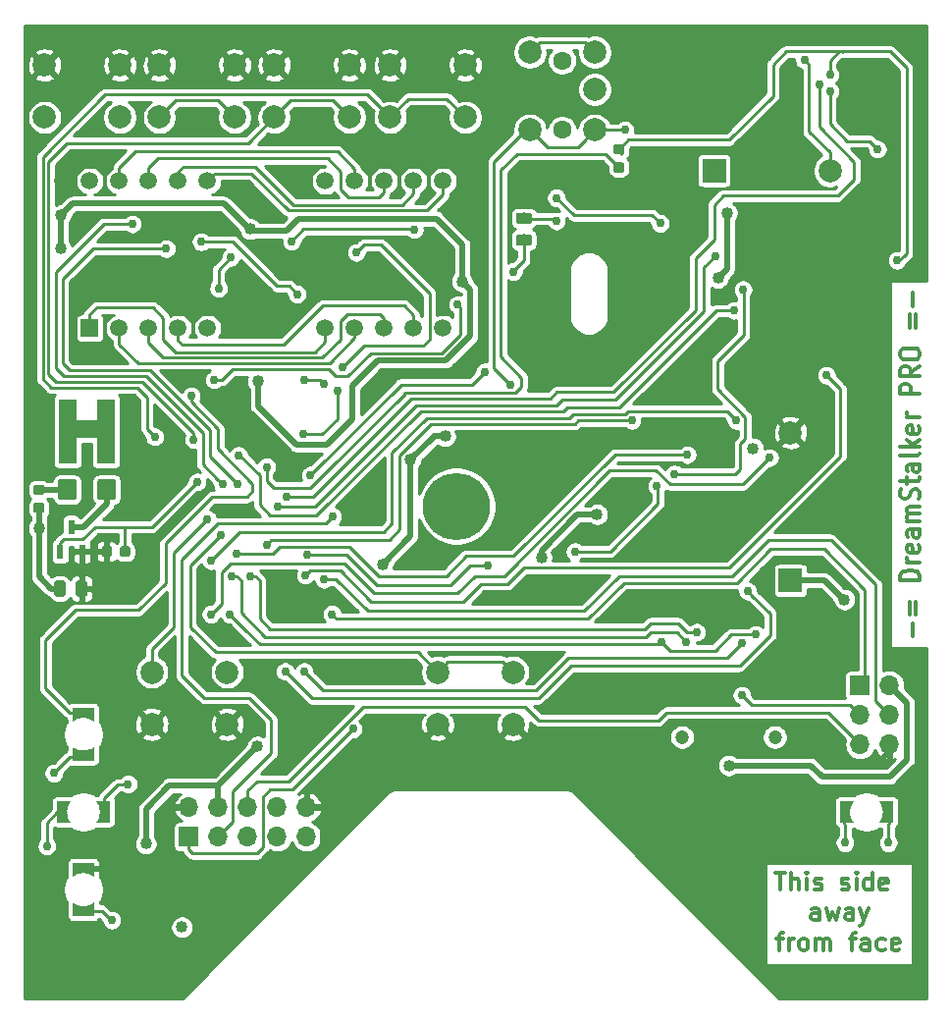
<source format=gbr>
G04 #@! TF.GenerationSoftware,KiCad,Pcbnew,5.1.4-e60b266~84~ubuntu18.04.1*
G04 #@! TF.CreationDate,2019-11-16T17:22:57+03:00*
G04 #@! TF.ProjectId,Dreamstalker-PRO-v1,44726561-6d73-4746-916c-6b65722d5052,v1.0*
G04 #@! TF.SameCoordinates,Original*
G04 #@! TF.FileFunction,Copper,L1,Top*
G04 #@! TF.FilePolarity,Positive*
%FSLAX46Y46*%
G04 Gerber Fmt 4.6, Leading zero omitted, Abs format (unit mm)*
G04 Created by KiCad (PCBNEW 5.1.4-e60b266~84~ubuntu18.04.1) date 2019-11-16 17:22:57*
%MOMM*%
%LPD*%
G04 APERTURE LIST*
%ADD10C,0.300000*%
%ADD11C,0.350000*%
%ADD12C,0.100000*%
%ADD13C,0.875000*%
%ADD14C,1.500000*%
%ADD15C,1.600000*%
%ADD16C,0.700000*%
%ADD17C,1.200000*%
%ADD18R,1.500000X1.500000*%
%ADD19C,5.800000*%
%ADD20C,2.000000*%
%ADD21R,2.000000X2.000000*%
%ADD22C,0.975000*%
%ADD23R,1.700000X1.700000*%
%ADD24O,1.700000X1.700000*%
%ADD25R,0.600000X1.300000*%
%ADD26C,1.016000*%
%ADD27C,0.762000*%
%ADD28C,0.508000*%
%ADD29C,0.254000*%
G04 APERTURE END LIST*
D10*
X166721428Y-95221428D02*
X166721428Y-94078571D01*
X166478571Y-93364285D02*
X166478571Y-92221428D01*
X166964285Y-92221428D02*
X166964285Y-93364285D01*
X167369047Y-90364285D02*
X165669047Y-90364285D01*
X165669047Y-90007142D01*
X165750000Y-89792857D01*
X165911904Y-89650000D01*
X166073809Y-89578571D01*
X166397619Y-89507142D01*
X166640476Y-89507142D01*
X166964285Y-89578571D01*
X167126190Y-89650000D01*
X167288095Y-89792857D01*
X167369047Y-90007142D01*
X167369047Y-90364285D01*
X167369047Y-88864285D02*
X166235714Y-88864285D01*
X166559523Y-88864285D02*
X166397619Y-88792857D01*
X166316666Y-88721428D01*
X166235714Y-88578571D01*
X166235714Y-88435714D01*
X167288095Y-87364285D02*
X167369047Y-87507142D01*
X167369047Y-87792857D01*
X167288095Y-87935714D01*
X167126190Y-88007142D01*
X166478571Y-88007142D01*
X166316666Y-87935714D01*
X166235714Y-87792857D01*
X166235714Y-87507142D01*
X166316666Y-87364285D01*
X166478571Y-87292857D01*
X166640476Y-87292857D01*
X166802380Y-88007142D01*
X167369047Y-86007142D02*
X166478571Y-86007142D01*
X166316666Y-86078571D01*
X166235714Y-86221428D01*
X166235714Y-86507142D01*
X166316666Y-86650000D01*
X167288095Y-86007142D02*
X167369047Y-86150000D01*
X167369047Y-86507142D01*
X167288095Y-86650000D01*
X167126190Y-86721428D01*
X166964285Y-86721428D01*
X166802380Y-86650000D01*
X166721428Y-86507142D01*
X166721428Y-86150000D01*
X166640476Y-86007142D01*
X167369047Y-85292857D02*
X166235714Y-85292857D01*
X166397619Y-85292857D02*
X166316666Y-85221428D01*
X166235714Y-85078571D01*
X166235714Y-84864285D01*
X166316666Y-84721428D01*
X166478571Y-84650000D01*
X167369047Y-84650000D01*
X166478571Y-84650000D02*
X166316666Y-84578571D01*
X166235714Y-84435714D01*
X166235714Y-84221428D01*
X166316666Y-84078571D01*
X166478571Y-84007142D01*
X167369047Y-84007142D01*
X167288095Y-83364285D02*
X167369047Y-83150000D01*
X167369047Y-82792857D01*
X167288095Y-82650000D01*
X167207142Y-82578571D01*
X167045238Y-82507142D01*
X166883333Y-82507142D01*
X166721428Y-82578571D01*
X166640476Y-82650000D01*
X166559523Y-82792857D01*
X166478571Y-83078571D01*
X166397619Y-83221428D01*
X166316666Y-83292857D01*
X166154761Y-83364285D01*
X165992857Y-83364285D01*
X165830952Y-83292857D01*
X165750000Y-83221428D01*
X165669047Y-83078571D01*
X165669047Y-82721428D01*
X165750000Y-82507142D01*
X166235714Y-82078571D02*
X166235714Y-81507142D01*
X165669047Y-81864285D02*
X167126190Y-81864285D01*
X167288095Y-81792857D01*
X167369047Y-81650000D01*
X167369047Y-81507142D01*
X167369047Y-80364285D02*
X166478571Y-80364285D01*
X166316666Y-80435714D01*
X166235714Y-80578571D01*
X166235714Y-80864285D01*
X166316666Y-81007142D01*
X167288095Y-80364285D02*
X167369047Y-80507142D01*
X167369047Y-80864285D01*
X167288095Y-81007142D01*
X167126190Y-81078571D01*
X166964285Y-81078571D01*
X166802380Y-81007142D01*
X166721428Y-80864285D01*
X166721428Y-80507142D01*
X166640476Y-80364285D01*
X167369047Y-79435714D02*
X167288095Y-79578571D01*
X167126190Y-79650000D01*
X165669047Y-79650000D01*
X167369047Y-78864285D02*
X165669047Y-78864285D01*
X166721428Y-78721428D02*
X167369047Y-78292857D01*
X166235714Y-78292857D02*
X166883333Y-78864285D01*
X167288095Y-77078571D02*
X167369047Y-77221428D01*
X167369047Y-77507142D01*
X167288095Y-77650000D01*
X167126190Y-77721428D01*
X166478571Y-77721428D01*
X166316666Y-77650000D01*
X166235714Y-77507142D01*
X166235714Y-77221428D01*
X166316666Y-77078571D01*
X166478571Y-77007142D01*
X166640476Y-77007142D01*
X166802380Y-77721428D01*
X167369047Y-76364285D02*
X166235714Y-76364285D01*
X166559523Y-76364285D02*
X166397619Y-76292857D01*
X166316666Y-76221428D01*
X166235714Y-76078571D01*
X166235714Y-75935714D01*
X167369047Y-74292857D02*
X165669047Y-74292857D01*
X165669047Y-73721428D01*
X165750000Y-73578571D01*
X165830952Y-73507142D01*
X165992857Y-73435714D01*
X166235714Y-73435714D01*
X166397619Y-73507142D01*
X166478571Y-73578571D01*
X166559523Y-73721428D01*
X166559523Y-74292857D01*
X167369047Y-71935714D02*
X166559523Y-72435714D01*
X167369047Y-72792857D02*
X165669047Y-72792857D01*
X165669047Y-72221428D01*
X165750000Y-72078571D01*
X165830952Y-72007142D01*
X165992857Y-71935714D01*
X166235714Y-71935714D01*
X166397619Y-72007142D01*
X166478571Y-72078571D01*
X166559523Y-72221428D01*
X166559523Y-72792857D01*
X165669047Y-71007142D02*
X165669047Y-70721428D01*
X165750000Y-70578571D01*
X165911904Y-70435714D01*
X166235714Y-70364285D01*
X166802380Y-70364285D01*
X167126190Y-70435714D01*
X167288095Y-70578571D01*
X167369047Y-70721428D01*
X167369047Y-71007142D01*
X167288095Y-71150000D01*
X167126190Y-71292857D01*
X166802380Y-71364285D01*
X166235714Y-71364285D01*
X165911904Y-71292857D01*
X165750000Y-71150000D01*
X165669047Y-71007142D01*
X166478571Y-68578571D02*
X166478571Y-67435714D01*
X166964285Y-67435714D02*
X166964285Y-68578571D01*
X166721428Y-66721428D02*
X166721428Y-65578571D01*
D11*
X154900000Y-115578571D02*
X155757142Y-115578571D01*
X155328571Y-117078571D02*
X155328571Y-115578571D01*
X156257142Y-117078571D02*
X156257142Y-115578571D01*
X156900000Y-117078571D02*
X156900000Y-116292857D01*
X156828571Y-116150000D01*
X156685714Y-116078571D01*
X156471428Y-116078571D01*
X156328571Y-116150000D01*
X156257142Y-116221428D01*
X157614285Y-117078571D02*
X157614285Y-116078571D01*
X157614285Y-115578571D02*
X157542857Y-115650000D01*
X157614285Y-115721428D01*
X157685714Y-115650000D01*
X157614285Y-115578571D01*
X157614285Y-115721428D01*
X158257142Y-117007142D02*
X158400000Y-117078571D01*
X158685714Y-117078571D01*
X158828571Y-117007142D01*
X158900000Y-116864285D01*
X158900000Y-116792857D01*
X158828571Y-116650000D01*
X158685714Y-116578571D01*
X158471428Y-116578571D01*
X158328571Y-116507142D01*
X158257142Y-116364285D01*
X158257142Y-116292857D01*
X158328571Y-116150000D01*
X158471428Y-116078571D01*
X158685714Y-116078571D01*
X158828571Y-116150000D01*
X160614285Y-117007142D02*
X160757142Y-117078571D01*
X161042857Y-117078571D01*
X161185714Y-117007142D01*
X161257142Y-116864285D01*
X161257142Y-116792857D01*
X161185714Y-116650000D01*
X161042857Y-116578571D01*
X160828571Y-116578571D01*
X160685714Y-116507142D01*
X160614285Y-116364285D01*
X160614285Y-116292857D01*
X160685714Y-116150000D01*
X160828571Y-116078571D01*
X161042857Y-116078571D01*
X161185714Y-116150000D01*
X161900000Y-117078571D02*
X161900000Y-116078571D01*
X161900000Y-115578571D02*
X161828571Y-115650000D01*
X161900000Y-115721428D01*
X161971428Y-115650000D01*
X161900000Y-115578571D01*
X161900000Y-115721428D01*
X163257142Y-117078571D02*
X163257142Y-115578571D01*
X163257142Y-117007142D02*
X163114285Y-117078571D01*
X162828571Y-117078571D01*
X162685714Y-117007142D01*
X162614285Y-116935714D01*
X162542857Y-116792857D01*
X162542857Y-116364285D01*
X162614285Y-116221428D01*
X162685714Y-116150000D01*
X162828571Y-116078571D01*
X163114285Y-116078571D01*
X163257142Y-116150000D01*
X164542857Y-117007142D02*
X164400000Y-117078571D01*
X164114285Y-117078571D01*
X163971428Y-117007142D01*
X163900000Y-116864285D01*
X163900000Y-116292857D01*
X163971428Y-116150000D01*
X164114285Y-116078571D01*
X164400000Y-116078571D01*
X164542857Y-116150000D01*
X164614285Y-116292857D01*
X164614285Y-116435714D01*
X163900000Y-116578571D01*
X158685714Y-119678571D02*
X158685714Y-118892857D01*
X158614285Y-118750000D01*
X158471428Y-118678571D01*
X158185714Y-118678571D01*
X158042857Y-118750000D01*
X158685714Y-119607142D02*
X158542857Y-119678571D01*
X158185714Y-119678571D01*
X158042857Y-119607142D01*
X157971428Y-119464285D01*
X157971428Y-119321428D01*
X158042857Y-119178571D01*
X158185714Y-119107142D01*
X158542857Y-119107142D01*
X158685714Y-119035714D01*
X159257142Y-118678571D02*
X159542857Y-119678571D01*
X159828571Y-118964285D01*
X160114285Y-119678571D01*
X160400000Y-118678571D01*
X161614285Y-119678571D02*
X161614285Y-118892857D01*
X161542857Y-118750000D01*
X161400000Y-118678571D01*
X161114285Y-118678571D01*
X160971428Y-118750000D01*
X161614285Y-119607142D02*
X161471428Y-119678571D01*
X161114285Y-119678571D01*
X160971428Y-119607142D01*
X160900000Y-119464285D01*
X160900000Y-119321428D01*
X160971428Y-119178571D01*
X161114285Y-119107142D01*
X161471428Y-119107142D01*
X161614285Y-119035714D01*
X162185714Y-118678571D02*
X162542857Y-119678571D01*
X162900000Y-118678571D02*
X162542857Y-119678571D01*
X162400000Y-120035714D01*
X162328571Y-120107142D01*
X162185714Y-120178571D01*
X155007142Y-121278571D02*
X155578571Y-121278571D01*
X155221428Y-122278571D02*
X155221428Y-120992857D01*
X155292857Y-120850000D01*
X155435714Y-120778571D01*
X155578571Y-120778571D01*
X156078571Y-122278571D02*
X156078571Y-121278571D01*
X156078571Y-121564285D02*
X156150000Y-121421428D01*
X156221428Y-121350000D01*
X156364285Y-121278571D01*
X156507142Y-121278571D01*
X157221428Y-122278571D02*
X157078571Y-122207142D01*
X157007142Y-122135714D01*
X156935714Y-121992857D01*
X156935714Y-121564285D01*
X157007142Y-121421428D01*
X157078571Y-121350000D01*
X157221428Y-121278571D01*
X157435714Y-121278571D01*
X157578571Y-121350000D01*
X157650000Y-121421428D01*
X157721428Y-121564285D01*
X157721428Y-121992857D01*
X157650000Y-122135714D01*
X157578571Y-122207142D01*
X157435714Y-122278571D01*
X157221428Y-122278571D01*
X158364285Y-122278571D02*
X158364285Y-121278571D01*
X158364285Y-121421428D02*
X158435714Y-121350000D01*
X158578571Y-121278571D01*
X158792857Y-121278571D01*
X158935714Y-121350000D01*
X159007142Y-121492857D01*
X159007142Y-122278571D01*
X159007142Y-121492857D02*
X159078571Y-121350000D01*
X159221428Y-121278571D01*
X159435714Y-121278571D01*
X159578571Y-121350000D01*
X159650000Y-121492857D01*
X159650000Y-122278571D01*
X161292857Y-121278571D02*
X161864285Y-121278571D01*
X161507142Y-122278571D02*
X161507142Y-120992857D01*
X161578571Y-120850000D01*
X161721428Y-120778571D01*
X161864285Y-120778571D01*
X163007142Y-122278571D02*
X163007142Y-121492857D01*
X162935714Y-121350000D01*
X162792857Y-121278571D01*
X162507142Y-121278571D01*
X162364285Y-121350000D01*
X163007142Y-122207142D02*
X162864285Y-122278571D01*
X162507142Y-122278571D01*
X162364285Y-122207142D01*
X162292857Y-122064285D01*
X162292857Y-121921428D01*
X162364285Y-121778571D01*
X162507142Y-121707142D01*
X162864285Y-121707142D01*
X163007142Y-121635714D01*
X164364285Y-122207142D02*
X164221428Y-122278571D01*
X163935714Y-122278571D01*
X163792857Y-122207142D01*
X163721428Y-122135714D01*
X163650000Y-121992857D01*
X163650000Y-121564285D01*
X163721428Y-121421428D01*
X163792857Y-121350000D01*
X163935714Y-121278571D01*
X164221428Y-121278571D01*
X164364285Y-121350000D01*
X165578571Y-122207142D02*
X165435714Y-122278571D01*
X165150000Y-122278571D01*
X165007142Y-122207142D01*
X164935714Y-122064285D01*
X164935714Y-121492857D01*
X165007142Y-121350000D01*
X165150000Y-121278571D01*
X165435714Y-121278571D01*
X165578571Y-121350000D01*
X165650000Y-121492857D01*
X165650000Y-121635714D01*
X164935714Y-121778571D01*
D12*
G36*
X91627691Y-83701053D02*
G01*
X91648926Y-83704203D01*
X91669750Y-83709419D01*
X91689962Y-83716651D01*
X91709368Y-83725830D01*
X91727781Y-83736866D01*
X91745024Y-83749654D01*
X91760930Y-83764070D01*
X91775346Y-83779976D01*
X91788134Y-83797219D01*
X91799170Y-83815632D01*
X91808349Y-83835038D01*
X91815581Y-83855250D01*
X91820797Y-83876074D01*
X91823947Y-83897309D01*
X91825000Y-83918750D01*
X91825000Y-84356250D01*
X91823947Y-84377691D01*
X91820797Y-84398926D01*
X91815581Y-84419750D01*
X91808349Y-84439962D01*
X91799170Y-84459368D01*
X91788134Y-84477781D01*
X91775346Y-84495024D01*
X91760930Y-84510930D01*
X91745024Y-84525346D01*
X91727781Y-84538134D01*
X91709368Y-84549170D01*
X91689962Y-84558349D01*
X91669750Y-84565581D01*
X91648926Y-84570797D01*
X91627691Y-84573947D01*
X91606250Y-84575000D01*
X91093750Y-84575000D01*
X91072309Y-84573947D01*
X91051074Y-84570797D01*
X91030250Y-84565581D01*
X91010038Y-84558349D01*
X90990632Y-84549170D01*
X90972219Y-84538134D01*
X90954976Y-84525346D01*
X90939070Y-84510930D01*
X90924654Y-84495024D01*
X90911866Y-84477781D01*
X90900830Y-84459368D01*
X90891651Y-84439962D01*
X90884419Y-84419750D01*
X90879203Y-84398926D01*
X90876053Y-84377691D01*
X90875000Y-84356250D01*
X90875000Y-83918750D01*
X90876053Y-83897309D01*
X90879203Y-83876074D01*
X90884419Y-83855250D01*
X90891651Y-83835038D01*
X90900830Y-83815632D01*
X90911866Y-83797219D01*
X90924654Y-83779976D01*
X90939070Y-83764070D01*
X90954976Y-83749654D01*
X90972219Y-83736866D01*
X90990632Y-83725830D01*
X91010038Y-83716651D01*
X91030250Y-83709419D01*
X91051074Y-83704203D01*
X91072309Y-83701053D01*
X91093750Y-83700000D01*
X91606250Y-83700000D01*
X91627691Y-83701053D01*
X91627691Y-83701053D01*
G37*
D13*
X91350000Y-84137500D03*
D12*
G36*
X91627691Y-82126053D02*
G01*
X91648926Y-82129203D01*
X91669750Y-82134419D01*
X91689962Y-82141651D01*
X91709368Y-82150830D01*
X91727781Y-82161866D01*
X91745024Y-82174654D01*
X91760930Y-82189070D01*
X91775346Y-82204976D01*
X91788134Y-82222219D01*
X91799170Y-82240632D01*
X91808349Y-82260038D01*
X91815581Y-82280250D01*
X91820797Y-82301074D01*
X91823947Y-82322309D01*
X91825000Y-82343750D01*
X91825000Y-82781250D01*
X91823947Y-82802691D01*
X91820797Y-82823926D01*
X91815581Y-82844750D01*
X91808349Y-82864962D01*
X91799170Y-82884368D01*
X91788134Y-82902781D01*
X91775346Y-82920024D01*
X91760930Y-82935930D01*
X91745024Y-82950346D01*
X91727781Y-82963134D01*
X91709368Y-82974170D01*
X91689962Y-82983349D01*
X91669750Y-82990581D01*
X91648926Y-82995797D01*
X91627691Y-82998947D01*
X91606250Y-83000000D01*
X91093750Y-83000000D01*
X91072309Y-82998947D01*
X91051074Y-82995797D01*
X91030250Y-82990581D01*
X91010038Y-82983349D01*
X90990632Y-82974170D01*
X90972219Y-82963134D01*
X90954976Y-82950346D01*
X90939070Y-82935930D01*
X90924654Y-82920024D01*
X90911866Y-82902781D01*
X90900830Y-82884368D01*
X90891651Y-82864962D01*
X90884419Y-82844750D01*
X90879203Y-82823926D01*
X90876053Y-82802691D01*
X90875000Y-82781250D01*
X90875000Y-82343750D01*
X90876053Y-82322309D01*
X90879203Y-82301074D01*
X90884419Y-82280250D01*
X90891651Y-82260038D01*
X90900830Y-82240632D01*
X90911866Y-82222219D01*
X90924654Y-82204976D01*
X90939070Y-82189070D01*
X90954976Y-82174654D01*
X90972219Y-82161866D01*
X90990632Y-82150830D01*
X91010038Y-82141651D01*
X91030250Y-82134419D01*
X91051074Y-82129203D01*
X91072309Y-82126053D01*
X91093750Y-82125000D01*
X91606250Y-82125000D01*
X91627691Y-82126053D01*
X91627691Y-82126053D01*
G37*
D13*
X91350000Y-82562500D03*
D14*
X95500000Y-77350000D03*
D12*
G36*
X93095096Y-74799025D02*
G01*
X93095381Y-74798087D01*
X93095843Y-74797222D01*
X93096464Y-74796464D01*
X93097222Y-74795843D01*
X93098087Y-74795381D01*
X93099025Y-74795096D01*
X93100000Y-74795000D01*
X94600000Y-74795000D01*
X94600975Y-74795096D01*
X94601913Y-74795381D01*
X94602778Y-74795843D01*
X94603536Y-74796464D01*
X94604157Y-74797222D01*
X94604619Y-74798087D01*
X94604904Y-74799025D01*
X94605000Y-74800000D01*
X94605000Y-76600000D01*
X96395000Y-76600000D01*
X96395000Y-74800000D01*
X96395096Y-74799025D01*
X96395381Y-74798087D01*
X96395843Y-74797222D01*
X96396464Y-74796464D01*
X96397222Y-74795843D01*
X96398087Y-74795381D01*
X96399025Y-74795096D01*
X96400000Y-74795000D01*
X97900000Y-74795000D01*
X97900975Y-74795096D01*
X97901913Y-74795381D01*
X97902778Y-74795843D01*
X97903536Y-74796464D01*
X97904157Y-74797222D01*
X97904619Y-74798087D01*
X97904904Y-74799025D01*
X97905000Y-74800000D01*
X97905000Y-80300000D01*
X97904904Y-80300975D01*
X97904619Y-80301913D01*
X97904157Y-80302778D01*
X97903536Y-80303536D01*
X97902778Y-80304157D01*
X97901913Y-80304619D01*
X97900975Y-80304904D01*
X97900000Y-80305000D01*
X96400000Y-80305000D01*
X96399025Y-80304904D01*
X96398087Y-80304619D01*
X96397222Y-80304157D01*
X96396464Y-80303536D01*
X96395843Y-80302778D01*
X96395381Y-80301913D01*
X96395096Y-80300975D01*
X96395000Y-80300000D01*
X96395000Y-78100000D01*
X94605000Y-78100000D01*
X94605000Y-80300000D01*
X94604904Y-80300975D01*
X94604619Y-80301913D01*
X94604157Y-80302778D01*
X94603536Y-80303536D01*
X94602778Y-80304157D01*
X94601913Y-80304619D01*
X94600975Y-80304904D01*
X94600000Y-80305000D01*
X93100000Y-80305000D01*
X93099025Y-80304904D01*
X93098087Y-80304619D01*
X93097222Y-80304157D01*
X93096464Y-80303536D01*
X93095843Y-80302778D01*
X93095381Y-80301913D01*
X93095096Y-80300975D01*
X93095000Y-80300000D01*
X93095000Y-74800000D01*
X93095096Y-74799025D01*
X93095096Y-74799025D01*
G37*
G36*
X94383524Y-81651156D02*
G01*
X94406822Y-81654612D01*
X94429668Y-81660334D01*
X94451844Y-81668269D01*
X94473135Y-81678339D01*
X94493337Y-81690447D01*
X94512254Y-81704477D01*
X94529706Y-81720294D01*
X94545523Y-81737746D01*
X94559553Y-81756663D01*
X94571661Y-81776865D01*
X94581731Y-81798156D01*
X94589666Y-81820332D01*
X94595388Y-81843178D01*
X94598844Y-81866476D01*
X94600000Y-81890000D01*
X94600000Y-83210000D01*
X94598844Y-83233524D01*
X94595388Y-83256822D01*
X94589666Y-83279668D01*
X94581731Y-83301844D01*
X94571661Y-83323135D01*
X94559553Y-83343337D01*
X94545523Y-83362254D01*
X94529706Y-83379706D01*
X94512254Y-83395523D01*
X94493337Y-83409553D01*
X94473135Y-83421661D01*
X94451844Y-83431731D01*
X94429668Y-83439666D01*
X94406822Y-83445388D01*
X94383524Y-83448844D01*
X94360000Y-83450000D01*
X93240000Y-83450000D01*
X93216476Y-83448844D01*
X93193178Y-83445388D01*
X93170332Y-83439666D01*
X93148156Y-83431731D01*
X93126865Y-83421661D01*
X93106663Y-83409553D01*
X93087746Y-83395523D01*
X93070294Y-83379706D01*
X93054477Y-83362254D01*
X93040447Y-83343337D01*
X93028339Y-83323135D01*
X93018269Y-83301844D01*
X93010334Y-83279668D01*
X93004612Y-83256822D01*
X93001156Y-83233524D01*
X93000000Y-83210000D01*
X93000000Y-81890000D01*
X93001156Y-81866476D01*
X93004612Y-81843178D01*
X93010334Y-81820332D01*
X93018269Y-81798156D01*
X93028339Y-81776865D01*
X93040447Y-81756663D01*
X93054477Y-81737746D01*
X93070294Y-81720294D01*
X93087746Y-81704477D01*
X93106663Y-81690447D01*
X93126865Y-81678339D01*
X93148156Y-81668269D01*
X93170332Y-81660334D01*
X93193178Y-81654612D01*
X93216476Y-81651156D01*
X93240000Y-81650000D01*
X94360000Y-81650000D01*
X94383524Y-81651156D01*
X94383524Y-81651156D01*
G37*
D15*
X93800000Y-82550000D03*
D12*
G36*
X97783524Y-81651156D02*
G01*
X97806822Y-81654612D01*
X97829668Y-81660334D01*
X97851844Y-81668269D01*
X97873135Y-81678339D01*
X97893337Y-81690447D01*
X97912254Y-81704477D01*
X97929706Y-81720294D01*
X97945523Y-81737746D01*
X97959553Y-81756663D01*
X97971661Y-81776865D01*
X97981731Y-81798156D01*
X97989666Y-81820332D01*
X97995388Y-81843178D01*
X97998844Y-81866476D01*
X98000000Y-81890000D01*
X98000000Y-83210000D01*
X97998844Y-83233524D01*
X97995388Y-83256822D01*
X97989666Y-83279668D01*
X97981731Y-83301844D01*
X97971661Y-83323135D01*
X97959553Y-83343337D01*
X97945523Y-83362254D01*
X97929706Y-83379706D01*
X97912254Y-83395523D01*
X97893337Y-83409553D01*
X97873135Y-83421661D01*
X97851844Y-83431731D01*
X97829668Y-83439666D01*
X97806822Y-83445388D01*
X97783524Y-83448844D01*
X97760000Y-83450000D01*
X96640000Y-83450000D01*
X96616476Y-83448844D01*
X96593178Y-83445388D01*
X96570332Y-83439666D01*
X96548156Y-83431731D01*
X96526865Y-83421661D01*
X96506663Y-83409553D01*
X96487746Y-83395523D01*
X96470294Y-83379706D01*
X96454477Y-83362254D01*
X96440447Y-83343337D01*
X96428339Y-83323135D01*
X96418269Y-83301844D01*
X96410334Y-83279668D01*
X96404612Y-83256822D01*
X96401156Y-83233524D01*
X96400000Y-83210000D01*
X96400000Y-81890000D01*
X96401156Y-81866476D01*
X96404612Y-81843178D01*
X96410334Y-81820332D01*
X96418269Y-81798156D01*
X96428339Y-81776865D01*
X96440447Y-81756663D01*
X96454477Y-81737746D01*
X96470294Y-81720294D01*
X96487746Y-81704477D01*
X96506663Y-81690447D01*
X96526865Y-81678339D01*
X96548156Y-81668269D01*
X96570332Y-81660334D01*
X96593178Y-81654612D01*
X96616476Y-81651156D01*
X96640000Y-81650000D01*
X97760000Y-81650000D01*
X97783524Y-81651156D01*
X97783524Y-81651156D01*
G37*
D15*
X97200000Y-82550000D03*
D16*
X95200000Y-118870000D03*
D12*
G36*
X94295096Y-118169025D02*
G01*
X94295381Y-118168087D01*
X94295843Y-118167222D01*
X94296464Y-118166464D01*
X94297222Y-118165843D01*
X94298087Y-118165381D01*
X94299025Y-118165096D01*
X94300000Y-118165000D01*
X94300975Y-118165096D01*
X94301913Y-118165381D01*
X94302906Y-118165931D01*
X94372752Y-118215821D01*
X94422502Y-118245671D01*
X94492362Y-118285591D01*
X94552052Y-118315436D01*
X94601857Y-118335358D01*
X94601970Y-118335404D01*
X94671788Y-118365326D01*
X94761437Y-118395209D01*
X94871115Y-118425121D01*
X94980758Y-118445056D01*
X95060500Y-118455024D01*
X95190000Y-118464986D01*
X95319591Y-118455017D01*
X95429243Y-118445049D01*
X95568782Y-118415147D01*
X95708306Y-118375284D01*
X95867804Y-118305503D01*
X95977405Y-118245720D01*
X96097226Y-118165840D01*
X96098091Y-118165379D01*
X96099030Y-118165095D01*
X96100005Y-118165000D01*
X96100981Y-118165097D01*
X96101918Y-118165383D01*
X96102782Y-118165846D01*
X96103539Y-118166468D01*
X96104160Y-118167226D01*
X96104621Y-118168091D01*
X96104905Y-118169030D01*
X96105000Y-118170000D01*
X96105000Y-119350000D01*
X96104904Y-119350975D01*
X96104619Y-119351913D01*
X96104157Y-119352778D01*
X96103536Y-119353536D01*
X96102778Y-119354157D01*
X96101913Y-119354619D01*
X96100975Y-119354904D01*
X96100000Y-119355000D01*
X94300000Y-119355000D01*
X94299025Y-119354904D01*
X94298087Y-119354619D01*
X94297222Y-119354157D01*
X94296464Y-119353536D01*
X94295843Y-119352778D01*
X94295381Y-119351913D01*
X94295096Y-119350975D01*
X94295000Y-119350000D01*
X94295000Y-118170000D01*
X94295096Y-118169025D01*
X94295096Y-118169025D01*
G37*
D16*
X95200000Y-115230000D03*
D12*
G36*
X94295096Y-114749025D02*
G01*
X94295381Y-114748087D01*
X94295843Y-114747222D01*
X94296464Y-114746464D01*
X94297222Y-114745843D01*
X94298087Y-114745381D01*
X94299025Y-114745096D01*
X94300000Y-114745000D01*
X96100000Y-114745000D01*
X96100975Y-114745096D01*
X96101913Y-114745381D01*
X96102778Y-114745843D01*
X96103536Y-114746464D01*
X96104157Y-114747222D01*
X96104619Y-114748087D01*
X96104904Y-114749025D01*
X96105000Y-114750000D01*
X96105000Y-115930000D01*
X96104904Y-115930975D01*
X96104619Y-115931913D01*
X96104157Y-115932778D01*
X96103536Y-115933536D01*
X96102778Y-115934157D01*
X96101913Y-115934619D01*
X96100975Y-115934904D01*
X96100000Y-115935000D01*
X96099025Y-115934904D01*
X96098087Y-115934619D01*
X96097094Y-115934069D01*
X96027248Y-115884179D01*
X95977498Y-115854329D01*
X95907638Y-115814409D01*
X95847948Y-115784564D01*
X95798143Y-115764642D01*
X95798030Y-115764596D01*
X95728212Y-115734674D01*
X95638563Y-115704791D01*
X95528885Y-115674879D01*
X95419242Y-115654944D01*
X95339500Y-115644976D01*
X95210000Y-115635014D01*
X95080383Y-115644985D01*
X94970757Y-115654951D01*
X94831218Y-115684853D01*
X94691694Y-115724716D01*
X94532196Y-115794497D01*
X94422595Y-115854280D01*
X94302774Y-115934160D01*
X94301909Y-115934621D01*
X94300970Y-115934905D01*
X94299995Y-115935000D01*
X94299019Y-115934903D01*
X94298082Y-115934617D01*
X94297218Y-115934154D01*
X94296461Y-115933532D01*
X94295840Y-115932774D01*
X94295379Y-115931909D01*
X94295095Y-115930970D01*
X94295000Y-115930000D01*
X94295000Y-114750000D01*
X94295096Y-114749025D01*
X94295096Y-114749025D01*
G37*
D16*
X95200000Y-105470000D03*
D12*
G36*
X96104904Y-105950975D02*
G01*
X96104619Y-105951913D01*
X96104157Y-105952778D01*
X96103536Y-105953536D01*
X96102778Y-105954157D01*
X96101913Y-105954619D01*
X96100975Y-105954904D01*
X96100000Y-105955000D01*
X94300000Y-105955000D01*
X94299025Y-105954904D01*
X94298087Y-105954619D01*
X94297222Y-105954157D01*
X94296464Y-105953536D01*
X94295843Y-105952778D01*
X94295381Y-105951913D01*
X94295096Y-105950975D01*
X94295000Y-105950000D01*
X94295000Y-104770000D01*
X94295096Y-104769025D01*
X94295381Y-104768087D01*
X94295843Y-104767222D01*
X94296464Y-104766464D01*
X94297222Y-104765843D01*
X94298087Y-104765381D01*
X94299025Y-104765096D01*
X94300000Y-104765000D01*
X94300975Y-104765096D01*
X94301913Y-104765381D01*
X94302906Y-104765931D01*
X94372752Y-104815821D01*
X94422502Y-104845671D01*
X94492362Y-104885591D01*
X94552052Y-104915436D01*
X94601857Y-104935358D01*
X94601970Y-104935404D01*
X94671788Y-104965326D01*
X94761437Y-104995209D01*
X94871115Y-105025121D01*
X94980758Y-105045056D01*
X95060500Y-105055024D01*
X95190000Y-105064986D01*
X95319617Y-105055015D01*
X95429243Y-105045049D01*
X95568782Y-105015147D01*
X95708306Y-104975284D01*
X95867804Y-104905503D01*
X95977405Y-104845720D01*
X96097226Y-104765840D01*
X96098091Y-104765379D01*
X96099030Y-104765095D01*
X96100005Y-104765000D01*
X96100981Y-104765097D01*
X96101918Y-104765383D01*
X96102782Y-104765846D01*
X96103539Y-104766468D01*
X96104160Y-104767226D01*
X96104621Y-104768091D01*
X96104905Y-104769030D01*
X96105000Y-104770000D01*
X96105000Y-105950000D01*
X96104904Y-105950975D01*
X96104904Y-105950975D01*
G37*
D16*
X95200000Y-101830000D03*
D12*
G36*
X96104904Y-102530975D02*
G01*
X96104619Y-102531913D01*
X96104157Y-102532778D01*
X96103536Y-102533536D01*
X96102778Y-102534157D01*
X96101913Y-102534619D01*
X96100975Y-102534904D01*
X96100000Y-102535000D01*
X96099025Y-102534904D01*
X96098087Y-102534619D01*
X96097094Y-102534069D01*
X96027248Y-102484179D01*
X95977498Y-102454329D01*
X95907638Y-102414409D01*
X95847948Y-102384564D01*
X95798143Y-102364642D01*
X95798030Y-102364596D01*
X95728212Y-102334674D01*
X95638563Y-102304791D01*
X95528885Y-102274879D01*
X95419242Y-102254944D01*
X95339500Y-102244976D01*
X95210000Y-102235014D01*
X95080409Y-102244983D01*
X94970757Y-102254951D01*
X94831218Y-102284853D01*
X94691694Y-102324716D01*
X94532196Y-102394497D01*
X94422595Y-102454280D01*
X94302774Y-102534160D01*
X94301909Y-102534621D01*
X94300970Y-102534905D01*
X94299995Y-102535000D01*
X94299019Y-102534903D01*
X94298082Y-102534617D01*
X94297218Y-102534154D01*
X94296461Y-102533532D01*
X94295840Y-102532774D01*
X94295379Y-102531909D01*
X94295095Y-102530970D01*
X94295000Y-102530000D01*
X94295000Y-101350000D01*
X94295096Y-101349025D01*
X94295381Y-101348087D01*
X94295843Y-101347222D01*
X94296464Y-101346464D01*
X94297222Y-101345843D01*
X94298087Y-101345381D01*
X94299025Y-101345096D01*
X94300000Y-101345000D01*
X96100000Y-101345000D01*
X96100975Y-101345096D01*
X96101913Y-101345381D01*
X96102778Y-101345843D01*
X96103536Y-101346464D01*
X96104157Y-101347222D01*
X96104619Y-101348087D01*
X96104904Y-101349025D01*
X96105000Y-101350000D01*
X96105000Y-102530000D01*
X96104904Y-102530975D01*
X96104904Y-102530975D01*
G37*
D16*
X93380000Y-110350000D03*
D12*
G36*
X92899025Y-111254904D02*
G01*
X92898087Y-111254619D01*
X92897222Y-111254157D01*
X92896464Y-111253536D01*
X92895843Y-111252778D01*
X92895381Y-111251913D01*
X92895096Y-111250975D01*
X92895000Y-111250000D01*
X92895000Y-109450000D01*
X92895096Y-109449025D01*
X92895381Y-109448087D01*
X92895843Y-109447222D01*
X92896464Y-109446464D01*
X92897222Y-109445843D01*
X92898087Y-109445381D01*
X92899025Y-109445096D01*
X92900000Y-109445000D01*
X94080000Y-109445000D01*
X94080975Y-109445096D01*
X94081913Y-109445381D01*
X94082778Y-109445843D01*
X94083536Y-109446464D01*
X94084157Y-109447222D01*
X94084619Y-109448087D01*
X94084904Y-109449025D01*
X94085000Y-109450000D01*
X94084904Y-109450975D01*
X94084619Y-109451913D01*
X94084069Y-109452906D01*
X94034179Y-109522752D01*
X94004329Y-109572502D01*
X93964409Y-109642362D01*
X93934564Y-109702052D01*
X93914642Y-109751857D01*
X93914596Y-109751970D01*
X93884674Y-109821788D01*
X93854791Y-109911437D01*
X93824879Y-110021115D01*
X93804944Y-110130758D01*
X93794976Y-110210500D01*
X93785014Y-110340000D01*
X93794985Y-110469617D01*
X93804951Y-110579243D01*
X93834853Y-110718782D01*
X93874716Y-110858306D01*
X93944497Y-111017804D01*
X94004280Y-111127405D01*
X94084160Y-111247226D01*
X94084621Y-111248091D01*
X94084905Y-111249030D01*
X94085000Y-111250005D01*
X94084903Y-111250981D01*
X94084617Y-111251918D01*
X94084154Y-111252782D01*
X94083532Y-111253539D01*
X94082774Y-111254160D01*
X94081909Y-111254621D01*
X94080970Y-111254905D01*
X94080000Y-111255000D01*
X92900000Y-111255000D01*
X92899025Y-111254904D01*
X92899025Y-111254904D01*
G37*
D16*
X97020000Y-110350000D03*
D12*
G36*
X96319025Y-111254904D02*
G01*
X96318087Y-111254619D01*
X96317222Y-111254157D01*
X96316464Y-111253536D01*
X96315843Y-111252778D01*
X96315381Y-111251913D01*
X96315096Y-111250975D01*
X96315000Y-111250000D01*
X96315096Y-111249025D01*
X96315381Y-111248087D01*
X96315931Y-111247094D01*
X96365821Y-111177248D01*
X96395671Y-111127498D01*
X96435591Y-111057638D01*
X96465436Y-110997948D01*
X96485358Y-110948143D01*
X96485404Y-110948030D01*
X96515326Y-110878212D01*
X96545209Y-110788563D01*
X96575121Y-110678885D01*
X96595056Y-110569242D01*
X96605024Y-110489500D01*
X96614986Y-110360000D01*
X96605017Y-110230409D01*
X96595049Y-110120757D01*
X96565147Y-109981218D01*
X96525284Y-109841694D01*
X96455503Y-109682196D01*
X96395720Y-109572595D01*
X96315840Y-109452774D01*
X96315379Y-109451909D01*
X96315095Y-109450970D01*
X96315000Y-109449995D01*
X96315097Y-109449019D01*
X96315383Y-109448082D01*
X96315846Y-109447218D01*
X96316468Y-109446461D01*
X96317226Y-109445840D01*
X96318091Y-109445379D01*
X96319030Y-109445095D01*
X96320000Y-109445000D01*
X97500000Y-109445000D01*
X97500975Y-109445096D01*
X97501913Y-109445381D01*
X97502778Y-109445843D01*
X97503536Y-109446464D01*
X97504157Y-109447222D01*
X97504619Y-109448087D01*
X97504904Y-109449025D01*
X97505000Y-109450000D01*
X97505000Y-111250000D01*
X97504904Y-111250975D01*
X97504619Y-111251913D01*
X97504157Y-111252778D01*
X97503536Y-111253536D01*
X97502778Y-111254157D01*
X97501913Y-111254619D01*
X97500975Y-111254904D01*
X97500000Y-111255000D01*
X96320000Y-111255000D01*
X96319025Y-111254904D01*
X96319025Y-111254904D01*
G37*
D16*
X164570000Y-110350000D03*
D12*
G36*
X165050975Y-109445096D02*
G01*
X165051913Y-109445381D01*
X165052778Y-109445843D01*
X165053536Y-109446464D01*
X165054157Y-109447222D01*
X165054619Y-109448087D01*
X165054904Y-109449025D01*
X165055000Y-109450000D01*
X165055000Y-111250000D01*
X165054904Y-111250975D01*
X165054619Y-111251913D01*
X165054157Y-111252778D01*
X165053536Y-111253536D01*
X165052778Y-111254157D01*
X165051913Y-111254619D01*
X165050975Y-111254904D01*
X165050000Y-111255000D01*
X163870000Y-111255000D01*
X163869025Y-111254904D01*
X163868087Y-111254619D01*
X163867222Y-111254157D01*
X163866464Y-111253536D01*
X163865843Y-111252778D01*
X163865381Y-111251913D01*
X163865096Y-111250975D01*
X163865000Y-111250000D01*
X163865096Y-111249025D01*
X163865381Y-111248087D01*
X163865931Y-111247094D01*
X163915821Y-111177248D01*
X163945671Y-111127498D01*
X163985591Y-111057638D01*
X164015436Y-110997948D01*
X164035358Y-110948143D01*
X164035404Y-110948030D01*
X164065326Y-110878212D01*
X164095209Y-110788563D01*
X164125121Y-110678885D01*
X164145056Y-110569242D01*
X164155024Y-110489500D01*
X164164986Y-110360000D01*
X164155015Y-110230383D01*
X164145049Y-110120757D01*
X164115147Y-109981218D01*
X164075284Y-109841694D01*
X164005503Y-109682196D01*
X163945720Y-109572595D01*
X163865840Y-109452774D01*
X163865379Y-109451909D01*
X163865095Y-109450970D01*
X163865000Y-109449995D01*
X163865097Y-109449019D01*
X163865383Y-109448082D01*
X163865846Y-109447218D01*
X163866468Y-109446461D01*
X163867226Y-109445840D01*
X163868091Y-109445379D01*
X163869030Y-109445095D01*
X163870000Y-109445000D01*
X165050000Y-109445000D01*
X165050975Y-109445096D01*
X165050975Y-109445096D01*
G37*
D16*
X160930000Y-110350000D03*
D12*
G36*
X161630975Y-109445096D02*
G01*
X161631913Y-109445381D01*
X161632778Y-109445843D01*
X161633536Y-109446464D01*
X161634157Y-109447222D01*
X161634619Y-109448087D01*
X161634904Y-109449025D01*
X161635000Y-109450000D01*
X161634904Y-109450975D01*
X161634619Y-109451913D01*
X161634069Y-109452906D01*
X161584179Y-109522752D01*
X161554329Y-109572502D01*
X161514409Y-109642362D01*
X161484564Y-109702052D01*
X161464642Y-109751857D01*
X161464596Y-109751970D01*
X161434674Y-109821788D01*
X161404791Y-109911437D01*
X161374879Y-110021115D01*
X161354944Y-110130758D01*
X161344976Y-110210500D01*
X161335014Y-110340000D01*
X161344983Y-110469591D01*
X161354951Y-110579243D01*
X161384853Y-110718782D01*
X161424716Y-110858306D01*
X161494497Y-111017804D01*
X161554280Y-111127405D01*
X161634160Y-111247226D01*
X161634621Y-111248091D01*
X161634905Y-111249030D01*
X161635000Y-111250005D01*
X161634903Y-111250981D01*
X161634617Y-111251918D01*
X161634154Y-111252782D01*
X161633532Y-111253539D01*
X161632774Y-111254160D01*
X161631909Y-111254621D01*
X161630970Y-111254905D01*
X161630000Y-111255000D01*
X160450000Y-111255000D01*
X160449025Y-111254904D01*
X160448087Y-111254619D01*
X160447222Y-111254157D01*
X160446464Y-111253536D01*
X160445843Y-111252778D01*
X160445381Y-111251913D01*
X160445096Y-111250975D01*
X160445000Y-111250000D01*
X160445000Y-109450000D01*
X160445096Y-109449025D01*
X160445381Y-109448087D01*
X160445843Y-109447222D01*
X160446464Y-109446464D01*
X160447222Y-109445843D01*
X160448087Y-109445381D01*
X160449025Y-109445096D01*
X160450000Y-109445000D01*
X161630000Y-109445000D01*
X161630975Y-109445096D01*
X161630975Y-109445096D01*
G37*
D17*
X146850000Y-103900000D03*
X154850000Y-103900000D03*
D14*
X95750000Y-55950000D03*
X98290000Y-55950000D03*
X100830000Y-55950000D03*
X103370000Y-55950000D03*
X105910000Y-55950000D03*
X116070000Y-55950000D03*
X118610000Y-55950000D03*
X121150000Y-55950000D03*
X123690000Y-55950000D03*
X126230000Y-55950000D03*
X126230000Y-68650000D03*
X123690000Y-68650000D03*
X121150000Y-68650000D03*
X118610000Y-68650000D03*
X116070000Y-68650000D03*
X105910000Y-68650000D03*
X103370000Y-68650000D03*
X100830000Y-68650000D03*
X98290000Y-68650000D03*
D18*
X95750000Y-68650000D03*
D19*
X127400000Y-84000000D03*
D20*
X156200000Y-77650000D03*
D21*
X156200000Y-90400000D03*
D15*
X136500000Y-45550000D03*
X136500000Y-51550000D03*
D20*
X133700000Y-51550000D03*
X133700000Y-44850000D03*
X139300000Y-51550000D03*
X139300000Y-48050000D03*
X139300000Y-44850000D03*
D12*
G36*
X141677691Y-54351053D02*
G01*
X141698926Y-54354203D01*
X141719750Y-54359419D01*
X141739962Y-54366651D01*
X141759368Y-54375830D01*
X141777781Y-54386866D01*
X141795024Y-54399654D01*
X141810930Y-54414070D01*
X141825346Y-54429976D01*
X141838134Y-54447219D01*
X141849170Y-54465632D01*
X141858349Y-54485038D01*
X141865581Y-54505250D01*
X141870797Y-54526074D01*
X141873947Y-54547309D01*
X141875000Y-54568750D01*
X141875000Y-55006250D01*
X141873947Y-55027691D01*
X141870797Y-55048926D01*
X141865581Y-55069750D01*
X141858349Y-55089962D01*
X141849170Y-55109368D01*
X141838134Y-55127781D01*
X141825346Y-55145024D01*
X141810930Y-55160930D01*
X141795024Y-55175346D01*
X141777781Y-55188134D01*
X141759368Y-55199170D01*
X141739962Y-55208349D01*
X141719750Y-55215581D01*
X141698926Y-55220797D01*
X141677691Y-55223947D01*
X141656250Y-55225000D01*
X141143750Y-55225000D01*
X141122309Y-55223947D01*
X141101074Y-55220797D01*
X141080250Y-55215581D01*
X141060038Y-55208349D01*
X141040632Y-55199170D01*
X141022219Y-55188134D01*
X141004976Y-55175346D01*
X140989070Y-55160930D01*
X140974654Y-55145024D01*
X140961866Y-55127781D01*
X140950830Y-55109368D01*
X140941651Y-55089962D01*
X140934419Y-55069750D01*
X140929203Y-55048926D01*
X140926053Y-55027691D01*
X140925000Y-55006250D01*
X140925000Y-54568750D01*
X140926053Y-54547309D01*
X140929203Y-54526074D01*
X140934419Y-54505250D01*
X140941651Y-54485038D01*
X140950830Y-54465632D01*
X140961866Y-54447219D01*
X140974654Y-54429976D01*
X140989070Y-54414070D01*
X141004976Y-54399654D01*
X141022219Y-54386866D01*
X141040632Y-54375830D01*
X141060038Y-54366651D01*
X141080250Y-54359419D01*
X141101074Y-54354203D01*
X141122309Y-54351053D01*
X141143750Y-54350000D01*
X141656250Y-54350000D01*
X141677691Y-54351053D01*
X141677691Y-54351053D01*
G37*
D13*
X141400000Y-54787500D03*
D12*
G36*
X141677691Y-52776053D02*
G01*
X141698926Y-52779203D01*
X141719750Y-52784419D01*
X141739962Y-52791651D01*
X141759368Y-52800830D01*
X141777781Y-52811866D01*
X141795024Y-52824654D01*
X141810930Y-52839070D01*
X141825346Y-52854976D01*
X141838134Y-52872219D01*
X141849170Y-52890632D01*
X141858349Y-52910038D01*
X141865581Y-52930250D01*
X141870797Y-52951074D01*
X141873947Y-52972309D01*
X141875000Y-52993750D01*
X141875000Y-53431250D01*
X141873947Y-53452691D01*
X141870797Y-53473926D01*
X141865581Y-53494750D01*
X141858349Y-53514962D01*
X141849170Y-53534368D01*
X141838134Y-53552781D01*
X141825346Y-53570024D01*
X141810930Y-53585930D01*
X141795024Y-53600346D01*
X141777781Y-53613134D01*
X141759368Y-53624170D01*
X141739962Y-53633349D01*
X141719750Y-53640581D01*
X141698926Y-53645797D01*
X141677691Y-53648947D01*
X141656250Y-53650000D01*
X141143750Y-53650000D01*
X141122309Y-53648947D01*
X141101074Y-53645797D01*
X141080250Y-53640581D01*
X141060038Y-53633349D01*
X141040632Y-53624170D01*
X141022219Y-53613134D01*
X141004976Y-53600346D01*
X140989070Y-53585930D01*
X140974654Y-53570024D01*
X140961866Y-53552781D01*
X140950830Y-53534368D01*
X140941651Y-53514962D01*
X140934419Y-53494750D01*
X140929203Y-53473926D01*
X140926053Y-53452691D01*
X140925000Y-53431250D01*
X140925000Y-52993750D01*
X140926053Y-52972309D01*
X140929203Y-52951074D01*
X140934419Y-52930250D01*
X140941651Y-52910038D01*
X140950830Y-52890632D01*
X140961866Y-52872219D01*
X140974654Y-52854976D01*
X140989070Y-52839070D01*
X141004976Y-52824654D01*
X141022219Y-52811866D01*
X141040632Y-52800830D01*
X141060038Y-52791651D01*
X141080250Y-52784419D01*
X141101074Y-52779203D01*
X141122309Y-52776053D01*
X141143750Y-52775000D01*
X141656250Y-52775000D01*
X141677691Y-52776053D01*
X141677691Y-52776053D01*
G37*
D13*
X141400000Y-53212500D03*
D20*
X101750000Y-50450000D03*
X101750000Y-45950000D03*
X108250000Y-50450000D03*
X108250000Y-45950000D03*
X107600000Y-98300000D03*
X107600000Y-102800000D03*
X101100000Y-98300000D03*
X101100000Y-102800000D03*
X132250000Y-98300000D03*
X132250000Y-102800000D03*
X125750000Y-98300000D03*
X125750000Y-102800000D03*
X121650000Y-50450000D03*
X121650000Y-45950000D03*
X128150000Y-50450000D03*
X128150000Y-45950000D03*
X111650000Y-50450000D03*
X111650000Y-45950000D03*
X118150000Y-50450000D03*
X118150000Y-45950000D03*
X91850000Y-50450000D03*
X91850000Y-45950000D03*
X98350000Y-50450000D03*
X98350000Y-45950000D03*
X159600000Y-55050000D03*
D21*
X149600000Y-55050000D03*
D12*
G36*
X95305142Y-90401174D02*
G01*
X95328803Y-90404684D01*
X95352007Y-90410496D01*
X95374529Y-90418554D01*
X95396153Y-90428782D01*
X95416670Y-90441079D01*
X95435883Y-90455329D01*
X95453607Y-90471393D01*
X95469671Y-90489117D01*
X95483921Y-90508330D01*
X95496218Y-90528847D01*
X95506446Y-90550471D01*
X95514504Y-90572993D01*
X95520316Y-90596197D01*
X95523826Y-90619858D01*
X95525000Y-90643750D01*
X95525000Y-91556250D01*
X95523826Y-91580142D01*
X95520316Y-91603803D01*
X95514504Y-91627007D01*
X95506446Y-91649529D01*
X95496218Y-91671153D01*
X95483921Y-91691670D01*
X95469671Y-91710883D01*
X95453607Y-91728607D01*
X95435883Y-91744671D01*
X95416670Y-91758921D01*
X95396153Y-91771218D01*
X95374529Y-91781446D01*
X95352007Y-91789504D01*
X95328803Y-91795316D01*
X95305142Y-91798826D01*
X95281250Y-91800000D01*
X94793750Y-91800000D01*
X94769858Y-91798826D01*
X94746197Y-91795316D01*
X94722993Y-91789504D01*
X94700471Y-91781446D01*
X94678847Y-91771218D01*
X94658330Y-91758921D01*
X94639117Y-91744671D01*
X94621393Y-91728607D01*
X94605329Y-91710883D01*
X94591079Y-91691670D01*
X94578782Y-91671153D01*
X94568554Y-91649529D01*
X94560496Y-91627007D01*
X94554684Y-91603803D01*
X94551174Y-91580142D01*
X94550000Y-91556250D01*
X94550000Y-90643750D01*
X94551174Y-90619858D01*
X94554684Y-90596197D01*
X94560496Y-90572993D01*
X94568554Y-90550471D01*
X94578782Y-90528847D01*
X94591079Y-90508330D01*
X94605329Y-90489117D01*
X94621393Y-90471393D01*
X94639117Y-90455329D01*
X94658330Y-90441079D01*
X94678847Y-90428782D01*
X94700471Y-90418554D01*
X94722993Y-90410496D01*
X94746197Y-90404684D01*
X94769858Y-90401174D01*
X94793750Y-90400000D01*
X95281250Y-90400000D01*
X95305142Y-90401174D01*
X95305142Y-90401174D01*
G37*
D22*
X95037500Y-91100000D03*
D12*
G36*
X93430142Y-90401174D02*
G01*
X93453803Y-90404684D01*
X93477007Y-90410496D01*
X93499529Y-90418554D01*
X93521153Y-90428782D01*
X93541670Y-90441079D01*
X93560883Y-90455329D01*
X93578607Y-90471393D01*
X93594671Y-90489117D01*
X93608921Y-90508330D01*
X93621218Y-90528847D01*
X93631446Y-90550471D01*
X93639504Y-90572993D01*
X93645316Y-90596197D01*
X93648826Y-90619858D01*
X93650000Y-90643750D01*
X93650000Y-91556250D01*
X93648826Y-91580142D01*
X93645316Y-91603803D01*
X93639504Y-91627007D01*
X93631446Y-91649529D01*
X93621218Y-91671153D01*
X93608921Y-91691670D01*
X93594671Y-91710883D01*
X93578607Y-91728607D01*
X93560883Y-91744671D01*
X93541670Y-91758921D01*
X93521153Y-91771218D01*
X93499529Y-91781446D01*
X93477007Y-91789504D01*
X93453803Y-91795316D01*
X93430142Y-91798826D01*
X93406250Y-91800000D01*
X92918750Y-91800000D01*
X92894858Y-91798826D01*
X92871197Y-91795316D01*
X92847993Y-91789504D01*
X92825471Y-91781446D01*
X92803847Y-91771218D01*
X92783330Y-91758921D01*
X92764117Y-91744671D01*
X92746393Y-91728607D01*
X92730329Y-91710883D01*
X92716079Y-91691670D01*
X92703782Y-91671153D01*
X92693554Y-91649529D01*
X92685496Y-91627007D01*
X92679684Y-91603803D01*
X92676174Y-91580142D01*
X92675000Y-91556250D01*
X92675000Y-90643750D01*
X92676174Y-90619858D01*
X92679684Y-90596197D01*
X92685496Y-90572993D01*
X92693554Y-90550471D01*
X92703782Y-90528847D01*
X92716079Y-90508330D01*
X92730329Y-90489117D01*
X92746393Y-90471393D01*
X92764117Y-90455329D01*
X92783330Y-90441079D01*
X92803847Y-90428782D01*
X92825471Y-90418554D01*
X92847993Y-90410496D01*
X92871197Y-90404684D01*
X92894858Y-90401174D01*
X92918750Y-90400000D01*
X93406250Y-90400000D01*
X93430142Y-90401174D01*
X93430142Y-90401174D01*
G37*
D22*
X93162500Y-91100000D03*
D12*
G36*
X133680142Y-60551174D02*
G01*
X133703803Y-60554684D01*
X133727007Y-60560496D01*
X133749529Y-60568554D01*
X133771153Y-60578782D01*
X133791670Y-60591079D01*
X133810883Y-60605329D01*
X133828607Y-60621393D01*
X133844671Y-60639117D01*
X133858921Y-60658330D01*
X133871218Y-60678847D01*
X133881446Y-60700471D01*
X133889504Y-60722993D01*
X133895316Y-60746197D01*
X133898826Y-60769858D01*
X133900000Y-60793750D01*
X133900000Y-61281250D01*
X133898826Y-61305142D01*
X133895316Y-61328803D01*
X133889504Y-61352007D01*
X133881446Y-61374529D01*
X133871218Y-61396153D01*
X133858921Y-61416670D01*
X133844671Y-61435883D01*
X133828607Y-61453607D01*
X133810883Y-61469671D01*
X133791670Y-61483921D01*
X133771153Y-61496218D01*
X133749529Y-61506446D01*
X133727007Y-61514504D01*
X133703803Y-61520316D01*
X133680142Y-61523826D01*
X133656250Y-61525000D01*
X132743750Y-61525000D01*
X132719858Y-61523826D01*
X132696197Y-61520316D01*
X132672993Y-61514504D01*
X132650471Y-61506446D01*
X132628847Y-61496218D01*
X132608330Y-61483921D01*
X132589117Y-61469671D01*
X132571393Y-61453607D01*
X132555329Y-61435883D01*
X132541079Y-61416670D01*
X132528782Y-61396153D01*
X132518554Y-61374529D01*
X132510496Y-61352007D01*
X132504684Y-61328803D01*
X132501174Y-61305142D01*
X132500000Y-61281250D01*
X132500000Y-60793750D01*
X132501174Y-60769858D01*
X132504684Y-60746197D01*
X132510496Y-60722993D01*
X132518554Y-60700471D01*
X132528782Y-60678847D01*
X132541079Y-60658330D01*
X132555329Y-60639117D01*
X132571393Y-60621393D01*
X132589117Y-60605329D01*
X132608330Y-60591079D01*
X132628847Y-60578782D01*
X132650471Y-60568554D01*
X132672993Y-60560496D01*
X132696197Y-60554684D01*
X132719858Y-60551174D01*
X132743750Y-60550000D01*
X133656250Y-60550000D01*
X133680142Y-60551174D01*
X133680142Y-60551174D01*
G37*
D22*
X133200000Y-61037500D03*
D12*
G36*
X133680142Y-58676174D02*
G01*
X133703803Y-58679684D01*
X133727007Y-58685496D01*
X133749529Y-58693554D01*
X133771153Y-58703782D01*
X133791670Y-58716079D01*
X133810883Y-58730329D01*
X133828607Y-58746393D01*
X133844671Y-58764117D01*
X133858921Y-58783330D01*
X133871218Y-58803847D01*
X133881446Y-58825471D01*
X133889504Y-58847993D01*
X133895316Y-58871197D01*
X133898826Y-58894858D01*
X133900000Y-58918750D01*
X133900000Y-59406250D01*
X133898826Y-59430142D01*
X133895316Y-59453803D01*
X133889504Y-59477007D01*
X133881446Y-59499529D01*
X133871218Y-59521153D01*
X133858921Y-59541670D01*
X133844671Y-59560883D01*
X133828607Y-59578607D01*
X133810883Y-59594671D01*
X133791670Y-59608921D01*
X133771153Y-59621218D01*
X133749529Y-59631446D01*
X133727007Y-59639504D01*
X133703803Y-59645316D01*
X133680142Y-59648826D01*
X133656250Y-59650000D01*
X132743750Y-59650000D01*
X132719858Y-59648826D01*
X132696197Y-59645316D01*
X132672993Y-59639504D01*
X132650471Y-59631446D01*
X132628847Y-59621218D01*
X132608330Y-59608921D01*
X132589117Y-59594671D01*
X132571393Y-59578607D01*
X132555329Y-59560883D01*
X132541079Y-59541670D01*
X132528782Y-59521153D01*
X132518554Y-59499529D01*
X132510496Y-59477007D01*
X132504684Y-59453803D01*
X132501174Y-59430142D01*
X132500000Y-59406250D01*
X132500000Y-58918750D01*
X132501174Y-58894858D01*
X132504684Y-58871197D01*
X132510496Y-58847993D01*
X132518554Y-58825471D01*
X132528782Y-58803847D01*
X132541079Y-58783330D01*
X132555329Y-58764117D01*
X132571393Y-58746393D01*
X132589117Y-58730329D01*
X132608330Y-58716079D01*
X132628847Y-58703782D01*
X132650471Y-58693554D01*
X132672993Y-58685496D01*
X132696197Y-58679684D01*
X132719858Y-58676174D01*
X132743750Y-58675000D01*
X133656250Y-58675000D01*
X133680142Y-58676174D01*
X133680142Y-58676174D01*
G37*
D22*
X133200000Y-59162500D03*
D23*
X162200000Y-99450000D03*
D24*
X164740000Y-99450000D03*
X162200000Y-101990000D03*
X164740000Y-101990000D03*
X162200000Y-104530000D03*
X164740000Y-104530000D03*
D23*
X104300000Y-112500000D03*
D24*
X104300000Y-109960000D03*
X106840000Y-112500000D03*
X106840000Y-109960000D03*
X109380000Y-112500000D03*
X109380000Y-109960000D03*
X111920000Y-112500000D03*
X111920000Y-109960000D03*
X114460000Y-112500000D03*
X114460000Y-109960000D03*
D12*
G36*
X97452691Y-87426053D02*
G01*
X97473926Y-87429203D01*
X97494750Y-87434419D01*
X97514962Y-87441651D01*
X97534368Y-87450830D01*
X97552781Y-87461866D01*
X97570024Y-87474654D01*
X97585930Y-87489070D01*
X97600346Y-87504976D01*
X97613134Y-87522219D01*
X97624170Y-87540632D01*
X97633349Y-87560038D01*
X97640581Y-87580250D01*
X97645797Y-87601074D01*
X97648947Y-87622309D01*
X97650000Y-87643750D01*
X97650000Y-88156250D01*
X97648947Y-88177691D01*
X97645797Y-88198926D01*
X97640581Y-88219750D01*
X97633349Y-88239962D01*
X97624170Y-88259368D01*
X97613134Y-88277781D01*
X97600346Y-88295024D01*
X97585930Y-88310930D01*
X97570024Y-88325346D01*
X97552781Y-88338134D01*
X97534368Y-88349170D01*
X97514962Y-88358349D01*
X97494750Y-88365581D01*
X97473926Y-88370797D01*
X97452691Y-88373947D01*
X97431250Y-88375000D01*
X96993750Y-88375000D01*
X96972309Y-88373947D01*
X96951074Y-88370797D01*
X96930250Y-88365581D01*
X96910038Y-88358349D01*
X96890632Y-88349170D01*
X96872219Y-88338134D01*
X96854976Y-88325346D01*
X96839070Y-88310930D01*
X96824654Y-88295024D01*
X96811866Y-88277781D01*
X96800830Y-88259368D01*
X96791651Y-88239962D01*
X96784419Y-88219750D01*
X96779203Y-88198926D01*
X96776053Y-88177691D01*
X96775000Y-88156250D01*
X96775000Y-87643750D01*
X96776053Y-87622309D01*
X96779203Y-87601074D01*
X96784419Y-87580250D01*
X96791651Y-87560038D01*
X96800830Y-87540632D01*
X96811866Y-87522219D01*
X96824654Y-87504976D01*
X96839070Y-87489070D01*
X96854976Y-87474654D01*
X96872219Y-87461866D01*
X96890632Y-87450830D01*
X96910038Y-87441651D01*
X96930250Y-87434419D01*
X96951074Y-87429203D01*
X96972309Y-87426053D01*
X96993750Y-87425000D01*
X97431250Y-87425000D01*
X97452691Y-87426053D01*
X97452691Y-87426053D01*
G37*
D13*
X97212500Y-87900000D03*
D12*
G36*
X99027691Y-87426053D02*
G01*
X99048926Y-87429203D01*
X99069750Y-87434419D01*
X99089962Y-87441651D01*
X99109368Y-87450830D01*
X99127781Y-87461866D01*
X99145024Y-87474654D01*
X99160930Y-87489070D01*
X99175346Y-87504976D01*
X99188134Y-87522219D01*
X99199170Y-87540632D01*
X99208349Y-87560038D01*
X99215581Y-87580250D01*
X99220797Y-87601074D01*
X99223947Y-87622309D01*
X99225000Y-87643750D01*
X99225000Y-88156250D01*
X99223947Y-88177691D01*
X99220797Y-88198926D01*
X99215581Y-88219750D01*
X99208349Y-88239962D01*
X99199170Y-88259368D01*
X99188134Y-88277781D01*
X99175346Y-88295024D01*
X99160930Y-88310930D01*
X99145024Y-88325346D01*
X99127781Y-88338134D01*
X99109368Y-88349170D01*
X99089962Y-88358349D01*
X99069750Y-88365581D01*
X99048926Y-88370797D01*
X99027691Y-88373947D01*
X99006250Y-88375000D01*
X98568750Y-88375000D01*
X98547309Y-88373947D01*
X98526074Y-88370797D01*
X98505250Y-88365581D01*
X98485038Y-88358349D01*
X98465632Y-88349170D01*
X98447219Y-88338134D01*
X98429976Y-88325346D01*
X98414070Y-88310930D01*
X98399654Y-88295024D01*
X98386866Y-88277781D01*
X98375830Y-88259368D01*
X98366651Y-88239962D01*
X98359419Y-88219750D01*
X98354203Y-88198926D01*
X98351053Y-88177691D01*
X98350000Y-88156250D01*
X98350000Y-87643750D01*
X98351053Y-87622309D01*
X98354203Y-87601074D01*
X98359419Y-87580250D01*
X98366651Y-87560038D01*
X98375830Y-87540632D01*
X98386866Y-87522219D01*
X98399654Y-87504976D01*
X98414070Y-87489070D01*
X98429976Y-87474654D01*
X98447219Y-87461866D01*
X98465632Y-87450830D01*
X98485038Y-87441651D01*
X98505250Y-87434419D01*
X98526074Y-87429203D01*
X98547309Y-87426053D01*
X98568750Y-87425000D01*
X99006250Y-87425000D01*
X99027691Y-87426053D01*
X99027691Y-87426053D01*
G37*
D13*
X98787500Y-87900000D03*
D25*
X93200000Y-87900000D03*
X95100000Y-87900000D03*
X94150000Y-85800000D03*
D26*
X157700000Y-43800000D03*
X151400000Y-87000000D03*
X136200000Y-82300000D03*
X129100000Y-104300000D03*
X104500000Y-104700000D03*
X97400000Y-91700000D03*
X138810000Y-77690000D03*
X144760000Y-104170000D03*
D27*
X145100000Y-85300000D03*
D26*
X160100000Y-59112500D03*
X139410000Y-79680000D03*
X151300000Y-71961790D03*
X151780000Y-74210000D03*
X93000000Y-84400000D03*
X102300000Y-122000000D03*
X93800000Y-122000000D03*
D27*
X116360000Y-97640000D03*
D26*
X99300000Y-75900000D03*
X135200000Y-48300000D03*
D27*
X128100000Y-58900000D03*
X144900000Y-99000000D03*
X154700000Y-73900000D03*
D26*
X145900000Y-55000000D03*
X123400000Y-65600000D03*
X105300000Y-59400000D03*
D27*
X93000000Y-55900000D03*
X105100000Y-50700000D03*
D26*
X112200000Y-55100000D03*
X108500000Y-56700000D03*
D27*
X95700000Y-54000000D03*
X152300000Y-63100000D03*
D26*
X152100000Y-55000000D03*
D27*
X151000000Y-119000000D03*
X147200000Y-113900000D03*
D26*
X116900000Y-65600000D03*
D27*
X103200000Y-73100000D03*
X109100000Y-84500000D03*
X124500000Y-88890000D03*
X132880000Y-91680000D03*
X138900000Y-90500000D03*
X134900000Y-101400000D03*
X134900000Y-97700000D03*
X111600000Y-78600000D03*
D26*
X106200000Y-66500000D03*
X99900000Y-65200000D03*
X95800000Y-70900000D03*
D27*
X120800000Y-81500000D03*
X135100000Y-73500000D03*
D26*
X91500000Y-93100000D03*
X92300000Y-103900000D03*
X98400000Y-112000000D03*
D27*
X112700000Y-106000000D03*
X114900000Y-44100000D03*
X105100000Y-44000000D03*
X95000000Y-44000000D03*
X124800000Y-44000000D03*
D26*
X99700000Y-62900000D03*
X99300000Y-83200000D03*
X103400000Y-115300000D03*
X134300000Y-54800000D03*
D27*
X140600000Y-93600000D03*
D26*
X139500000Y-86500000D03*
X145800000Y-73900000D03*
X123400000Y-62400000D03*
D27*
X104900000Y-96400000D03*
X105400000Y-98400000D03*
X110100000Y-99000000D03*
X119110000Y-98000000D03*
X125000000Y-105000000D03*
X118600000Y-106000000D03*
X122360000Y-102510000D03*
X115700000Y-107300000D03*
X112200000Y-115800000D03*
X153600000Y-113900000D03*
X107900000Y-95300000D03*
X102600000Y-96400000D03*
X101600000Y-93400000D03*
X94000000Y-96400000D03*
X96300000Y-99100000D03*
X107600000Y-74400000D03*
X126410000Y-72530000D03*
X124000000Y-72530000D03*
X115900000Y-103000000D03*
X141700000Y-88290000D03*
X129900000Y-78100000D03*
X131800000Y-86400000D03*
D26*
X156700000Y-55000000D03*
X161500000Y-50800000D03*
X150700000Y-43800000D03*
X96200000Y-65200000D03*
D27*
X112360000Y-93460000D03*
X114610000Y-93450000D03*
X122330000Y-98870000D03*
X119820000Y-74400000D03*
X149100000Y-88300000D03*
X148450000Y-80000000D03*
X148430000Y-84250000D03*
X146100000Y-83680000D03*
X105900000Y-85100000D03*
X101350002Y-78000000D03*
X104700000Y-78250000D03*
X107057296Y-86457296D03*
D26*
X139500000Y-84700000D03*
X152950000Y-79000000D03*
X127850000Y-64600000D03*
X93233000Y-61750000D03*
X109600000Y-60100000D03*
X123400000Y-80000000D03*
X110250000Y-73200000D03*
X160850000Y-92050000D03*
X121000000Y-89000000D03*
X93233000Y-58917000D03*
X91350000Y-85890000D03*
X134700000Y-88400000D03*
X150700000Y-58700000D03*
X149950000Y-64300000D03*
X103700000Y-120300000D03*
X100600000Y-113100000D03*
X110200000Y-104700000D03*
X150890000Y-106350000D03*
X126400000Y-77961790D03*
D27*
X106850000Y-65200000D03*
X107900000Y-62550000D03*
X123750000Y-60150000D03*
X113150000Y-61150000D03*
X158700000Y-47600000D03*
X112700000Y-83200000D03*
X163700000Y-53200000D03*
X159600000Y-48200000D03*
X157400000Y-45495000D03*
X105350000Y-61200000D03*
X113638790Y-65700000D03*
X99400000Y-59650000D03*
X107200000Y-82100000D03*
X102350000Y-61788790D03*
X108500000Y-82100000D03*
X114150000Y-77800000D03*
X117100000Y-74000000D03*
X115940000Y-73480000D03*
X114240000Y-73100000D03*
X118750000Y-62100000D03*
X117530000Y-71980000D03*
X136000000Y-59400000D03*
X105000000Y-81900000D03*
X132300000Y-63750000D03*
X152100000Y-65300000D03*
X141900000Y-51550000D03*
X132000000Y-73500000D03*
X146200000Y-81200000D03*
X154400000Y-79800000D03*
X106200000Y-93300000D03*
X97650000Y-119700000D03*
X149700000Y-62400000D03*
X111988790Y-84000000D03*
X114350000Y-89950000D03*
X159300000Y-72700000D03*
X129800000Y-72400000D03*
X114777997Y-81316199D03*
X106500000Y-73100000D03*
X127500000Y-66600000D03*
X151300000Y-67100000D03*
X108600000Y-79600000D03*
X92050000Y-113300000D03*
X92650000Y-107011210D03*
X164640000Y-113020000D03*
X115950000Y-90300000D03*
X116650000Y-93300000D03*
X99050000Y-107950000D03*
X160900000Y-113020000D03*
X130100000Y-89100000D03*
X114500000Y-88188790D03*
X111000000Y-87300000D03*
X142500000Y-76600000D03*
X109552902Y-90047098D03*
X148100000Y-94850000D03*
X114246000Y-98250000D03*
X152000000Y-95800000D03*
X152000000Y-100300000D03*
X107950000Y-90050000D03*
X147200000Y-95750000D03*
X107800000Y-93300000D03*
X145100000Y-95750000D03*
X153204000Y-95050000D03*
X108400000Y-88100000D03*
X147298757Y-79540973D03*
X112600000Y-98250000D03*
X152500000Y-91311210D03*
X151500000Y-76600000D03*
X106200000Y-88700000D03*
X104500000Y-74500000D03*
X111000000Y-80600000D03*
X116700000Y-84900000D03*
X118450000Y-103200000D03*
X137600000Y-87900000D03*
X144650000Y-82250000D03*
X136000000Y-57400000D03*
X144950000Y-59600000D03*
X159600000Y-46800000D03*
X165400000Y-62800000D03*
D28*
X95600000Y-115250000D02*
X98800000Y-115250000D01*
X106550000Y-47650000D02*
X108250000Y-45950000D01*
X98350000Y-45950000D02*
X100050000Y-47650000D01*
X100050000Y-47650000D02*
X106550000Y-47650000D01*
X108250000Y-45950000D02*
X109950000Y-47650000D01*
X116450000Y-47650000D02*
X118150000Y-45950000D01*
X109950000Y-47650000D02*
X116450000Y-47650000D01*
X126500000Y-47600000D02*
X128150000Y-45950000D01*
X118150000Y-45950000D02*
X119800000Y-47600000D01*
X119800000Y-47600000D02*
X126500000Y-47600000D01*
X128150000Y-45950000D02*
X128250000Y-45950000D01*
X95100000Y-87900000D02*
X97212500Y-87900000D01*
X125750000Y-102900000D02*
X125750000Y-102800000D01*
X129100000Y-104300000D02*
X127150000Y-104300000D01*
X127150000Y-104300000D02*
X125750000Y-102900000D01*
X118790000Y-109960000D02*
X114460000Y-109960000D01*
X125750000Y-102800000D02*
X125750000Y-103000000D01*
X125750000Y-103000000D02*
X118790000Y-109960000D01*
X99750000Y-115250000D02*
X98150000Y-115250000D01*
X101100000Y-102800000D02*
X103000000Y-104700000D01*
X103000000Y-104700000D02*
X104500000Y-104700000D01*
X145100000Y-85300000D02*
X145100000Y-84600000D01*
X146000000Y-83700000D02*
X146000000Y-83700000D01*
X145100000Y-84600000D02*
X146000000Y-83700000D01*
X146000000Y-83700000D02*
X147900000Y-83700000D01*
X147900000Y-83700000D02*
X148700000Y-84500000D01*
X156038210Y-71961790D02*
X152018420Y-71961790D01*
X152018420Y-71961790D02*
X151300000Y-71961790D01*
X151300000Y-71961790D02*
X151300000Y-73872578D01*
X156200000Y-71800000D02*
X156038210Y-71961790D01*
X151300000Y-73872578D02*
X151365632Y-73938210D01*
X155600000Y-43800000D02*
X157700000Y-43800000D01*
X149700000Y-49700000D02*
X155600000Y-43800000D01*
X128150000Y-45950000D02*
X131900000Y-49700000D01*
X131900000Y-49700000D02*
X149700000Y-49700000D01*
X138800000Y-79200000D02*
X139200000Y-79600000D01*
X138800000Y-77800000D02*
X138800000Y-79200000D01*
X95037500Y-91100000D02*
X96800000Y-91100000D01*
X96800000Y-91100000D02*
X97400000Y-91700000D01*
X97400000Y-90200000D02*
X97400000Y-91700000D01*
X96800000Y-89600000D02*
X97400000Y-90200000D01*
X97212500Y-89187500D02*
X96800000Y-89600000D01*
X97212500Y-87900000D02*
X97212500Y-89187500D01*
X103000000Y-44700000D02*
X101750000Y-45950000D01*
X108250000Y-45950000D02*
X107000000Y-44700000D01*
X107000000Y-44700000D02*
X103000000Y-44700000D01*
X117000000Y-44800000D02*
X118150000Y-45950000D01*
X111650000Y-45950000D02*
X112800000Y-44800000D01*
X112800000Y-44800000D02*
X117000000Y-44800000D01*
X126900000Y-44700000D02*
X128150000Y-45950000D01*
X121650000Y-45950000D02*
X122899999Y-44700000D01*
X122899999Y-44700000D02*
X126900000Y-44700000D01*
X93100000Y-44700000D02*
X91850000Y-45950000D01*
X98350000Y-45950000D02*
X97100000Y-44700000D01*
X97100000Y-44700000D02*
X93100000Y-44700000D01*
X138900000Y-79600000D02*
X136200000Y-82300000D01*
X139200000Y-79600000D02*
X138900000Y-79600000D01*
X101800000Y-115250000D02*
X99750000Y-115250000D01*
X101800000Y-110800000D02*
X101800000Y-115250000D01*
X104300000Y-109960000D02*
X102640000Y-109960000D01*
X102640000Y-109960000D02*
X101800000Y-110800000D01*
X101800000Y-115250000D02*
X103450000Y-115250000D01*
X103450000Y-115250000D02*
X103500000Y-115300000D01*
X160100000Y-61500000D02*
X160100000Y-59100000D01*
X157200000Y-64400000D02*
X160100000Y-61500000D01*
X156200000Y-77650000D02*
X157200000Y-76650000D01*
X157200000Y-76650000D02*
X157200000Y-64400000D01*
X116240000Y-109960000D02*
X114460000Y-109960000D01*
X115900000Y-110900000D02*
X116240000Y-110560000D01*
X115900000Y-113389285D02*
X115900000Y-110900000D01*
X116240000Y-110560000D02*
X116240000Y-109960000D01*
X112200000Y-115800000D02*
X113489285Y-115800000D01*
X113489285Y-115800000D02*
X115900000Y-113389285D01*
X103900000Y-115800000D02*
X103400000Y-115300000D01*
X112200000Y-115800000D02*
X103900000Y-115800000D01*
X92900000Y-89600000D02*
X96800000Y-89600000D01*
X92400000Y-89100000D02*
X92900000Y-89600000D01*
X92320000Y-89020000D02*
X92585000Y-89285000D01*
X93000000Y-84400000D02*
X92320000Y-85080000D01*
X92320000Y-85080000D02*
X92320000Y-89020000D01*
X151220000Y-87000000D02*
X151400000Y-87000000D01*
X148700000Y-84500000D02*
X148720000Y-84500000D01*
X148720000Y-84500000D02*
X151220000Y-87000000D01*
X159238789Y-106188789D02*
X158400000Y-105350000D01*
X163701211Y-106188789D02*
X159238789Y-106188789D01*
X145940000Y-105350000D02*
X144760000Y-104170000D01*
X164740000Y-104530000D02*
X164740000Y-105150000D01*
X164740000Y-105150000D02*
X163701211Y-106188789D01*
X134900000Y-105350000D02*
X132350000Y-102800000D01*
X144760000Y-104170000D02*
X143580000Y-105350000D01*
X143580000Y-105350000D02*
X134900000Y-105350000D01*
X145940000Y-105350000D02*
X149720000Y-105350000D01*
X149720000Y-105350000D02*
X150210000Y-104860000D01*
X150210000Y-104860000D02*
X151520000Y-104860000D01*
X152010000Y-105350000D02*
X158400000Y-105350000D01*
X151520000Y-104860000D02*
X152010000Y-105350000D01*
D29*
X103200000Y-49000000D02*
X101750000Y-50450000D01*
X108250000Y-50450000D02*
X106800000Y-49000000D01*
X106800000Y-49000000D02*
X103200000Y-49000000D01*
X104900000Y-86100000D02*
X105900000Y-85100000D01*
X103000000Y-88000000D02*
X104900000Y-86100000D01*
X103000000Y-94400000D02*
X103000000Y-88000000D01*
X101100000Y-98300000D02*
X101100000Y-96300000D01*
X101100000Y-96300000D02*
X103000000Y-94400000D01*
X126550000Y-48850000D02*
X128150000Y-50450000D01*
X121650000Y-50450000D02*
X123250000Y-48850000D01*
X123250000Y-48850000D02*
X126550000Y-48850000D01*
X100700000Y-77349998D02*
X101350002Y-78000000D01*
X100700000Y-74600000D02*
X100700000Y-77349998D01*
X99880000Y-73780000D02*
X100700000Y-74600000D01*
X119700000Y-48500000D02*
X97050000Y-48500000D01*
X121650000Y-50450000D02*
X119700000Y-48500000D01*
X97050000Y-48500000D02*
X91699999Y-53850001D01*
X91699999Y-73049999D02*
X92430000Y-73780000D01*
X91699999Y-53850001D02*
X91699999Y-73049999D01*
X92430000Y-73780000D02*
X99880000Y-73780000D01*
X116700000Y-49000000D02*
X118150000Y-50450000D01*
X111650000Y-50450000D02*
X113100000Y-49000000D01*
X113100000Y-49000000D02*
X116700000Y-49000000D01*
X100248815Y-73260000D02*
X104700000Y-77711185D01*
X109400000Y-52700000D02*
X93800000Y-52700000D01*
X104700000Y-77711185D02*
X104700000Y-78250000D01*
X111650000Y-50450000D02*
X109400000Y-52700000D01*
X93800000Y-52700000D02*
X92157210Y-54342790D01*
X92157210Y-54342790D02*
X92157210Y-72557210D01*
X92157210Y-72557210D02*
X92860000Y-73260000D01*
X92860000Y-73260000D02*
X100248815Y-73260000D01*
X131350000Y-97400000D02*
X132250000Y-98300000D01*
X125750000Y-98300000D02*
X126650000Y-97400000D01*
X126650000Y-97400000D02*
X131350000Y-97400000D01*
X106676297Y-86838295D02*
X107057296Y-86457296D01*
X104400000Y-89114592D02*
X106676297Y-86838295D01*
X104400000Y-94400000D02*
X104400000Y-89114592D01*
X106600000Y-96600000D02*
X104400000Y-94400000D01*
X125750000Y-98300000D02*
X124050000Y-96600000D01*
X124050000Y-96600000D02*
X106600000Y-96600000D01*
D28*
X95200000Y-85800000D02*
X94150000Y-85800000D01*
X97200000Y-82550000D02*
X97200000Y-83800000D01*
X97200000Y-83800000D02*
X95200000Y-85800000D01*
X160783333Y-92050000D02*
X160850000Y-92050000D01*
X156200000Y-90400000D02*
X159133333Y-90400000D01*
X159133333Y-90400000D02*
X160783333Y-92050000D01*
X107308000Y-57900000D02*
X109300000Y-59892000D01*
X94250000Y-57900000D02*
X107308000Y-57900000D01*
X93233000Y-61750000D02*
X93233000Y-58917000D01*
X93233000Y-58917000D02*
X94250000Y-57900000D01*
X93233000Y-58917000D02*
X93233000Y-58917000D01*
X123400000Y-80000000D02*
X123400000Y-86600000D01*
X123400000Y-86600000D02*
X121000000Y-89000000D01*
X150700000Y-63550000D02*
X149950000Y-64300000D01*
X150700000Y-58700000D02*
X150700000Y-63550000D01*
X134700000Y-87800000D02*
X134700000Y-88400000D01*
X139500000Y-84700000D02*
X137800000Y-84700000D01*
X137800000Y-84700000D02*
X134700000Y-87800000D01*
X106840000Y-109960000D02*
X106840000Y-109740000D01*
X106840000Y-108060000D02*
X106840000Y-109960000D01*
X110200000Y-104700000D02*
X106840000Y-108060000D01*
X100600000Y-110100000D02*
X100600000Y-112900000D01*
X102600000Y-108100000D02*
X100600000Y-110100000D01*
X102640000Y-108060000D02*
X102600000Y-108100000D01*
X106840000Y-108060000D02*
X102640000Y-108060000D01*
X127900000Y-64550000D02*
X127850000Y-64600000D01*
X109608000Y-60200000D02*
X112700000Y-60200000D01*
X109300000Y-59892000D02*
X109608000Y-60200000D01*
X125650000Y-59200000D02*
X127900000Y-61450000D01*
X112700000Y-60200000D02*
X113700000Y-59200000D01*
X113700000Y-59200000D02*
X125650000Y-59200000D01*
X127900000Y-61450000D02*
X127900000Y-64550000D01*
X123400000Y-80000000D02*
X125400000Y-78000000D01*
X125400000Y-78000000D02*
X125422212Y-78000000D01*
X125438210Y-77961790D02*
X126400000Y-77961790D01*
X125400000Y-78000000D02*
X125438210Y-77961790D01*
X128600000Y-65350000D02*
X127850000Y-64600000D01*
X128600000Y-69300000D02*
X128600000Y-65350000D01*
X126470000Y-71430000D02*
X128600000Y-69300000D01*
X120570000Y-71430000D02*
X126470000Y-71430000D01*
X110250000Y-75350000D02*
X113600000Y-78700000D01*
X110250000Y-73200000D02*
X110250000Y-75350000D01*
X113600000Y-78700000D02*
X116200000Y-78700000D01*
X118400000Y-73600000D02*
X120570000Y-71430000D01*
X118400000Y-76500000D02*
X118400000Y-73600000D01*
X116200000Y-78700000D02*
X118400000Y-76500000D01*
X165589999Y-100299999D02*
X164740000Y-99450000D01*
X157940000Y-106350000D02*
X158930000Y-107340000D01*
X150890000Y-106350000D02*
X157940000Y-106350000D01*
X166250000Y-105850000D02*
X166250000Y-100960000D01*
X158930000Y-107340000D02*
X164760000Y-107340000D01*
X164760000Y-107340000D02*
X166250000Y-105850000D01*
X166250000Y-100960000D02*
X165589999Y-100299999D01*
X92400000Y-91100000D02*
X93162500Y-91100000D01*
X91350000Y-90050000D02*
X92400000Y-91100000D01*
X91360000Y-84390000D02*
X91350000Y-84380000D01*
X91350000Y-84380000D02*
X91350000Y-90050000D01*
D29*
X107900000Y-62550000D02*
X106850000Y-63600000D01*
X106850000Y-63600000D02*
X106850000Y-65200000D01*
X123750000Y-60150000D02*
X123800000Y-60200000D01*
X123700000Y-60100000D02*
X123750000Y-60150000D01*
X113150000Y-61150000D02*
X114200000Y-60100000D01*
X114200000Y-60100000D02*
X123700000Y-60100000D01*
X135500000Y-74700000D02*
X123500000Y-74700000D01*
X136050000Y-74150000D02*
X135500000Y-74700000D01*
X115000000Y-83200000D02*
X112700000Y-83200000D01*
X140950000Y-74150000D02*
X136050000Y-74150000D01*
X148000000Y-67100000D02*
X140950000Y-74150000D01*
X149600000Y-61000000D02*
X148000000Y-62600000D01*
X123500000Y-74700000D02*
X115000000Y-83200000D01*
X149600000Y-58000000D02*
X149600000Y-61000000D01*
X158700000Y-51300000D02*
X161700000Y-54300000D01*
X158700000Y-47600000D02*
X158700000Y-51300000D01*
X148000000Y-62600000D02*
X148000000Y-67100000D01*
X161700000Y-55800000D02*
X160300000Y-57200000D01*
X150400000Y-57200000D02*
X149600000Y-58000000D01*
X161700000Y-54300000D02*
X161700000Y-55800000D01*
X160300000Y-57200000D02*
X150400000Y-57200000D01*
X163000000Y-52500000D02*
X163700000Y-53200000D01*
X161100000Y-52500000D02*
X163000000Y-52500000D01*
X159600000Y-48200000D02*
X159600000Y-51000000D01*
X159600000Y-51000000D02*
X161100000Y-52500000D01*
X159600000Y-54850000D02*
X159600000Y-55050000D01*
X159600000Y-53500000D02*
X159600000Y-55050000D01*
X157800000Y-51700000D02*
X159600000Y-53500000D01*
X157400000Y-45495000D02*
X157800000Y-45895000D01*
X157800000Y-45895000D02*
X157800000Y-51700000D01*
X117100000Y-53400000D02*
X99700000Y-53400000D01*
X118610000Y-55950000D02*
X118610000Y-54910000D01*
X98290000Y-54810000D02*
X98290000Y-55950000D01*
X99700000Y-53400000D02*
X98290000Y-54810000D01*
X118610000Y-54910000D02*
X117100000Y-53400000D01*
X123690000Y-57060000D02*
X123690000Y-55950000D01*
X103370000Y-55180000D02*
X103850000Y-54700000D01*
X122750000Y-58000000D02*
X123690000Y-57060000D01*
X103370000Y-55950000D02*
X103370000Y-55180000D01*
X103850000Y-54700000D02*
X110050000Y-54700000D01*
X110050000Y-54700000D02*
X113350000Y-58000000D01*
X113350000Y-58000000D02*
X122750000Y-58000000D01*
X121150000Y-56900000D02*
X121150000Y-55950000D01*
X120700000Y-57350000D02*
X121150000Y-56900000D01*
X118100000Y-57350000D02*
X120700000Y-57350000D01*
X100830000Y-54820000D02*
X101650000Y-54000000D01*
X100830000Y-55950000D02*
X100830000Y-54820000D01*
X101650000Y-54000000D02*
X116250000Y-54000000D01*
X116250000Y-54000000D02*
X117400000Y-55150000D01*
X117400000Y-55150000D02*
X117400000Y-56650000D01*
X117400000Y-56650000D02*
X118100000Y-57350000D01*
X126230000Y-57120000D02*
X126230000Y-55950000D01*
X124850000Y-58500000D02*
X126230000Y-57120000D01*
X109700000Y-55300000D02*
X112900000Y-58500000D01*
X105910000Y-55950000D02*
X106560000Y-55300000D01*
X112900000Y-58500000D02*
X124850000Y-58500000D01*
X106560000Y-55300000D02*
X109700000Y-55300000D01*
X112938790Y-65000000D02*
X113638790Y-65700000D01*
X111900000Y-65000000D02*
X112938790Y-65000000D01*
X105350000Y-61200000D02*
X108100000Y-61200000D01*
X108100000Y-61200000D02*
X111900000Y-65000000D01*
X106819001Y-81719001D02*
X107200000Y-82100000D01*
X96950000Y-59650000D02*
X92820000Y-63780000D01*
X99400000Y-59650000D02*
X96950000Y-59650000D01*
X92820000Y-63780000D02*
X92820000Y-72120000D01*
X92820000Y-72120000D02*
X93480000Y-72780000D01*
X105500000Y-80400000D02*
X106819001Y-81719001D01*
X105500000Y-77700000D02*
X105500000Y-80400000D01*
X93480000Y-72780000D02*
X100580000Y-72780000D01*
X100580000Y-72780000D02*
X105500000Y-77700000D01*
X108119001Y-81719001D02*
X108500000Y-82100000D01*
X106100000Y-79700000D02*
X108119001Y-81719001D01*
X106100000Y-77453407D02*
X106100000Y-79700000D01*
X96011210Y-61788790D02*
X93390000Y-64410000D01*
X102350000Y-61788790D02*
X96011210Y-61788790D01*
X93390000Y-64410000D02*
X93390000Y-71690000D01*
X93390000Y-71690000D02*
X93980000Y-72280000D01*
X93980000Y-72280000D02*
X100926593Y-72280000D01*
X100926593Y-72280000D02*
X106100000Y-77453407D01*
X123690000Y-67540000D02*
X123690000Y-68650000D01*
X103370000Y-69710660D02*
X103709340Y-70050000D01*
X103370000Y-68650000D02*
X103370000Y-69710660D01*
X103709340Y-70050000D02*
X112510000Y-70050000D01*
X112510000Y-70050000D02*
X115860000Y-66700000D01*
X122850000Y-66700000D02*
X123690000Y-67540000D01*
X115860000Y-66700000D02*
X122850000Y-66700000D01*
X120800000Y-67400000D02*
X121150000Y-67750000D01*
X117950000Y-67400000D02*
X120800000Y-67400000D01*
X100830000Y-69930000D02*
X102100000Y-71200000D01*
X117350000Y-69640000D02*
X117350000Y-68000000D01*
X100830000Y-68650000D02*
X100830000Y-69930000D01*
X102100000Y-71200000D02*
X115790000Y-71200000D01*
X117350000Y-68000000D02*
X117950000Y-67400000D01*
X121150000Y-67750000D02*
X121150000Y-68650000D01*
X115790000Y-71200000D02*
X117350000Y-69640000D01*
X115200000Y-70700000D02*
X116070000Y-69830000D01*
X101200000Y-66850000D02*
X102100000Y-67750000D01*
X95750000Y-67450000D02*
X96350000Y-66850000D01*
X102100000Y-69600000D02*
X103200000Y-70700000D01*
X95750000Y-68650000D02*
X95750000Y-67450000D01*
X103200000Y-70700000D02*
X115200000Y-70700000D01*
X96350000Y-66850000D02*
X101200000Y-66850000D01*
X116070000Y-69830000D02*
X116070000Y-68650000D01*
X102100000Y-67750000D02*
X102100000Y-69600000D01*
X118610000Y-69480000D02*
X118610000Y-68650000D01*
X116432789Y-71657211D02*
X118610000Y-69480000D01*
X99907211Y-71657211D02*
X116432789Y-71657211D01*
X98290000Y-68650000D02*
X98290000Y-70040000D01*
X98290000Y-70040000D02*
X99907211Y-71657211D01*
X117100000Y-76500000D02*
X117100000Y-74000000D01*
X114150000Y-77800000D02*
X115800000Y-77800000D01*
X115800000Y-77800000D02*
X117100000Y-76500000D01*
X115610000Y-73100000D02*
X114240000Y-73100000D01*
X115940000Y-73430000D02*
X115610000Y-73100000D01*
X119400000Y-61450000D02*
X118750000Y-62100000D01*
X119380000Y-70130000D02*
X124520000Y-70130000D01*
X117530000Y-71980000D02*
X119380000Y-70130000D01*
X124520000Y-70130000D02*
X125050000Y-69600000D01*
X125050000Y-69600000D02*
X125050000Y-65650000D01*
X120850000Y-61450000D02*
X119400000Y-61450000D01*
X125050000Y-65650000D02*
X120850000Y-61450000D01*
X135800000Y-59200000D02*
X136000000Y-59400000D01*
X133381250Y-59181250D02*
X133400000Y-59200000D01*
X133400000Y-59200000D02*
X135800000Y-59200000D01*
X98787500Y-87900000D02*
X98787500Y-85800000D01*
X101100000Y-85800000D02*
X105000000Y-81900000D01*
X98787500Y-85800000D02*
X101100000Y-85800000D01*
X96200000Y-85800000D02*
X98787500Y-85800000D01*
X95150000Y-86850000D02*
X96200000Y-85800000D01*
X93200000Y-87900000D02*
X93200000Y-87150000D01*
X93500000Y-86850000D02*
X95150000Y-86850000D01*
X93200000Y-87150000D02*
X93500000Y-86850000D01*
X133200000Y-62800000D02*
X133200000Y-61037500D01*
X132300000Y-63750000D02*
X132300000Y-63700000D01*
X132300000Y-63700000D02*
X133200000Y-62800000D01*
X109380000Y-108520000D02*
X109380000Y-109960000D01*
X110200000Y-107700000D02*
X109380000Y-108520000D01*
X119297422Y-101300000D02*
X112897422Y-107700000D01*
X159470000Y-101800000D02*
X145480000Y-101800000D01*
X144800000Y-102480000D02*
X134480000Y-102480000D01*
X162200000Y-104530000D02*
X159470000Y-101800000D01*
X112897422Y-107700000D02*
X110200000Y-107700000D01*
X145480000Y-101800000D02*
X144800000Y-102480000D01*
X134480000Y-102480000D02*
X133300000Y-101300000D01*
X133300000Y-101300000D02*
X119297422Y-101300000D01*
X138350001Y-52549999D02*
X139350000Y-51550000D01*
X133750000Y-51550000D02*
X135250000Y-53050000D01*
X137850000Y-53050000D02*
X138350001Y-52549999D01*
X135250000Y-53050000D02*
X137850000Y-53050000D01*
X141900000Y-51550000D02*
X139300000Y-51550000D01*
X133350000Y-51550000D02*
X133700000Y-51550000D01*
X130600000Y-54300000D02*
X133350000Y-51550000D01*
X131900000Y-73400000D02*
X130600000Y-72100000D01*
X130600000Y-72100000D02*
X130600000Y-54300000D01*
X152150000Y-69250000D02*
X152150000Y-65350000D01*
X149900000Y-71500000D02*
X152150000Y-69250000D01*
X149900000Y-73906559D02*
X149900000Y-71500000D01*
X152300000Y-76306559D02*
X149900000Y-73906559D01*
X146200000Y-81200000D02*
X151460000Y-81200000D01*
X151460000Y-81200000D02*
X151870000Y-80790000D01*
X151870000Y-80790000D02*
X151870000Y-78630000D01*
X151870000Y-78630000D02*
X152300000Y-78200000D01*
X152300000Y-78200000D02*
X152300000Y-76306559D01*
X153300000Y-80900000D02*
X154400000Y-79800000D01*
X152100000Y-82100000D02*
X153300000Y-80900000D01*
X145800000Y-82100000D02*
X152100000Y-82100000D01*
X144600000Y-80900000D02*
X145800000Y-82100000D01*
X127460000Y-91500000D02*
X128950000Y-90010000D01*
X140600000Y-80900000D02*
X144600000Y-80900000D01*
X107100000Y-92400000D02*
X107100000Y-89700000D01*
X106200000Y-93300000D02*
X107100000Y-92400000D01*
X107100000Y-89700000D02*
X107900000Y-88900000D01*
X131490000Y-90010000D02*
X140600000Y-80900000D01*
X128950000Y-90010000D02*
X131490000Y-90010000D01*
X117700000Y-88900000D02*
X120300000Y-91500000D01*
X107900000Y-88900000D02*
X117700000Y-88900000D01*
X120300000Y-91500000D02*
X127460000Y-91500000D01*
X95300000Y-118900000D02*
X96800000Y-118900000D01*
X96800000Y-118900000D02*
X97650000Y-119750000D01*
X97650000Y-119700000D02*
X97650000Y-119700000D01*
X148740000Y-63360000D02*
X149700000Y-62400000D01*
X112138815Y-84000000D02*
X115200000Y-84000000D01*
X115200000Y-84000000D02*
X123935294Y-75264706D01*
X123935294Y-75264706D02*
X136035294Y-75264706D01*
X148740000Y-67160000D02*
X148740000Y-63360000D01*
X136035294Y-75264706D02*
X136500000Y-74800000D01*
X136500000Y-74800000D02*
X141100000Y-74800000D01*
X141100000Y-74800000D02*
X148740000Y-67160000D01*
X159300000Y-72700000D02*
X159300000Y-72700000D01*
X160500000Y-73900000D02*
X159300000Y-72700000D01*
X133200000Y-89300000D02*
X150900000Y-89300000D01*
X160500000Y-79700000D02*
X160500000Y-73900000D01*
X150900000Y-89300000D02*
X160500000Y-79700000D01*
X131810000Y-90690000D02*
X133200000Y-89300000D01*
X114730999Y-89569001D02*
X117369001Y-89569001D01*
X114350000Y-89950000D02*
X114730999Y-89569001D01*
X129500000Y-90690000D02*
X131810000Y-90690000D01*
X117369001Y-89569001D02*
X120000000Y-92200000D01*
X120000000Y-92200000D02*
X127990000Y-92200000D01*
X127990000Y-92200000D02*
X129500000Y-90690000D01*
X139300000Y-44850000D02*
X139300000Y-45500000D01*
X138950001Y-44500001D02*
X139300000Y-44850000D01*
X138450000Y-44000000D02*
X138950001Y-44500001D01*
X133700000Y-44850000D02*
X134550000Y-44000000D01*
X134550000Y-44000000D02*
X138450000Y-44000000D01*
X115158996Y-80935200D02*
X114777997Y-81316199D01*
X122594196Y-73500000D02*
X115158996Y-80935200D01*
X129800000Y-72400000D02*
X128700000Y-73500000D01*
X128700000Y-73500000D02*
X122594196Y-73500000D01*
X127500000Y-66600000D02*
X127500000Y-66600000D01*
X127700000Y-66800000D02*
X127500000Y-66600000D01*
X127700000Y-69200000D02*
X127700000Y-66800000D01*
X126110000Y-70790000D02*
X127700000Y-69200000D01*
X107180000Y-73100000D02*
X108080000Y-72200000D01*
X106500000Y-73100000D02*
X107180000Y-73100000D01*
X108080000Y-72200000D02*
X116400000Y-72200000D01*
X116400000Y-72200000D02*
X117000000Y-72800000D01*
X117000000Y-72800000D02*
X118000000Y-72800000D01*
X120010000Y-70790000D02*
X126110000Y-70790000D01*
X118000000Y-72800000D02*
X120010000Y-70790000D01*
X108700000Y-79600000D02*
X108600000Y-79600000D01*
X110400000Y-81300000D02*
X108700000Y-79600000D01*
X110400000Y-83900000D02*
X110400000Y-81300000D01*
X151300000Y-67100000D02*
X149800000Y-67100000D01*
X124300000Y-75800000D02*
X115300000Y-84800000D01*
X111300000Y-84800000D02*
X110400000Y-83900000D01*
X115300000Y-84800000D02*
X111300000Y-84800000D01*
X124300000Y-75800000D02*
X136600000Y-75800000D01*
X136600000Y-75800000D02*
X136900000Y-75500000D01*
X149800000Y-67100000D02*
X141400000Y-75500000D01*
X136900000Y-75500000D02*
X141400000Y-75500000D01*
X93650000Y-110400000D02*
X92950000Y-110400000D01*
X92950000Y-110400000D02*
X92050000Y-111300000D01*
X92050000Y-111300000D02*
X92050000Y-113300000D01*
X92650000Y-106850000D02*
X92650000Y-106850000D01*
X94011210Y-105650000D02*
X93030999Y-106630211D01*
X93030999Y-106630211D02*
X92650000Y-107011210D01*
X95600000Y-105650000D02*
X94011210Y-105650000D01*
X164580201Y-110960201D02*
X164580201Y-110950000D01*
X164630999Y-111010999D02*
X164580201Y-110960201D01*
X164680201Y-111349799D02*
X164680201Y-110350000D01*
X164650000Y-113000000D02*
X164650000Y-111380000D01*
X164650000Y-111380000D02*
X164680201Y-111349799D01*
X117000000Y-90300000D02*
X115950000Y-90300000D01*
X138380000Y-93020000D02*
X119720000Y-93020000D01*
X141400000Y-90000000D02*
X138380000Y-93020000D01*
X159700000Y-86900000D02*
X154300000Y-86900000D01*
X154300000Y-86900000D02*
X151200000Y-90000000D01*
X119720000Y-93020000D02*
X117000000Y-90300000D01*
X164740000Y-101990000D02*
X163550000Y-100800000D01*
X163550000Y-100800000D02*
X163550000Y-90750000D01*
X163550000Y-90750000D02*
X159700000Y-86900000D01*
X151200000Y-90000000D02*
X141400000Y-90000000D01*
X162600000Y-99050000D02*
X162200000Y-99450000D01*
X162600000Y-91200000D02*
X162600000Y-99050000D01*
X159100000Y-87700000D02*
X162600000Y-91200000D01*
X117050000Y-93700000D02*
X138709462Y-93700000D01*
X154500000Y-87700000D02*
X159100000Y-87700000D01*
X116650000Y-93300000D02*
X117050000Y-93700000D01*
X141809462Y-90600000D02*
X151600000Y-90600000D01*
X151600000Y-90600000D02*
X154500000Y-87700000D01*
X138709462Y-93700000D02*
X141809462Y-90600000D01*
X97000000Y-111000000D02*
X97000000Y-109150000D01*
X97000000Y-109150000D02*
X98150000Y-108000000D01*
X98150000Y-108000000D02*
X99050000Y-108000000D01*
X160900000Y-110980000D02*
X160919799Y-110960201D01*
X128600000Y-89100000D02*
X126900000Y-90800000D01*
X130100000Y-89100000D02*
X128600000Y-89100000D01*
X126900000Y-90800000D02*
X120500000Y-90800000D01*
X120500000Y-90800000D02*
X117888790Y-88188790D01*
X117888790Y-88188790D02*
X115038815Y-88188790D01*
X115038815Y-88188790D02*
X114500000Y-88188790D01*
X160910000Y-112970000D02*
X160910000Y-111450000D01*
X160819799Y-111359799D02*
X160819799Y-110350000D01*
X160910000Y-111450000D02*
X160819799Y-111359799D01*
X111380999Y-86919001D02*
X111000000Y-87300000D01*
X137900000Y-76600000D02*
X137600000Y-76900000D01*
X142500000Y-76600000D02*
X137900000Y-76600000D01*
X137600000Y-76900000D02*
X125200000Y-76900000D01*
X125200000Y-76900000D02*
X122500000Y-79600000D01*
X122500000Y-79600000D02*
X122500000Y-86000000D01*
X121580999Y-86919001D02*
X111380999Y-86919001D01*
X122500000Y-86000000D02*
X121580999Y-86919001D01*
X147300000Y-94850000D02*
X148100000Y-94850000D01*
X146550000Y-94100000D02*
X147300000Y-94850000D01*
X144100000Y-94100000D02*
X146550000Y-94100000D01*
X110047098Y-90047098D02*
X110400000Y-90400000D01*
X110400000Y-90400000D02*
X110400000Y-93700000D01*
X109552902Y-90047098D02*
X110047098Y-90047098D01*
X110400000Y-93700000D02*
X111300000Y-94600000D01*
X111300000Y-94600000D02*
X143600000Y-94600000D01*
X143600000Y-94600000D02*
X144100000Y-94100000D01*
X152000000Y-95800000D02*
X152000000Y-95800000D01*
X150750000Y-97050000D02*
X152000000Y-95800000D01*
X137050000Y-97050000D02*
X150750000Y-97050000D01*
X134200000Y-99900000D02*
X137050000Y-97050000D01*
X114246000Y-98250000D02*
X115896000Y-99900000D01*
X115896000Y-99900000D02*
X134200000Y-99900000D01*
X152000000Y-100300000D02*
X152000000Y-100300000D01*
X152840001Y-101140001D02*
X152000000Y-100300000D01*
X153850000Y-101140001D02*
X152840001Y-101140001D01*
X161350001Y-101140001D02*
X153740001Y-101140001D01*
X162200000Y-101990000D02*
X161350001Y-101140001D01*
X147200000Y-95700000D02*
X147200000Y-95750000D01*
X144100000Y-94900000D02*
X146400000Y-94900000D01*
X108450000Y-90050000D02*
X108800000Y-90400000D01*
X146400000Y-94900000D02*
X147200000Y-95700000D01*
X108800000Y-90400000D02*
X108800000Y-93200000D01*
X107950000Y-90050000D02*
X108450000Y-90050000D01*
X143700000Y-95300000D02*
X144100000Y-94900000D01*
X108800000Y-93200000D02*
X110900000Y-95300000D01*
X110900000Y-95300000D02*
X143700000Y-95300000D01*
X149688799Y-96461201D02*
X151100000Y-95050000D01*
X145100000Y-95750000D02*
X145811201Y-96461201D01*
X151100000Y-95050000D02*
X153204000Y-95050000D01*
X145811201Y-96461201D02*
X149688799Y-96461201D01*
X109200000Y-94700000D02*
X107800000Y-93300000D01*
X145100000Y-95800000D02*
X145000000Y-95900000D01*
X110400000Y-95900000D02*
X109200000Y-94700000D01*
X145000000Y-95900000D02*
X110400000Y-95900000D01*
X120700000Y-90000000D02*
X126500000Y-90000000D01*
X128200000Y-88300000D02*
X132300000Y-88300000D01*
X146759942Y-79540973D02*
X147298757Y-79540973D01*
X132300000Y-88300000D02*
X141059027Y-79540973D01*
X141059027Y-79540973D02*
X146759942Y-79540973D01*
X126500000Y-90000000D02*
X128200000Y-88300000D01*
X118177589Y-87477589D02*
X120700000Y-90000000D01*
X112122411Y-87477589D02*
X118177589Y-87477589D01*
X111500000Y-88100000D02*
X112122411Y-87477589D01*
X108400000Y-88100000D02*
X111500000Y-88100000D01*
X152880999Y-91692209D02*
X152500000Y-91311210D01*
X154450000Y-93261210D02*
X152880999Y-91692209D01*
X114900000Y-100550000D02*
X134450000Y-100550000D01*
X137250000Y-97750000D02*
X151800000Y-97750000D01*
X112600000Y-98250000D02*
X114900000Y-100550000D01*
X154450000Y-95100000D02*
X154450000Y-93261210D01*
X134450000Y-100550000D02*
X137250000Y-97750000D01*
X151800000Y-97750000D02*
X154450000Y-95100000D01*
X106200000Y-88700000D02*
X106200000Y-88700000D01*
X108700000Y-86200000D02*
X106200000Y-88700000D01*
X121100000Y-86200000D02*
X108700000Y-86200000D01*
X121800000Y-79400000D02*
X121800000Y-85500000D01*
X150700000Y-75800000D02*
X142200000Y-75800000D01*
X137450000Y-76050000D02*
X137100000Y-76400000D01*
X151500000Y-76600000D02*
X150700000Y-75800000D01*
X142200000Y-75800000D02*
X141950000Y-76050000D01*
X124800000Y-76400000D02*
X121800000Y-79400000D01*
X141950000Y-76050000D02*
X137450000Y-76050000D01*
X121800000Y-85500000D02*
X121100000Y-86200000D01*
X137100000Y-76400000D02*
X124800000Y-76400000D01*
X104500000Y-74500000D02*
X104500000Y-74700000D01*
X106800000Y-77300000D02*
X104500000Y-75000000D01*
X106800000Y-79058382D02*
X106800000Y-77300000D01*
X109800000Y-82058382D02*
X106800000Y-79058382D01*
X109800000Y-82700000D02*
X109800000Y-82058382D01*
X102300000Y-90600000D02*
X102300000Y-87200000D01*
X106300000Y-83200000D02*
X109300000Y-83200000D01*
X94000000Y-101800000D02*
X91900000Y-99700000D01*
X102300000Y-87200000D02*
X106300000Y-83200000D01*
X91900000Y-99700000D02*
X91900000Y-95551470D01*
X95350000Y-101800000D02*
X94000000Y-101800000D01*
X91900000Y-95551470D02*
X94501470Y-92950000D01*
X104500000Y-75000000D02*
X104500000Y-74500000D01*
X109300000Y-83200000D02*
X109800000Y-82700000D01*
X94501470Y-92950000D02*
X99950000Y-92950000D01*
X99950000Y-92950000D02*
X102300000Y-90600000D01*
X111000000Y-80600000D02*
X111000000Y-81700000D01*
X111000000Y-81700000D02*
X111000000Y-81800000D01*
X111000000Y-81800000D02*
X111600000Y-82400000D01*
X111600000Y-82400000D02*
X114800000Y-82400000D01*
X116300000Y-80900000D02*
X116400000Y-80800000D01*
X114800000Y-82400000D02*
X116300000Y-80900000D01*
X122935573Y-74264427D02*
X116300000Y-80900000D01*
X132488799Y-74211201D02*
X122988799Y-74211201D01*
X140212500Y-53600000D02*
X132600000Y-53600000D01*
X132600000Y-53600000D02*
X131200000Y-55000000D01*
X122988799Y-74211201D02*
X122800000Y-74400000D01*
X133000000Y-73700000D02*
X132488799Y-74211201D01*
X131200000Y-55000000D02*
X131200000Y-71100000D01*
X141400000Y-54787500D02*
X140212500Y-53600000D01*
X131200000Y-71100000D02*
X133000000Y-72900000D01*
X133000000Y-72900000D02*
X133000000Y-73700000D01*
X116100000Y-85500000D02*
X116700000Y-84900000D01*
X103700000Y-88600000D02*
X106800000Y-85500000D01*
X103700000Y-98600000D02*
X103700000Y-88600000D01*
X105630000Y-100530000D02*
X103700000Y-98600000D01*
X108100000Y-111240000D02*
X108100000Y-108600000D01*
X106800000Y-85500000D02*
X116100000Y-85500000D01*
X108100000Y-108600000D02*
X111400000Y-105300000D01*
X106840000Y-112500000D02*
X108100000Y-111240000D01*
X111400000Y-105300000D02*
X111400000Y-102400000D01*
X111400000Y-102400000D02*
X109530000Y-100530000D01*
X109530000Y-100530000D02*
X105630000Y-100530000D01*
X118450000Y-103200000D02*
X118450000Y-103200000D01*
X113200000Y-108450000D02*
X118450000Y-103200000D01*
X111300000Y-108450000D02*
X113200000Y-108450000D01*
X104300000Y-113604000D02*
X104638789Y-113942789D01*
X104300000Y-112500000D02*
X104300000Y-113604000D01*
X104638789Y-113942789D02*
X110157211Y-113942789D01*
X110157211Y-113942789D02*
X110700000Y-113400000D01*
X110700000Y-113400000D02*
X110700000Y-109050000D01*
X110700000Y-109050000D02*
X111300000Y-108450000D01*
X144750000Y-82350000D02*
X144650000Y-82250000D01*
X137600000Y-87900000D02*
X140640000Y-87900000D01*
X144750000Y-83790000D02*
X144750000Y-82350000D01*
X140640000Y-87900000D02*
X144750000Y-83790000D01*
X144250000Y-58900000D02*
X144950000Y-59600000D01*
X136000000Y-57400000D02*
X137500000Y-58900000D01*
X137500000Y-58900000D02*
X144250000Y-58900000D01*
X141600000Y-53012500D02*
X142212500Y-52400000D01*
X141600000Y-53612500D02*
X141600000Y-53012500D01*
X142212500Y-52400000D02*
X150900000Y-52400000D01*
X150900000Y-52400000D02*
X154700000Y-48600000D01*
X154700000Y-48600000D02*
X154700000Y-45900000D01*
X154700000Y-45900000D02*
X155816201Y-44783799D01*
X155816201Y-44783799D02*
X160400000Y-44783799D01*
X159600000Y-45583799D02*
X160400000Y-44783799D01*
X159600000Y-45583799D02*
X159600000Y-46800000D01*
X165980999Y-62419001D02*
X165600000Y-62800000D01*
X160683799Y-44783799D02*
X160700000Y-44800000D01*
X160700000Y-44800000D02*
X160716201Y-44783799D01*
X166200000Y-62200000D02*
X165980999Y-62419001D01*
X160716201Y-44783799D02*
X164783799Y-44783799D01*
X166200000Y-46200000D02*
X166200000Y-62200000D01*
X160400000Y-44783799D02*
X160683799Y-44783799D01*
X164783799Y-44783799D02*
X166200000Y-46200000D01*
D28*
X111920000Y-112500000D02*
X111690000Y-112500000D01*
D29*
X93800000Y-82550000D02*
X93560000Y-82550000D01*
D28*
X91402500Y-82550000D02*
X91360000Y-82592500D01*
X93560000Y-82550000D02*
X91402500Y-82550000D01*
D29*
G36*
X167917000Y-64563428D02*
G01*
X164793000Y-64563428D01*
X164793000Y-96236571D01*
X167917001Y-96236571D01*
X167917001Y-126417000D01*
X155241486Y-126417000D01*
X143548986Y-114724500D01*
X154074143Y-114724500D01*
X154074143Y-123540500D01*
X166725857Y-123540500D01*
X166725857Y-114724500D01*
X154074143Y-114724500D01*
X143548986Y-114724500D01*
X138274486Y-109450000D01*
X159934542Y-109450000D01*
X159934542Y-111250000D01*
X159936999Y-111300019D01*
X159937095Y-111300994D01*
X159956685Y-111399373D01*
X159956970Y-111400311D01*
X159995121Y-111492399D01*
X159995583Y-111493264D01*
X160050979Y-111576275D01*
X160051600Y-111577033D01*
X160122967Y-111648400D01*
X160123725Y-111649021D01*
X160206736Y-111704417D01*
X160207601Y-111704879D01*
X160275001Y-111732802D01*
X160275000Y-112387765D01*
X160209469Y-112453296D01*
X160112179Y-112598901D01*
X160045164Y-112760688D01*
X160011000Y-112932441D01*
X160011000Y-113107559D01*
X160045164Y-113279312D01*
X160112179Y-113441099D01*
X160209469Y-113586704D01*
X160333296Y-113710531D01*
X160478901Y-113807821D01*
X160640688Y-113874836D01*
X160812441Y-113909000D01*
X160987559Y-113909000D01*
X161159312Y-113874836D01*
X161321099Y-113807821D01*
X161466704Y-113710531D01*
X161590531Y-113586704D01*
X161687821Y-113441099D01*
X161754836Y-113279312D01*
X161789000Y-113107559D01*
X161789000Y-112932441D01*
X161754836Y-112760688D01*
X161687821Y-112598901D01*
X161590531Y-112453296D01*
X161545000Y-112407765D01*
X161545000Y-111765458D01*
X161630000Y-111765458D01*
X161648701Y-111764544D01*
X161903065Y-111934505D01*
X162228460Y-112069288D01*
X162573897Y-112138000D01*
X162926103Y-112138000D01*
X163271540Y-112069288D01*
X163596935Y-111934505D01*
X163851306Y-111764540D01*
X163870000Y-111765458D01*
X164015001Y-111765458D01*
X164015000Y-112387765D01*
X163949469Y-112453296D01*
X163852179Y-112598901D01*
X163785164Y-112760688D01*
X163751000Y-112932441D01*
X163751000Y-113107559D01*
X163785164Y-113279312D01*
X163852179Y-113441099D01*
X163949469Y-113586704D01*
X164073296Y-113710531D01*
X164218901Y-113807821D01*
X164380688Y-113874836D01*
X164552441Y-113909000D01*
X164727559Y-113909000D01*
X164899312Y-113874836D01*
X165061099Y-113807821D01*
X165206704Y-113710531D01*
X165330531Y-113586704D01*
X165427821Y-113441099D01*
X165494836Y-113279312D01*
X165529000Y-113107559D01*
X165529000Y-112932441D01*
X165494836Y-112760688D01*
X165427821Y-112598901D01*
X165330531Y-112453296D01*
X165285000Y-112407765D01*
X165285000Y-111707944D01*
X165292399Y-111704879D01*
X165293264Y-111704417D01*
X165376275Y-111649021D01*
X165377033Y-111648400D01*
X165448400Y-111577033D01*
X165449021Y-111576275D01*
X165504417Y-111493264D01*
X165504879Y-111492399D01*
X165543030Y-111400311D01*
X165543315Y-111399373D01*
X165562905Y-111300994D01*
X165563001Y-111300019D01*
X165565458Y-111250000D01*
X165565458Y-109450000D01*
X165563001Y-109399981D01*
X165562905Y-109399006D01*
X165543315Y-109300627D01*
X165543030Y-109299689D01*
X165504879Y-109207601D01*
X165504417Y-109206736D01*
X165449021Y-109123725D01*
X165448400Y-109122967D01*
X165377033Y-109051600D01*
X165376275Y-109050979D01*
X165293264Y-108995583D01*
X165292399Y-108995121D01*
X165200311Y-108956970D01*
X165199373Y-108956685D01*
X165100994Y-108937095D01*
X165100019Y-108936999D01*
X165050000Y-108934542D01*
X163870000Y-108934542D01*
X163851299Y-108935456D01*
X163596935Y-108765495D01*
X163271540Y-108630712D01*
X162926103Y-108562000D01*
X162573897Y-108562000D01*
X162228460Y-108630712D01*
X161903065Y-108765495D01*
X161648694Y-108935460D01*
X161630000Y-108934542D01*
X160450000Y-108934542D01*
X160399981Y-108936999D01*
X160399006Y-108937095D01*
X160300627Y-108956685D01*
X160299689Y-108956970D01*
X160207601Y-108995121D01*
X160206736Y-108995583D01*
X160123725Y-109050979D01*
X160122967Y-109051600D01*
X160051600Y-109122967D01*
X160050979Y-109123725D01*
X159995583Y-109206736D01*
X159995121Y-109207601D01*
X159956970Y-109299689D01*
X159956685Y-109300627D01*
X159937095Y-109399006D01*
X159936999Y-109399981D01*
X159934542Y-109450000D01*
X138274486Y-109450000D01*
X137432494Y-108608009D01*
X137414237Y-108585763D01*
X137325464Y-108512908D01*
X137224184Y-108458773D01*
X137114288Y-108425436D01*
X137028633Y-108417000D01*
X137028623Y-108417000D01*
X137000000Y-108414181D01*
X136971377Y-108417000D01*
X122028622Y-108417000D01*
X121999999Y-108414181D01*
X121971376Y-108417000D01*
X121971367Y-108417000D01*
X121885712Y-108425436D01*
X121775816Y-108458773D01*
X121674536Y-108512908D01*
X121585763Y-108585763D01*
X121567510Y-108608004D01*
X103758515Y-126417000D01*
X90083000Y-126417000D01*
X90083000Y-116873897D01*
X93412000Y-116873897D01*
X93412000Y-117226103D01*
X93480712Y-117571540D01*
X93615495Y-117896935D01*
X93785460Y-118151306D01*
X93784542Y-118170000D01*
X93784542Y-119350000D01*
X93786999Y-119400019D01*
X93787095Y-119400994D01*
X93806685Y-119499373D01*
X93806970Y-119500311D01*
X93845121Y-119592399D01*
X93845583Y-119593264D01*
X93900979Y-119676275D01*
X93901600Y-119677033D01*
X93972967Y-119748400D01*
X93973725Y-119749021D01*
X94056736Y-119804417D01*
X94057601Y-119804879D01*
X94149689Y-119843030D01*
X94150627Y-119843315D01*
X94249006Y-119862905D01*
X94249981Y-119863001D01*
X94300000Y-119865458D01*
X96100000Y-119865458D01*
X96150019Y-119863001D01*
X96150994Y-119862905D01*
X96249373Y-119843315D01*
X96250311Y-119843030D01*
X96342399Y-119804879D01*
X96343264Y-119804417D01*
X96426275Y-119749021D01*
X96427033Y-119748400D01*
X96498400Y-119677033D01*
X96499021Y-119676275D01*
X96554417Y-119593264D01*
X96554879Y-119592399D01*
X96566448Y-119564473D01*
X96761000Y-119759025D01*
X96761000Y-119787559D01*
X96795164Y-119959312D01*
X96862179Y-120121099D01*
X96959469Y-120266704D01*
X97083296Y-120390531D01*
X97228901Y-120487821D01*
X97390688Y-120554836D01*
X97562441Y-120589000D01*
X97737559Y-120589000D01*
X97909312Y-120554836D01*
X98071099Y-120487821D01*
X98216704Y-120390531D01*
X98340531Y-120266704D01*
X98385145Y-120199933D01*
X102684000Y-120199933D01*
X102684000Y-120400067D01*
X102723044Y-120596356D01*
X102799632Y-120781256D01*
X102910821Y-120947662D01*
X103052338Y-121089179D01*
X103218744Y-121200368D01*
X103403644Y-121276956D01*
X103599933Y-121316000D01*
X103800067Y-121316000D01*
X103996356Y-121276956D01*
X104181256Y-121200368D01*
X104347662Y-121089179D01*
X104489179Y-120947662D01*
X104600368Y-120781256D01*
X104676956Y-120596356D01*
X104716000Y-120400067D01*
X104716000Y-120199933D01*
X104676956Y-120003644D01*
X104600368Y-119818744D01*
X104489179Y-119652338D01*
X104347662Y-119510821D01*
X104181256Y-119399632D01*
X103996356Y-119323044D01*
X103800067Y-119284000D01*
X103599933Y-119284000D01*
X103403644Y-119323044D01*
X103218744Y-119399632D01*
X103052338Y-119510821D01*
X102910821Y-119652338D01*
X102799632Y-119818744D01*
X102723044Y-120003644D01*
X102684000Y-120199933D01*
X98385145Y-120199933D01*
X98437821Y-120121099D01*
X98504836Y-119959312D01*
X98539000Y-119787559D01*
X98539000Y-119612441D01*
X98504836Y-119440688D01*
X98437821Y-119278901D01*
X98340531Y-119133296D01*
X98216704Y-119009469D01*
X98071099Y-118912179D01*
X97909312Y-118845164D01*
X97737559Y-118811000D01*
X97609025Y-118811000D01*
X97271074Y-118473050D01*
X97251185Y-118448815D01*
X97154494Y-118369463D01*
X97044180Y-118310498D01*
X96924482Y-118274188D01*
X96831192Y-118265000D01*
X96831181Y-118265000D01*
X96800000Y-118261929D01*
X96768819Y-118265000D01*
X96615458Y-118265000D01*
X96615458Y-118170000D01*
X96614544Y-118151299D01*
X96784505Y-117896935D01*
X96919288Y-117571540D01*
X96988000Y-117226103D01*
X96988000Y-116873897D01*
X96919288Y-116528460D01*
X96784505Y-116203065D01*
X96614540Y-115948694D01*
X96615458Y-115930000D01*
X96615458Y-114750000D01*
X96613001Y-114699981D01*
X96612905Y-114699006D01*
X96593315Y-114600627D01*
X96593030Y-114599689D01*
X96554879Y-114507601D01*
X96554417Y-114506736D01*
X96499021Y-114423725D01*
X96498400Y-114422967D01*
X96427033Y-114351600D01*
X96426275Y-114350979D01*
X96343264Y-114295583D01*
X96342399Y-114295121D01*
X96250311Y-114256970D01*
X96249373Y-114256685D01*
X96150994Y-114237095D01*
X96150019Y-114236999D01*
X96100000Y-114234542D01*
X94300000Y-114234542D01*
X94249981Y-114236999D01*
X94249006Y-114237095D01*
X94150627Y-114256685D01*
X94149689Y-114256970D01*
X94057601Y-114295121D01*
X94056736Y-114295583D01*
X93973725Y-114350979D01*
X93972967Y-114351600D01*
X93901600Y-114422967D01*
X93900979Y-114423725D01*
X93845583Y-114506736D01*
X93845121Y-114507601D01*
X93806970Y-114599689D01*
X93806685Y-114600627D01*
X93787095Y-114699006D01*
X93786999Y-114699981D01*
X93784542Y-114750000D01*
X93784542Y-115930000D01*
X93785456Y-115948701D01*
X93615495Y-116203065D01*
X93480712Y-116528460D01*
X93412000Y-116873897D01*
X90083000Y-116873897D01*
X90083000Y-113212441D01*
X91161000Y-113212441D01*
X91161000Y-113387559D01*
X91195164Y-113559312D01*
X91262179Y-113721099D01*
X91359469Y-113866704D01*
X91483296Y-113990531D01*
X91628901Y-114087821D01*
X91790688Y-114154836D01*
X91962441Y-114189000D01*
X92137559Y-114189000D01*
X92309312Y-114154836D01*
X92471099Y-114087821D01*
X92616704Y-113990531D01*
X92740531Y-113866704D01*
X92837821Y-113721099D01*
X92904836Y-113559312D01*
X92939000Y-113387559D01*
X92939000Y-113212441D01*
X92904836Y-113040688D01*
X92837821Y-112878901D01*
X92740531Y-112733296D01*
X92685000Y-112677765D01*
X92685000Y-111716230D01*
X92749689Y-111743030D01*
X92750627Y-111743315D01*
X92849006Y-111762905D01*
X92849981Y-111763001D01*
X92900000Y-111765458D01*
X94080000Y-111765458D01*
X94098701Y-111764544D01*
X94353065Y-111934505D01*
X94678460Y-112069288D01*
X95023897Y-112138000D01*
X95376103Y-112138000D01*
X95721540Y-112069288D01*
X96046935Y-111934505D01*
X96301306Y-111764540D01*
X96320000Y-111765458D01*
X97500000Y-111765458D01*
X97550019Y-111763001D01*
X97550994Y-111762905D01*
X97649373Y-111743315D01*
X97650311Y-111743030D01*
X97742399Y-111704879D01*
X97743264Y-111704417D01*
X97826275Y-111649021D01*
X97827033Y-111648400D01*
X97898400Y-111577033D01*
X97899021Y-111576275D01*
X97954417Y-111493264D01*
X97954879Y-111492399D01*
X97993030Y-111400311D01*
X97993315Y-111399373D01*
X98012905Y-111300994D01*
X98013001Y-111300019D01*
X98015458Y-111250000D01*
X98015458Y-109450000D01*
X98013001Y-109399981D01*
X98012905Y-109399006D01*
X97993315Y-109300627D01*
X97993030Y-109299689D01*
X97954879Y-109207601D01*
X97954417Y-109206736D01*
X97909139Y-109138886D01*
X98413026Y-108635000D01*
X98477765Y-108635000D01*
X98483296Y-108640531D01*
X98628901Y-108737821D01*
X98790688Y-108804836D01*
X98962441Y-108839000D01*
X99137559Y-108839000D01*
X99309312Y-108804836D01*
X99471099Y-108737821D01*
X99616704Y-108640531D01*
X99740531Y-108516704D01*
X99837821Y-108371099D01*
X99904836Y-108209312D01*
X99939000Y-108037559D01*
X99939000Y-107862441D01*
X99904836Y-107690688D01*
X99837821Y-107528901D01*
X99740531Y-107383296D01*
X99616704Y-107259469D01*
X99471099Y-107162179D01*
X99309312Y-107095164D01*
X99137559Y-107061000D01*
X98962441Y-107061000D01*
X98790688Y-107095164D01*
X98628901Y-107162179D01*
X98483296Y-107259469D01*
X98377765Y-107365000D01*
X98181189Y-107365000D01*
X98150000Y-107361928D01*
X98118811Y-107365000D01*
X98118808Y-107365000D01*
X98025518Y-107374188D01*
X97905820Y-107410498D01*
X97795506Y-107469462D01*
X97723043Y-107528931D01*
X97723039Y-107528935D01*
X97698815Y-107548815D01*
X97678934Y-107573040D01*
X96573045Y-108678930D01*
X96548816Y-108698815D01*
X96528932Y-108723044D01*
X96469463Y-108795507D01*
X96410498Y-108905821D01*
X96401786Y-108934542D01*
X96320000Y-108934542D01*
X96301299Y-108935456D01*
X96046935Y-108765495D01*
X95721540Y-108630712D01*
X95376103Y-108562000D01*
X95023897Y-108562000D01*
X94678460Y-108630712D01*
X94353065Y-108765495D01*
X94098694Y-108935460D01*
X94080000Y-108934542D01*
X92900000Y-108934542D01*
X92849981Y-108936999D01*
X92849006Y-108937095D01*
X92750627Y-108956685D01*
X92749689Y-108956970D01*
X92657601Y-108995121D01*
X92656736Y-108995583D01*
X92573725Y-109050979D01*
X92572967Y-109051600D01*
X92501600Y-109122967D01*
X92500979Y-109123725D01*
X92445583Y-109206736D01*
X92445121Y-109207601D01*
X92406970Y-109299689D01*
X92406685Y-109300627D01*
X92387095Y-109399006D01*
X92386999Y-109399981D01*
X92384542Y-109450000D01*
X92384542Y-110067433D01*
X91623050Y-110828926D01*
X91598815Y-110848815D01*
X91519463Y-110945507D01*
X91460498Y-111055821D01*
X91424188Y-111175519D01*
X91415000Y-111268809D01*
X91415000Y-111268819D01*
X91411929Y-111300000D01*
X91415000Y-111331181D01*
X91415001Y-112677764D01*
X91359469Y-112733296D01*
X91262179Y-112878901D01*
X91195164Y-113040688D01*
X91161000Y-113212441D01*
X90083000Y-113212441D01*
X90083000Y-85789933D01*
X90334000Y-85789933D01*
X90334000Y-85990067D01*
X90373044Y-86186356D01*
X90449632Y-86371256D01*
X90560821Y-86537662D01*
X90588000Y-86564841D01*
X90588001Y-90012567D01*
X90584314Y-90050000D01*
X90599027Y-90199378D01*
X90642599Y-90343015D01*
X90713355Y-90475392D01*
X90779361Y-90555820D01*
X90808579Y-90591422D01*
X90837649Y-90615279D01*
X91834721Y-91612351D01*
X91858578Y-91641422D01*
X91974608Y-91736645D01*
X92106985Y-91807402D01*
X92221087Y-91842015D01*
X92221954Y-91844873D01*
X92291650Y-91975265D01*
X92385445Y-92089555D01*
X92499735Y-92183350D01*
X92630127Y-92253046D01*
X92771612Y-92295965D01*
X92918750Y-92310457D01*
X93406250Y-92310457D01*
X93553388Y-92295965D01*
X93694873Y-92253046D01*
X93825265Y-92183350D01*
X93939555Y-92089555D01*
X94033350Y-91975265D01*
X94058203Y-91928769D01*
X94078398Y-91995344D01*
X94125570Y-92083595D01*
X94189052Y-92160948D01*
X94266405Y-92224430D01*
X94354656Y-92271602D01*
X94450415Y-92300650D01*
X94550000Y-92310458D01*
X94783500Y-92308000D01*
X94910500Y-92181000D01*
X94910500Y-91227000D01*
X95164500Y-91227000D01*
X95164500Y-92181000D01*
X95291500Y-92308000D01*
X95525000Y-92310458D01*
X95624585Y-92300650D01*
X95720344Y-92271602D01*
X95808595Y-92224430D01*
X95885948Y-92160948D01*
X95949430Y-92083595D01*
X95996602Y-91995344D01*
X96025650Y-91899585D01*
X96035458Y-91800000D01*
X96033000Y-91354000D01*
X95906000Y-91227000D01*
X95164500Y-91227000D01*
X94910500Y-91227000D01*
X94890500Y-91227000D01*
X94890500Y-90973000D01*
X94910500Y-90973000D01*
X94910500Y-90019000D01*
X95164500Y-90019000D01*
X95164500Y-90973000D01*
X95906000Y-90973000D01*
X96033000Y-90846000D01*
X96035458Y-90400000D01*
X96025650Y-90300415D01*
X95996602Y-90204656D01*
X95949430Y-90116405D01*
X95885948Y-90039052D01*
X95808595Y-89975570D01*
X95720344Y-89928398D01*
X95624585Y-89899350D01*
X95525000Y-89889542D01*
X95291500Y-89892000D01*
X95164500Y-90019000D01*
X94910500Y-90019000D01*
X94783500Y-89892000D01*
X94550000Y-89889542D01*
X94450415Y-89899350D01*
X94354656Y-89928398D01*
X94266405Y-89975570D01*
X94189052Y-90039052D01*
X94125570Y-90116405D01*
X94078398Y-90204656D01*
X94058203Y-90271231D01*
X94033350Y-90224735D01*
X93939555Y-90110445D01*
X93825265Y-90016650D01*
X93694873Y-89946954D01*
X93553388Y-89904035D01*
X93406250Y-89889543D01*
X92918750Y-89889543D01*
X92771612Y-89904035D01*
X92630127Y-89946954D01*
X92499735Y-90016650D01*
X92441814Y-90064184D01*
X92112000Y-89734370D01*
X92112000Y-86564841D01*
X92139179Y-86537662D01*
X92250368Y-86371256D01*
X92326956Y-86186356D01*
X92366000Y-85990067D01*
X92366000Y-85789933D01*
X92326956Y-85593644D01*
X92250368Y-85408744D01*
X92139179Y-85242338D01*
X92112000Y-85215159D01*
X92112000Y-84879983D01*
X92121877Y-84871877D01*
X92212563Y-84761376D01*
X92279949Y-84635305D01*
X92321445Y-84498511D01*
X92335457Y-84356250D01*
X92335457Y-83918750D01*
X92321445Y-83776489D01*
X92279949Y-83639695D01*
X92212563Y-83513624D01*
X92121877Y-83403123D01*
X92057147Y-83350000D01*
X92103450Y-83312000D01*
X92499589Y-83312000D01*
X92503963Y-83356407D01*
X92546668Y-83497187D01*
X92616018Y-83626932D01*
X92709347Y-83740653D01*
X92823068Y-83833982D01*
X92952813Y-83903332D01*
X93093593Y-83946037D01*
X93240000Y-83960457D01*
X94360000Y-83960457D01*
X94506407Y-83946037D01*
X94647187Y-83903332D01*
X94776932Y-83833982D01*
X94890653Y-83740653D01*
X94983982Y-83626932D01*
X95053332Y-83497187D01*
X95096037Y-83356407D01*
X95110457Y-83210000D01*
X95110457Y-81890000D01*
X95096037Y-81743593D01*
X95053332Y-81602813D01*
X94983982Y-81473068D01*
X94890653Y-81359347D01*
X94776932Y-81266018D01*
X94647187Y-81196668D01*
X94506407Y-81153963D01*
X94360000Y-81139543D01*
X93240000Y-81139543D01*
X93093593Y-81153963D01*
X92952813Y-81196668D01*
X92823068Y-81266018D01*
X92709347Y-81359347D01*
X92616018Y-81473068D01*
X92546668Y-81602813D01*
X92503963Y-81743593D01*
X92499589Y-81788000D01*
X92072987Y-81788000D01*
X92011376Y-81737437D01*
X91885305Y-81670051D01*
X91748511Y-81628555D01*
X91606250Y-81614543D01*
X91093750Y-81614543D01*
X90951489Y-81628555D01*
X90814695Y-81670051D01*
X90688624Y-81737437D01*
X90578123Y-81828123D01*
X90487437Y-81938624D01*
X90420051Y-82064695D01*
X90378555Y-82201489D01*
X90364543Y-82343750D01*
X90364543Y-82781250D01*
X90378555Y-82923511D01*
X90420051Y-83060305D01*
X90487437Y-83186376D01*
X90578123Y-83296877D01*
X90642853Y-83350000D01*
X90578123Y-83403123D01*
X90487437Y-83513624D01*
X90420051Y-83639695D01*
X90378555Y-83776489D01*
X90364543Y-83918750D01*
X90364543Y-84356250D01*
X90378555Y-84498511D01*
X90420051Y-84635305D01*
X90487437Y-84761376D01*
X90578123Y-84871877D01*
X90588000Y-84879983D01*
X90588000Y-85215159D01*
X90560821Y-85242338D01*
X90449632Y-85408744D01*
X90373044Y-85593644D01*
X90334000Y-85789933D01*
X90083000Y-85789933D01*
X90083000Y-53850001D01*
X91061928Y-53850001D01*
X91064999Y-53881182D01*
X91065000Y-73018808D01*
X91061928Y-73049999D01*
X91065000Y-73081190D01*
X91065000Y-73081191D01*
X91072220Y-73154493D01*
X91074188Y-73174480D01*
X91110497Y-73294178D01*
X91169462Y-73404492D01*
X91170545Y-73405812D01*
X91248815Y-73501184D01*
X91273045Y-73521069D01*
X91958930Y-74206955D01*
X91978815Y-74231185D01*
X92019322Y-74264428D01*
X92075505Y-74310537D01*
X92104083Y-74325812D01*
X92185820Y-74369502D01*
X92305518Y-74405812D01*
X92398808Y-74415000D01*
X92398818Y-74415000D01*
X92429999Y-74418071D01*
X92461180Y-74415000D01*
X92759567Y-74415000D01*
X92701600Y-74472967D01*
X92700979Y-74473725D01*
X92645583Y-74556736D01*
X92645121Y-74557601D01*
X92606970Y-74649689D01*
X92606685Y-74650627D01*
X92587095Y-74749006D01*
X92586999Y-74749981D01*
X92584542Y-74800000D01*
X92584542Y-80300000D01*
X92586999Y-80350019D01*
X92587095Y-80350994D01*
X92606685Y-80449373D01*
X92606970Y-80450311D01*
X92645121Y-80542399D01*
X92645583Y-80543264D01*
X92700979Y-80626275D01*
X92701600Y-80627033D01*
X92772967Y-80698400D01*
X92773725Y-80699021D01*
X92856736Y-80754417D01*
X92857601Y-80754879D01*
X92949689Y-80793030D01*
X92950627Y-80793315D01*
X93049006Y-80812905D01*
X93049981Y-80813001D01*
X93100000Y-80815458D01*
X94600000Y-80815458D01*
X94650019Y-80813001D01*
X94650994Y-80812905D01*
X94749373Y-80793315D01*
X94750311Y-80793030D01*
X94842399Y-80754879D01*
X94843264Y-80754417D01*
X94926275Y-80699021D01*
X94927033Y-80698400D01*
X94998400Y-80627033D01*
X94999021Y-80626275D01*
X95054417Y-80543264D01*
X95054879Y-80542399D01*
X95093030Y-80450311D01*
X95093315Y-80449373D01*
X95112905Y-80350994D01*
X95113001Y-80350019D01*
X95115458Y-80300000D01*
X95115458Y-78610458D01*
X95884542Y-78610458D01*
X95884542Y-80300000D01*
X95886999Y-80350019D01*
X95887095Y-80350994D01*
X95906685Y-80449373D01*
X95906970Y-80450311D01*
X95945121Y-80542399D01*
X95945583Y-80543264D01*
X96000979Y-80626275D01*
X96001600Y-80627033D01*
X96072967Y-80698400D01*
X96073725Y-80699021D01*
X96156736Y-80754417D01*
X96157601Y-80754879D01*
X96249689Y-80793030D01*
X96250627Y-80793315D01*
X96349006Y-80812905D01*
X96349981Y-80813001D01*
X96400000Y-80815458D01*
X97900000Y-80815458D01*
X97950019Y-80813001D01*
X97950994Y-80812905D01*
X98049373Y-80793315D01*
X98050311Y-80793030D01*
X98142399Y-80754879D01*
X98143264Y-80754417D01*
X98226275Y-80699021D01*
X98227033Y-80698400D01*
X98298400Y-80627033D01*
X98299021Y-80626275D01*
X98354417Y-80543264D01*
X98354879Y-80542399D01*
X98393030Y-80450311D01*
X98393315Y-80449373D01*
X98412905Y-80350994D01*
X98413001Y-80350019D01*
X98415458Y-80300000D01*
X98415458Y-74800000D01*
X98413001Y-74749981D01*
X98412905Y-74749006D01*
X98393315Y-74650627D01*
X98393030Y-74649689D01*
X98354879Y-74557601D01*
X98354417Y-74556736D01*
X98299021Y-74473725D01*
X98298400Y-74472967D01*
X98240433Y-74415000D01*
X99616976Y-74415000D01*
X100065000Y-74863025D01*
X100065001Y-77318807D01*
X100061929Y-77349998D01*
X100065001Y-77381189D01*
X100065001Y-77381190D01*
X100074189Y-77474480D01*
X100078184Y-77487649D01*
X100110498Y-77594177D01*
X100169463Y-77704491D01*
X100180239Y-77717621D01*
X100248816Y-77801183D01*
X100273045Y-77821067D01*
X100461002Y-78009025D01*
X100461002Y-78087559D01*
X100495166Y-78259312D01*
X100562181Y-78421099D01*
X100659471Y-78566704D01*
X100783298Y-78690531D01*
X100928903Y-78787821D01*
X101090690Y-78854836D01*
X101262443Y-78889000D01*
X101437561Y-78889000D01*
X101609314Y-78854836D01*
X101771101Y-78787821D01*
X101916706Y-78690531D01*
X102040533Y-78566704D01*
X102137823Y-78421099D01*
X102204838Y-78259312D01*
X102239002Y-78087559D01*
X102239002Y-77912441D01*
X102204838Y-77740688D01*
X102137823Y-77578901D01*
X102040533Y-77433296D01*
X101916706Y-77309469D01*
X101771101Y-77212179D01*
X101609314Y-77145164D01*
X101437561Y-77111000D01*
X101359027Y-77111000D01*
X101335000Y-77086973D01*
X101335000Y-75244209D01*
X103915188Y-77824398D01*
X103912179Y-77828901D01*
X103845164Y-77990688D01*
X103811000Y-78162441D01*
X103811000Y-78337559D01*
X103845164Y-78509312D01*
X103912179Y-78671099D01*
X104009469Y-78816704D01*
X104133296Y-78940531D01*
X104278901Y-79037821D01*
X104440688Y-79104836D01*
X104612441Y-79139000D01*
X104787559Y-79139000D01*
X104865001Y-79123596D01*
X104865001Y-80368809D01*
X104861929Y-80400000D01*
X104865001Y-80431191D01*
X104865001Y-80431192D01*
X104874189Y-80524482D01*
X104880567Y-80545506D01*
X104910498Y-80644179D01*
X104969463Y-80754493D01*
X104989494Y-80778901D01*
X105048816Y-80851185D01*
X105073046Y-80871070D01*
X105244117Y-81042142D01*
X105087559Y-81011000D01*
X104912441Y-81011000D01*
X104740688Y-81045164D01*
X104578901Y-81112179D01*
X104433296Y-81209469D01*
X104309469Y-81333296D01*
X104212179Y-81478901D01*
X104145164Y-81640688D01*
X104111000Y-81812441D01*
X104111000Y-81890975D01*
X100836976Y-85165000D01*
X98818692Y-85165000D01*
X98787500Y-85161928D01*
X98756309Y-85165000D01*
X96912631Y-85165000D01*
X97712352Y-84365279D01*
X97741422Y-84341422D01*
X97836645Y-84225392D01*
X97907402Y-84093015D01*
X97950974Y-83949378D01*
X97952686Y-83931999D01*
X98047187Y-83903332D01*
X98176932Y-83833982D01*
X98290653Y-83740653D01*
X98383982Y-83626932D01*
X98453332Y-83497187D01*
X98496037Y-83356407D01*
X98510457Y-83210000D01*
X98510457Y-81890000D01*
X98496037Y-81743593D01*
X98453332Y-81602813D01*
X98383982Y-81473068D01*
X98290653Y-81359347D01*
X98176932Y-81266018D01*
X98047187Y-81196668D01*
X97906407Y-81153963D01*
X97760000Y-81139543D01*
X96640000Y-81139543D01*
X96493593Y-81153963D01*
X96352813Y-81196668D01*
X96223068Y-81266018D01*
X96109347Y-81359347D01*
X96016018Y-81473068D01*
X95946668Y-81602813D01*
X95903963Y-81743593D01*
X95889543Y-81890000D01*
X95889543Y-83210000D01*
X95903963Y-83356407D01*
X95946668Y-83497187D01*
X96016018Y-83626932D01*
X96109347Y-83740653D01*
X96149095Y-83773274D01*
X94932333Y-84990037D01*
X94921601Y-84954657D01*
X94874429Y-84866405D01*
X94810948Y-84789052D01*
X94733595Y-84725571D01*
X94645343Y-84678399D01*
X94549585Y-84649351D01*
X94450000Y-84639543D01*
X93850000Y-84639543D01*
X93750415Y-84649351D01*
X93654657Y-84678399D01*
X93566405Y-84725571D01*
X93489052Y-84789052D01*
X93425571Y-84866405D01*
X93378399Y-84954657D01*
X93349351Y-85050415D01*
X93339543Y-85150000D01*
X93339543Y-86235101D01*
X93255820Y-86260498D01*
X93145506Y-86319463D01*
X93048815Y-86398815D01*
X93028926Y-86423050D01*
X92773046Y-86678930D01*
X92748816Y-86698815D01*
X92726901Y-86725519D01*
X92669463Y-86795507D01*
X92668188Y-86797892D01*
X92616405Y-86825571D01*
X92539052Y-86889052D01*
X92475571Y-86966405D01*
X92428399Y-87054657D01*
X92399351Y-87150415D01*
X92389543Y-87250000D01*
X92389543Y-88550000D01*
X92399351Y-88649585D01*
X92428399Y-88745343D01*
X92475571Y-88833595D01*
X92539052Y-88910948D01*
X92616405Y-88974429D01*
X92704657Y-89021601D01*
X92800415Y-89050649D01*
X92900000Y-89060457D01*
X93500000Y-89060457D01*
X93599585Y-89050649D01*
X93695343Y-89021601D01*
X93783595Y-88974429D01*
X93860948Y-88910948D01*
X93924429Y-88833595D01*
X93971601Y-88745343D01*
X94000649Y-88649585D01*
X94010457Y-88550000D01*
X94289542Y-88550000D01*
X94299350Y-88649585D01*
X94328398Y-88745344D01*
X94375570Y-88833595D01*
X94439052Y-88910948D01*
X94516405Y-88974430D01*
X94604656Y-89021602D01*
X94700415Y-89050650D01*
X94800000Y-89060458D01*
X94846000Y-89058000D01*
X94973000Y-88931000D01*
X94973000Y-88027000D01*
X95227000Y-88027000D01*
X95227000Y-88931000D01*
X95354000Y-89058000D01*
X95400000Y-89060458D01*
X95499585Y-89050650D01*
X95595344Y-89021602D01*
X95683595Y-88974430D01*
X95760948Y-88910948D01*
X95824430Y-88833595D01*
X95871602Y-88745344D01*
X95900650Y-88649585D01*
X95910458Y-88550000D01*
X95909372Y-88375000D01*
X96264542Y-88375000D01*
X96274350Y-88474585D01*
X96303398Y-88570344D01*
X96350570Y-88658595D01*
X96414052Y-88735948D01*
X96491405Y-88799430D01*
X96579656Y-88846602D01*
X96675415Y-88875650D01*
X96775000Y-88885458D01*
X96958500Y-88883000D01*
X97085500Y-88756000D01*
X97085500Y-88027000D01*
X96394000Y-88027000D01*
X96267000Y-88154000D01*
X96264542Y-88375000D01*
X95909372Y-88375000D01*
X95908000Y-88154000D01*
X95781000Y-88027000D01*
X95227000Y-88027000D01*
X94973000Y-88027000D01*
X94419000Y-88027000D01*
X94292000Y-88154000D01*
X94289542Y-88550000D01*
X94010457Y-88550000D01*
X94010457Y-87485000D01*
X94291001Y-87485000D01*
X94292000Y-87646000D01*
X94419000Y-87773000D01*
X94973000Y-87773000D01*
X94973000Y-87753000D01*
X95227000Y-87753000D01*
X95227000Y-87773000D01*
X95781000Y-87773000D01*
X95908000Y-87646000D01*
X95909371Y-87425000D01*
X96264542Y-87425000D01*
X96267000Y-87646000D01*
X96394000Y-87773000D01*
X97085500Y-87773000D01*
X97085500Y-87044000D01*
X96958500Y-86917000D01*
X96775000Y-86914542D01*
X96675415Y-86924350D01*
X96579656Y-86953398D01*
X96491405Y-87000570D01*
X96414052Y-87064052D01*
X96350570Y-87141405D01*
X96303398Y-87229656D01*
X96274350Y-87325415D01*
X96264542Y-87425000D01*
X95909371Y-87425000D01*
X95910458Y-87250000D01*
X95900650Y-87150415D01*
X95871602Y-87054656D01*
X95861767Y-87036257D01*
X96463025Y-86435000D01*
X98152501Y-86435000D01*
X98152500Y-87046566D01*
X98059341Y-87123020D01*
X98010948Y-87064052D01*
X97933595Y-87000570D01*
X97845344Y-86953398D01*
X97749585Y-86924350D01*
X97650000Y-86914542D01*
X97466500Y-86917000D01*
X97339500Y-87044000D01*
X97339500Y-87773000D01*
X97359500Y-87773000D01*
X97359500Y-88027000D01*
X97339500Y-88027000D01*
X97339500Y-88756000D01*
X97466500Y-88883000D01*
X97650000Y-88885458D01*
X97749585Y-88875650D01*
X97845344Y-88846602D01*
X97933595Y-88799430D01*
X98010948Y-88735948D01*
X98059341Y-88676980D01*
X98163624Y-88762563D01*
X98289695Y-88829949D01*
X98426489Y-88871445D01*
X98568750Y-88885457D01*
X99006250Y-88885457D01*
X99148511Y-88871445D01*
X99285305Y-88829949D01*
X99411376Y-88762563D01*
X99521877Y-88671877D01*
X99612563Y-88561376D01*
X99679949Y-88435305D01*
X99721445Y-88298511D01*
X99735457Y-88156250D01*
X99735457Y-87643750D01*
X99721445Y-87501489D01*
X99679949Y-87364695D01*
X99612563Y-87238624D01*
X99521877Y-87128123D01*
X99422500Y-87046566D01*
X99422500Y-86435000D01*
X101068819Y-86435000D01*
X101100000Y-86438071D01*
X101131181Y-86435000D01*
X101131192Y-86435000D01*
X101224482Y-86425812D01*
X101344180Y-86389502D01*
X101454494Y-86330537D01*
X101551185Y-86251185D01*
X101571074Y-86226950D01*
X105009025Y-82789000D01*
X105087559Y-82789000D01*
X105259312Y-82754836D01*
X105421099Y-82687821D01*
X105566704Y-82590531D01*
X105690531Y-82466704D01*
X105787821Y-82321099D01*
X105854836Y-82159312D01*
X105889000Y-81987559D01*
X105889000Y-81812441D01*
X105857859Y-81655883D01*
X106311000Y-82109025D01*
X106311000Y-82187559D01*
X106345164Y-82359312D01*
X106412179Y-82521099D01*
X106441513Y-82565000D01*
X106331180Y-82565000D01*
X106299999Y-82561929D01*
X106268818Y-82565000D01*
X106268808Y-82565000D01*
X106175518Y-82574188D01*
X106075616Y-82604493D01*
X106055820Y-82610498D01*
X105945505Y-82669463D01*
X105921088Y-82689502D01*
X105848815Y-82748815D01*
X105828931Y-82773044D01*
X101873046Y-86728930D01*
X101848816Y-86748815D01*
X101811308Y-86794519D01*
X101769463Y-86845507D01*
X101710498Y-86955821D01*
X101689087Y-87026405D01*
X101674189Y-87075518D01*
X101669503Y-87123095D01*
X101661929Y-87200000D01*
X101665001Y-87231191D01*
X101665000Y-90336975D01*
X99686976Y-92315000D01*
X94532650Y-92315000D01*
X94501469Y-92311929D01*
X94470288Y-92315000D01*
X94470278Y-92315000D01*
X94376988Y-92324188D01*
X94257290Y-92360498D01*
X94146976Y-92419463D01*
X94050285Y-92498815D01*
X94030401Y-92523044D01*
X91473046Y-95080400D01*
X91448816Y-95100285D01*
X91428932Y-95124514D01*
X91369463Y-95196977D01*
X91310498Y-95307291D01*
X91291639Y-95369463D01*
X91274189Y-95426988D01*
X91266425Y-95505821D01*
X91261929Y-95551470D01*
X91265001Y-95582661D01*
X91265000Y-99668819D01*
X91261929Y-99700000D01*
X91265000Y-99731181D01*
X91265000Y-99731191D01*
X91274188Y-99824481D01*
X91310498Y-99944179D01*
X91369463Y-100054493D01*
X91448815Y-100151185D01*
X91473050Y-100171074D01*
X93528934Y-102226960D01*
X93548815Y-102251185D01*
X93573039Y-102271065D01*
X93573042Y-102271068D01*
X93645505Y-102330537D01*
X93683931Y-102351076D01*
X93755820Y-102389502D01*
X93784542Y-102398215D01*
X93784542Y-102530000D01*
X93785456Y-102548701D01*
X93615495Y-102803065D01*
X93480712Y-103128460D01*
X93412000Y-103473897D01*
X93412000Y-103826103D01*
X93480712Y-104171540D01*
X93615495Y-104496935D01*
X93785460Y-104751306D01*
X93784542Y-104770000D01*
X93784542Y-105055186D01*
X93767030Y-105060498D01*
X93656716Y-105119462D01*
X93584253Y-105178931D01*
X93584249Y-105178935D01*
X93560025Y-105198815D01*
X93540144Y-105223040D01*
X92640976Y-106122210D01*
X92562441Y-106122210D01*
X92390688Y-106156374D01*
X92228901Y-106223389D01*
X92083296Y-106320679D01*
X91959469Y-106444506D01*
X91862179Y-106590111D01*
X91795164Y-106751898D01*
X91761000Y-106923651D01*
X91761000Y-107098769D01*
X91795164Y-107270522D01*
X91862179Y-107432309D01*
X91959469Y-107577914D01*
X92083296Y-107701741D01*
X92228901Y-107799031D01*
X92390688Y-107866046D01*
X92562441Y-107900210D01*
X92737559Y-107900210D01*
X92909312Y-107866046D01*
X93071099Y-107799031D01*
X93216704Y-107701741D01*
X93340531Y-107577914D01*
X93437821Y-107432309D01*
X93504836Y-107270522D01*
X93539000Y-107098769D01*
X93539000Y-107020234D01*
X94126014Y-106433222D01*
X94149689Y-106443030D01*
X94150627Y-106443315D01*
X94249006Y-106462905D01*
X94249981Y-106463001D01*
X94300000Y-106465458D01*
X96100000Y-106465458D01*
X96150019Y-106463001D01*
X96150994Y-106462905D01*
X96249373Y-106443315D01*
X96250311Y-106443030D01*
X96342399Y-106404879D01*
X96343264Y-106404417D01*
X96426275Y-106349021D01*
X96427033Y-106348400D01*
X96498400Y-106277033D01*
X96499021Y-106276275D01*
X96554417Y-106193264D01*
X96554879Y-106192399D01*
X96593030Y-106100311D01*
X96593315Y-106099373D01*
X96612905Y-106000994D01*
X96613001Y-106000019D01*
X96615458Y-105950000D01*
X96615458Y-104770000D01*
X96614544Y-104751299D01*
X96784505Y-104496935D01*
X96919288Y-104171540D01*
X96979793Y-103867361D01*
X100212244Y-103867361D01*
X100315209Y-104096237D01*
X100583171Y-104224435D01*
X100870996Y-104297893D01*
X101167621Y-104313788D01*
X101461647Y-104271509D01*
X101741775Y-104172680D01*
X101884791Y-104096237D01*
X101987756Y-103867361D01*
X106712244Y-103867361D01*
X106815209Y-104096237D01*
X107083171Y-104224435D01*
X107370996Y-104297893D01*
X107667621Y-104313788D01*
X107961647Y-104271509D01*
X108241775Y-104172680D01*
X108384791Y-104096237D01*
X108487756Y-103867361D01*
X107600000Y-102979605D01*
X106712244Y-103867361D01*
X101987756Y-103867361D01*
X101100000Y-102979605D01*
X100212244Y-103867361D01*
X96979793Y-103867361D01*
X96988000Y-103826103D01*
X96988000Y-103473897D01*
X96919288Y-103128460D01*
X96811245Y-102867621D01*
X99586212Y-102867621D01*
X99628491Y-103161647D01*
X99727320Y-103441775D01*
X99803763Y-103584791D01*
X100032639Y-103687756D01*
X100920395Y-102800000D01*
X101279605Y-102800000D01*
X102167361Y-103687756D01*
X102396237Y-103584791D01*
X102524435Y-103316829D01*
X102597893Y-103029004D01*
X102606540Y-102867621D01*
X106086212Y-102867621D01*
X106128491Y-103161647D01*
X106227320Y-103441775D01*
X106303763Y-103584791D01*
X106532639Y-103687756D01*
X107420395Y-102800000D01*
X107779605Y-102800000D01*
X108667361Y-103687756D01*
X108896237Y-103584791D01*
X109024435Y-103316829D01*
X109097893Y-103029004D01*
X109113788Y-102732379D01*
X109071509Y-102438353D01*
X108972680Y-102158225D01*
X108896237Y-102015209D01*
X108667361Y-101912244D01*
X107779605Y-102800000D01*
X107420395Y-102800000D01*
X106532639Y-101912244D01*
X106303763Y-102015209D01*
X106175565Y-102283171D01*
X106102107Y-102570996D01*
X106086212Y-102867621D01*
X102606540Y-102867621D01*
X102613788Y-102732379D01*
X102571509Y-102438353D01*
X102472680Y-102158225D01*
X102396237Y-102015209D01*
X102167361Y-101912244D01*
X101279605Y-102800000D01*
X100920395Y-102800000D01*
X100032639Y-101912244D01*
X99803763Y-102015209D01*
X99675565Y-102283171D01*
X99602107Y-102570996D01*
X99586212Y-102867621D01*
X96811245Y-102867621D01*
X96784505Y-102803065D01*
X96614540Y-102548694D01*
X96615458Y-102530000D01*
X96615458Y-101732639D01*
X100212244Y-101732639D01*
X101100000Y-102620395D01*
X101987756Y-101732639D01*
X106712244Y-101732639D01*
X107600000Y-102620395D01*
X108487756Y-101732639D01*
X108384791Y-101503763D01*
X108116829Y-101375565D01*
X107829004Y-101302107D01*
X107532379Y-101286212D01*
X107238353Y-101328491D01*
X106958225Y-101427320D01*
X106815209Y-101503763D01*
X106712244Y-101732639D01*
X101987756Y-101732639D01*
X101884791Y-101503763D01*
X101616829Y-101375565D01*
X101329004Y-101302107D01*
X101032379Y-101286212D01*
X100738353Y-101328491D01*
X100458225Y-101427320D01*
X100315209Y-101503763D01*
X100212244Y-101732639D01*
X96615458Y-101732639D01*
X96615458Y-101350000D01*
X96613001Y-101299981D01*
X96612905Y-101299006D01*
X96593315Y-101200627D01*
X96593030Y-101199689D01*
X96554879Y-101107601D01*
X96554417Y-101106736D01*
X96499021Y-101023725D01*
X96498400Y-101022967D01*
X96427033Y-100951600D01*
X96426275Y-100950979D01*
X96343264Y-100895583D01*
X96342399Y-100895121D01*
X96250311Y-100856970D01*
X96249373Y-100856685D01*
X96150994Y-100837095D01*
X96150019Y-100836999D01*
X96100000Y-100834542D01*
X94300000Y-100834542D01*
X94249981Y-100836999D01*
X94249006Y-100837095D01*
X94150627Y-100856685D01*
X94149689Y-100856970D01*
X94057601Y-100895121D01*
X94056736Y-100895583D01*
X94018875Y-100920849D01*
X92535000Y-99436976D01*
X92535000Y-95814494D01*
X94764495Y-93585000D01*
X99918819Y-93585000D01*
X99950000Y-93588071D01*
X99981181Y-93585000D01*
X99981192Y-93585000D01*
X100074482Y-93575812D01*
X100194180Y-93539502D01*
X100304494Y-93480537D01*
X100401185Y-93401185D01*
X100421074Y-93376950D01*
X102365000Y-91433024D01*
X102365000Y-94136974D01*
X100673046Y-95828930D01*
X100648816Y-95848815D01*
X100628932Y-95873044D01*
X100569463Y-95945507D01*
X100510498Y-96055821D01*
X100495062Y-96106708D01*
X100474189Y-96175518D01*
X100470101Y-96217022D01*
X100461929Y-96300000D01*
X100465001Y-96331191D01*
X100465001Y-96930777D01*
X100385694Y-96963627D01*
X100138706Y-97128660D01*
X99928660Y-97338706D01*
X99763627Y-97585694D01*
X99649951Y-97860132D01*
X99592000Y-98151475D01*
X99592000Y-98448525D01*
X99649951Y-98739868D01*
X99763627Y-99014306D01*
X99928660Y-99261294D01*
X100138706Y-99471340D01*
X100385694Y-99636373D01*
X100660132Y-99750049D01*
X100951475Y-99808000D01*
X101248525Y-99808000D01*
X101539868Y-99750049D01*
X101814306Y-99636373D01*
X102061294Y-99471340D01*
X102271340Y-99261294D01*
X102436373Y-99014306D01*
X102550049Y-98739868D01*
X102608000Y-98448525D01*
X102608000Y-98151475D01*
X102550049Y-97860132D01*
X102436373Y-97585694D01*
X102271340Y-97338706D01*
X102061294Y-97128660D01*
X101814306Y-96963627D01*
X101735000Y-96930777D01*
X101735000Y-96563024D01*
X103065000Y-95233025D01*
X103065000Y-98568819D01*
X103061929Y-98600000D01*
X103065000Y-98631181D01*
X103065000Y-98631191D01*
X103074188Y-98724481D01*
X103110498Y-98844179D01*
X103169463Y-98954493D01*
X103248815Y-99051185D01*
X103273050Y-99071074D01*
X105158930Y-100956955D01*
X105178815Y-100981185D01*
X105275506Y-101060537D01*
X105385820Y-101119502D01*
X105505518Y-101155812D01*
X105598808Y-101165000D01*
X105598818Y-101165000D01*
X105629999Y-101168071D01*
X105661180Y-101165000D01*
X109266976Y-101165000D01*
X110765001Y-102663026D01*
X110765000Y-103855588D01*
X110681256Y-103799632D01*
X110496356Y-103723044D01*
X110300067Y-103684000D01*
X110099933Y-103684000D01*
X109903644Y-103723044D01*
X109718744Y-103799632D01*
X109552338Y-103910821D01*
X109410821Y-104052338D01*
X109299632Y-104218744D01*
X109223044Y-104403644D01*
X109184000Y-104599933D01*
X109184000Y-104638370D01*
X106524370Y-107298000D01*
X102677423Y-107298000D01*
X102640000Y-107294314D01*
X102602577Y-107298000D01*
X102602574Y-107298000D01*
X102490622Y-107309026D01*
X102346985Y-107352598D01*
X102214608Y-107423355D01*
X102098578Y-107518578D01*
X102074721Y-107547648D01*
X100087654Y-109534716D01*
X100058578Y-109558578D01*
X100005663Y-109623056D01*
X99963355Y-109674608D01*
X99936854Y-109724188D01*
X99892598Y-109806986D01*
X99849026Y-109950623D01*
X99843833Y-110003351D01*
X99834314Y-110100000D01*
X99838000Y-110137423D01*
X99838001Y-112425158D01*
X99810821Y-112452338D01*
X99699632Y-112618744D01*
X99623044Y-112803644D01*
X99584000Y-112999933D01*
X99584000Y-113200067D01*
X99623044Y-113396356D01*
X99699632Y-113581256D01*
X99810821Y-113747662D01*
X99952338Y-113889179D01*
X100118744Y-114000368D01*
X100303644Y-114076956D01*
X100499933Y-114116000D01*
X100700067Y-114116000D01*
X100896356Y-114076956D01*
X101081256Y-114000368D01*
X101247662Y-113889179D01*
X101389179Y-113747662D01*
X101500368Y-113581256D01*
X101576956Y-113396356D01*
X101616000Y-113200067D01*
X101616000Y-112999933D01*
X101576956Y-112803644D01*
X101500368Y-112618744D01*
X101389179Y-112452338D01*
X101362000Y-112425159D01*
X101362000Y-110415630D01*
X102955631Y-108822000D01*
X103566467Y-108822000D01*
X103393363Y-108948966D01*
X103213541Y-109145269D01*
X103075471Y-109372881D01*
X102984459Y-109623056D01*
X103074946Y-109833000D01*
X104173000Y-109833000D01*
X104173000Y-109813000D01*
X104427000Y-109813000D01*
X104427000Y-109833000D01*
X104447000Y-109833000D01*
X104447000Y-110087000D01*
X104427000Y-110087000D01*
X104427000Y-110107000D01*
X104173000Y-110107000D01*
X104173000Y-110087000D01*
X103074946Y-110087000D01*
X102984459Y-110296944D01*
X103075471Y-110547119D01*
X103213541Y-110774731D01*
X103393363Y-110971034D01*
X103608027Y-111128483D01*
X103631736Y-111139543D01*
X103450000Y-111139543D01*
X103350415Y-111149351D01*
X103254657Y-111178399D01*
X103166405Y-111225571D01*
X103089052Y-111289052D01*
X103025571Y-111366405D01*
X102978399Y-111454657D01*
X102949351Y-111550415D01*
X102939543Y-111650000D01*
X102939543Y-113350000D01*
X102949351Y-113449585D01*
X102978399Y-113545343D01*
X103025571Y-113633595D01*
X103089052Y-113710948D01*
X103166405Y-113774429D01*
X103254657Y-113821601D01*
X103350415Y-113850649D01*
X103450000Y-113860457D01*
X103717061Y-113860457D01*
X103769463Y-113958493D01*
X103795756Y-113990531D01*
X103848816Y-114055185D01*
X103873046Y-114075070D01*
X104167715Y-114369739D01*
X104187604Y-114393974D01*
X104284295Y-114473326D01*
X104394609Y-114532291D01*
X104514307Y-114568601D01*
X104607597Y-114577789D01*
X104607608Y-114577789D01*
X104638789Y-114580860D01*
X104669970Y-114577789D01*
X110126030Y-114577789D01*
X110157211Y-114580860D01*
X110188392Y-114577789D01*
X110188403Y-114577789D01*
X110281693Y-114568601D01*
X110401391Y-114532291D01*
X110511705Y-114473326D01*
X110608396Y-114393974D01*
X110628285Y-114369739D01*
X111126961Y-113871065D01*
X111151185Y-113851185D01*
X111171065Y-113826961D01*
X111171069Y-113826957D01*
X111230538Y-113754494D01*
X111265127Y-113689782D01*
X111397802Y-113760698D01*
X111653786Y-113838350D01*
X111853294Y-113858000D01*
X111986706Y-113858000D01*
X112186214Y-113838350D01*
X112442198Y-113760698D01*
X112678114Y-113634598D01*
X112884897Y-113464897D01*
X113054598Y-113258114D01*
X113180698Y-113022198D01*
X113190000Y-112991533D01*
X113199302Y-113022198D01*
X113325402Y-113258114D01*
X113495103Y-113464897D01*
X113701886Y-113634598D01*
X113937802Y-113760698D01*
X114193786Y-113838350D01*
X114393294Y-113858000D01*
X114526706Y-113858000D01*
X114726214Y-113838350D01*
X114982198Y-113760698D01*
X115218114Y-113634598D01*
X115424897Y-113464897D01*
X115594598Y-113258114D01*
X115720698Y-113022198D01*
X115798350Y-112766214D01*
X115824570Y-112500000D01*
X115798350Y-112233786D01*
X115720698Y-111977802D01*
X115594598Y-111741886D01*
X115424897Y-111535103D01*
X115218114Y-111365402D01*
X114982198Y-111239302D01*
X114941125Y-111226843D01*
X115151973Y-111128483D01*
X115366637Y-110971034D01*
X115546459Y-110774731D01*
X115684529Y-110547119D01*
X115775541Y-110296944D01*
X115685054Y-110087000D01*
X114587000Y-110087000D01*
X114587000Y-110107000D01*
X114333000Y-110107000D01*
X114333000Y-110087000D01*
X114313000Y-110087000D01*
X114313000Y-109833000D01*
X114333000Y-109833000D01*
X114333000Y-108735569D01*
X114587000Y-108735569D01*
X114587000Y-109833000D01*
X115685054Y-109833000D01*
X115775541Y-109623056D01*
X115684529Y-109372881D01*
X115546459Y-109145269D01*
X115366637Y-108948966D01*
X115151973Y-108791517D01*
X114910717Y-108678972D01*
X114796943Y-108644465D01*
X114587000Y-108735569D01*
X114333000Y-108735569D01*
X114123057Y-108644465D01*
X114009283Y-108678972D01*
X113768027Y-108791517D01*
X113724805Y-108823219D01*
X118459025Y-104089000D01*
X118537559Y-104089000D01*
X118709312Y-104054836D01*
X118871099Y-103987821D01*
X119016704Y-103890531D01*
X119039874Y-103867361D01*
X124862244Y-103867361D01*
X124965209Y-104096237D01*
X125233171Y-104224435D01*
X125520996Y-104297893D01*
X125817621Y-104313788D01*
X126111647Y-104271509D01*
X126391775Y-104172680D01*
X126534791Y-104096237D01*
X126637756Y-103867361D01*
X131362244Y-103867361D01*
X131465209Y-104096237D01*
X131733171Y-104224435D01*
X132020996Y-104297893D01*
X132317621Y-104313788D01*
X132611647Y-104271509D01*
X132891775Y-104172680D01*
X133034791Y-104096237D01*
X133137756Y-103867361D01*
X133061267Y-103790872D01*
X145742000Y-103790872D01*
X145742000Y-104009128D01*
X145784580Y-104223192D01*
X145868103Y-104424835D01*
X145989360Y-104606309D01*
X146143691Y-104760640D01*
X146325165Y-104881897D01*
X146526808Y-104965420D01*
X146740872Y-105008000D01*
X146959128Y-105008000D01*
X147173192Y-104965420D01*
X147374835Y-104881897D01*
X147556309Y-104760640D01*
X147710640Y-104606309D01*
X147831897Y-104424835D01*
X147915420Y-104223192D01*
X147958000Y-104009128D01*
X147958000Y-103790872D01*
X153742000Y-103790872D01*
X153742000Y-104009128D01*
X153784580Y-104223192D01*
X153868103Y-104424835D01*
X153989360Y-104606309D01*
X154143691Y-104760640D01*
X154325165Y-104881897D01*
X154526808Y-104965420D01*
X154740872Y-105008000D01*
X154959128Y-105008000D01*
X155173192Y-104965420D01*
X155374835Y-104881897D01*
X155556309Y-104760640D01*
X155710640Y-104606309D01*
X155831897Y-104424835D01*
X155915420Y-104223192D01*
X155958000Y-104009128D01*
X155958000Y-103790872D01*
X155915420Y-103576808D01*
X155831897Y-103375165D01*
X155710640Y-103193691D01*
X155556309Y-103039360D01*
X155374835Y-102918103D01*
X155173192Y-102834580D01*
X154959128Y-102792000D01*
X154740872Y-102792000D01*
X154526808Y-102834580D01*
X154325165Y-102918103D01*
X154143691Y-103039360D01*
X153989360Y-103193691D01*
X153868103Y-103375165D01*
X153784580Y-103576808D01*
X153742000Y-103790872D01*
X147958000Y-103790872D01*
X147915420Y-103576808D01*
X147831897Y-103375165D01*
X147710640Y-103193691D01*
X147556309Y-103039360D01*
X147374835Y-102918103D01*
X147173192Y-102834580D01*
X146959128Y-102792000D01*
X146740872Y-102792000D01*
X146526808Y-102834580D01*
X146325165Y-102918103D01*
X146143691Y-103039360D01*
X145989360Y-103193691D01*
X145868103Y-103375165D01*
X145784580Y-103576808D01*
X145742000Y-103790872D01*
X133061267Y-103790872D01*
X132250000Y-102979605D01*
X131362244Y-103867361D01*
X126637756Y-103867361D01*
X125750000Y-102979605D01*
X124862244Y-103867361D01*
X119039874Y-103867361D01*
X119140531Y-103766704D01*
X119237821Y-103621099D01*
X119304836Y-103459312D01*
X119339000Y-103287559D01*
X119339000Y-103112441D01*
X119304836Y-102940688D01*
X119237821Y-102778901D01*
X119140531Y-102633296D01*
X119016704Y-102509469D01*
X118998286Y-102497162D01*
X119560448Y-101935000D01*
X124632056Y-101935000D01*
X124453763Y-102015209D01*
X124325565Y-102283171D01*
X124252107Y-102570996D01*
X124236212Y-102867621D01*
X124278491Y-103161647D01*
X124377320Y-103441775D01*
X124453763Y-103584791D01*
X124682639Y-103687756D01*
X125570395Y-102800000D01*
X125556253Y-102785858D01*
X125735858Y-102606253D01*
X125750000Y-102620395D01*
X125764143Y-102606253D01*
X125943748Y-102785858D01*
X125929605Y-102800000D01*
X126817361Y-103687756D01*
X127046237Y-103584791D01*
X127174435Y-103316829D01*
X127247893Y-103029004D01*
X127263788Y-102732379D01*
X127221509Y-102438353D01*
X127122680Y-102158225D01*
X127046237Y-102015209D01*
X126867944Y-101935000D01*
X131132056Y-101935000D01*
X130953763Y-102015209D01*
X130825565Y-102283171D01*
X130752107Y-102570996D01*
X130736212Y-102867621D01*
X130778491Y-103161647D01*
X130877320Y-103441775D01*
X130953763Y-103584791D01*
X131182639Y-103687756D01*
X132070395Y-102800000D01*
X132056253Y-102785858D01*
X132235858Y-102606253D01*
X132250000Y-102620395D01*
X132264143Y-102606253D01*
X132443748Y-102785858D01*
X132429605Y-102800000D01*
X133317361Y-103687756D01*
X133546237Y-103584791D01*
X133674435Y-103316829D01*
X133747893Y-103029004D01*
X133763788Y-102732379D01*
X133751937Y-102649962D01*
X134008930Y-102906955D01*
X134028815Y-102931185D01*
X134125506Y-103010537D01*
X134235820Y-103069502D01*
X134355518Y-103105812D01*
X134448808Y-103115000D01*
X134448818Y-103115000D01*
X134479999Y-103118071D01*
X134511180Y-103115000D01*
X144768819Y-103115000D01*
X144800000Y-103118071D01*
X144831181Y-103115000D01*
X144831192Y-103115000D01*
X144924482Y-103105812D01*
X145044180Y-103069502D01*
X145154494Y-103010537D01*
X145251185Y-102931185D01*
X145271074Y-102906950D01*
X145743025Y-102435000D01*
X159206976Y-102435000D01*
X160902173Y-104130198D01*
X160861650Y-104263786D01*
X160835430Y-104530000D01*
X160861650Y-104796214D01*
X160939302Y-105052198D01*
X161065402Y-105288114D01*
X161235103Y-105494897D01*
X161441886Y-105664598D01*
X161677802Y-105790698D01*
X161933786Y-105868350D01*
X162133294Y-105888000D01*
X162266706Y-105888000D01*
X162466214Y-105868350D01*
X162722198Y-105790698D01*
X162958114Y-105664598D01*
X163164897Y-105494897D01*
X163334598Y-105288114D01*
X163460698Y-105052198D01*
X163473157Y-105011125D01*
X163571517Y-105221973D01*
X163728966Y-105436637D01*
X163925269Y-105616459D01*
X164152881Y-105754529D01*
X164403056Y-105845541D01*
X164613000Y-105755054D01*
X164613000Y-104657000D01*
X164593000Y-104657000D01*
X164593000Y-104403000D01*
X164613000Y-104403000D01*
X164613000Y-104383000D01*
X164867000Y-104383000D01*
X164867000Y-104403000D01*
X164887000Y-104403000D01*
X164887000Y-104657000D01*
X164867000Y-104657000D01*
X164867000Y-105755054D01*
X165076944Y-105845541D01*
X165233944Y-105788426D01*
X164444370Y-106578000D01*
X159245631Y-106578000D01*
X158505284Y-105837654D01*
X158481422Y-105808578D01*
X158365392Y-105713355D01*
X158233015Y-105642598D01*
X158089378Y-105599026D01*
X157977426Y-105588000D01*
X157977423Y-105588000D01*
X157940000Y-105584314D01*
X157902577Y-105588000D01*
X151564841Y-105588000D01*
X151537662Y-105560821D01*
X151371256Y-105449632D01*
X151186356Y-105373044D01*
X150990067Y-105334000D01*
X150789933Y-105334000D01*
X150593644Y-105373044D01*
X150408744Y-105449632D01*
X150242338Y-105560821D01*
X150100821Y-105702338D01*
X149989632Y-105868744D01*
X149913044Y-106053644D01*
X149874000Y-106249933D01*
X149874000Y-106450067D01*
X149913044Y-106646356D01*
X149989632Y-106831256D01*
X150100821Y-106997662D01*
X150242338Y-107139179D01*
X150408744Y-107250368D01*
X150593644Y-107326956D01*
X150789933Y-107366000D01*
X150990067Y-107366000D01*
X151186356Y-107326956D01*
X151371256Y-107250368D01*
X151537662Y-107139179D01*
X151564841Y-107112000D01*
X157624370Y-107112000D01*
X158364721Y-107852351D01*
X158388578Y-107881422D01*
X158504608Y-107976645D01*
X158636985Y-108047402D01*
X158780622Y-108090974D01*
X158892574Y-108102000D01*
X158892576Y-108102000D01*
X158929999Y-108105686D01*
X158967422Y-108102000D01*
X164722577Y-108102000D01*
X164760000Y-108105686D01*
X164797423Y-108102000D01*
X164797426Y-108102000D01*
X164909378Y-108090974D01*
X165053015Y-108047402D01*
X165185392Y-107976645D01*
X165301422Y-107881422D01*
X165325284Y-107852346D01*
X166762353Y-106415278D01*
X166791422Y-106391422D01*
X166886645Y-106275392D01*
X166957402Y-106143015D01*
X167000974Y-105999378D01*
X167012000Y-105887426D01*
X167012000Y-105887424D01*
X167015686Y-105850001D01*
X167012000Y-105812578D01*
X167012000Y-100997422D01*
X167015686Y-100959999D01*
X167009365Y-100895821D01*
X167000974Y-100810622D01*
X166957402Y-100666985D01*
X166886645Y-100534608D01*
X166791422Y-100418578D01*
X166762351Y-100394720D01*
X166155282Y-99787652D01*
X166155278Y-99787647D01*
X166078843Y-99711212D01*
X166104570Y-99450000D01*
X166078350Y-99183786D01*
X166000698Y-98927802D01*
X165874598Y-98691886D01*
X165704897Y-98485103D01*
X165498114Y-98315402D01*
X165262198Y-98189302D01*
X165006214Y-98111650D01*
X164806706Y-98092000D01*
X164673294Y-98092000D01*
X164473786Y-98111650D01*
X164217802Y-98189302D01*
X164185000Y-98206835D01*
X164185000Y-90781180D01*
X164188071Y-90749999D01*
X164185000Y-90718818D01*
X164185000Y-90718808D01*
X164175812Y-90625518D01*
X164139502Y-90505820D01*
X164080537Y-90395506D01*
X164001185Y-90298815D01*
X163976955Y-90278930D01*
X160171074Y-86473050D01*
X160151185Y-86448815D01*
X160054494Y-86369463D01*
X159944180Y-86310498D01*
X159824482Y-86274188D01*
X159731192Y-86265000D01*
X159731181Y-86265000D01*
X159700000Y-86261929D01*
X159668819Y-86265000D01*
X154833024Y-86265000D01*
X160926956Y-80171069D01*
X160951185Y-80151185D01*
X161030537Y-80054494D01*
X161089502Y-79944180D01*
X161125812Y-79824482D01*
X161135000Y-79731192D01*
X161135000Y-79731182D01*
X161138071Y-79700001D01*
X161135000Y-79668820D01*
X161135000Y-73931180D01*
X161138071Y-73899999D01*
X161135000Y-73868818D01*
X161135000Y-73868808D01*
X161125812Y-73775518D01*
X161089502Y-73655820D01*
X161071264Y-73621699D01*
X161030537Y-73545505D01*
X160971068Y-73473043D01*
X160951185Y-73448815D01*
X160926955Y-73428930D01*
X160189000Y-72690976D01*
X160189000Y-72612441D01*
X160154836Y-72440688D01*
X160087821Y-72278901D01*
X159990531Y-72133296D01*
X159866704Y-72009469D01*
X159721099Y-71912179D01*
X159559312Y-71845164D01*
X159387559Y-71811000D01*
X159212441Y-71811000D01*
X159040688Y-71845164D01*
X158878901Y-71912179D01*
X158733296Y-72009469D01*
X158609469Y-72133296D01*
X158512179Y-72278901D01*
X158445164Y-72440688D01*
X158411000Y-72612441D01*
X158411000Y-72787559D01*
X158445164Y-72959312D01*
X158512179Y-73121099D01*
X158609469Y-73266704D01*
X158733296Y-73390531D01*
X158878901Y-73487821D01*
X159040688Y-73554836D01*
X159212441Y-73589000D01*
X159290976Y-73589000D01*
X159865001Y-74163026D01*
X159865000Y-79436975D01*
X150636976Y-88665000D01*
X138055253Y-88665000D01*
X138166704Y-88590531D01*
X138222235Y-88535000D01*
X140608819Y-88535000D01*
X140640000Y-88538071D01*
X140671181Y-88535000D01*
X140671192Y-88535000D01*
X140764482Y-88525812D01*
X140884180Y-88489502D01*
X140994494Y-88430537D01*
X141091185Y-88351185D01*
X141111074Y-88326950D01*
X145176962Y-84261064D01*
X145201185Y-84241185D01*
X145221065Y-84216961D01*
X145221069Y-84216957D01*
X145280538Y-84144494D01*
X145339502Y-84034180D01*
X145342444Y-84024481D01*
X145375812Y-83914482D01*
X145385000Y-83821192D01*
X145385000Y-83821189D01*
X145388072Y-83790000D01*
X145385000Y-83758811D01*
X145385000Y-82750151D01*
X145437821Y-82671099D01*
X145452970Y-82634527D01*
X145518330Y-82669463D01*
X145555820Y-82689502D01*
X145675518Y-82725812D01*
X145768808Y-82735000D01*
X145768818Y-82735000D01*
X145799999Y-82738071D01*
X145831180Y-82735000D01*
X152068819Y-82735000D01*
X152100000Y-82738071D01*
X152131181Y-82735000D01*
X152131192Y-82735000D01*
X152224482Y-82725812D01*
X152344180Y-82689502D01*
X152454494Y-82630537D01*
X152551185Y-82551185D01*
X152571074Y-82526950D01*
X153771068Y-81326957D01*
X153771072Y-81326952D01*
X154409025Y-80689000D01*
X154487559Y-80689000D01*
X154659312Y-80654836D01*
X154821099Y-80587821D01*
X154966704Y-80490531D01*
X155090531Y-80366704D01*
X155187821Y-80221099D01*
X155254836Y-80059312D01*
X155289000Y-79887559D01*
X155289000Y-79712441D01*
X155254836Y-79540688D01*
X155187821Y-79378901D01*
X155090531Y-79233296D01*
X154966704Y-79109469D01*
X154821099Y-79012179D01*
X154659312Y-78945164D01*
X154487559Y-78911000D01*
X154312441Y-78911000D01*
X154140688Y-78945164D01*
X153978901Y-79012179D01*
X153966000Y-79020799D01*
X153966000Y-78899933D01*
X153929685Y-78717361D01*
X155312244Y-78717361D01*
X155415209Y-78946237D01*
X155683171Y-79074435D01*
X155970996Y-79147893D01*
X156267621Y-79163788D01*
X156561647Y-79121509D01*
X156841775Y-79022680D01*
X156984791Y-78946237D01*
X157087756Y-78717361D01*
X156200000Y-77829605D01*
X155312244Y-78717361D01*
X153929685Y-78717361D01*
X153926956Y-78703644D01*
X153850368Y-78518744D01*
X153739179Y-78352338D01*
X153597662Y-78210821D01*
X153431256Y-78099632D01*
X153246356Y-78023044D01*
X153050067Y-77984000D01*
X152935000Y-77984000D01*
X152935000Y-77717621D01*
X154686212Y-77717621D01*
X154728491Y-78011647D01*
X154827320Y-78291775D01*
X154903763Y-78434791D01*
X155132639Y-78537756D01*
X156020395Y-77650000D01*
X156379605Y-77650000D01*
X157267361Y-78537756D01*
X157496237Y-78434791D01*
X157624435Y-78166829D01*
X157697893Y-77879004D01*
X157713788Y-77582379D01*
X157671509Y-77288353D01*
X157572680Y-77008225D01*
X157496237Y-76865209D01*
X157267361Y-76762244D01*
X156379605Y-77650000D01*
X156020395Y-77650000D01*
X155132639Y-76762244D01*
X154903763Y-76865209D01*
X154775565Y-77133171D01*
X154702107Y-77420996D01*
X154686212Y-77717621D01*
X152935000Y-77717621D01*
X152935000Y-76582639D01*
X155312244Y-76582639D01*
X156200000Y-77470395D01*
X157087756Y-76582639D01*
X156984791Y-76353763D01*
X156716829Y-76225565D01*
X156429004Y-76152107D01*
X156132379Y-76136212D01*
X155838353Y-76178491D01*
X155558225Y-76277320D01*
X155415209Y-76353763D01*
X155312244Y-76582639D01*
X152935000Y-76582639D01*
X152935000Y-76337748D01*
X152938072Y-76306559D01*
X152934884Y-76274188D01*
X152925812Y-76182077D01*
X152889502Y-76062379D01*
X152872482Y-76030537D01*
X152830538Y-75952065D01*
X152771069Y-75879602D01*
X152771065Y-75879598D01*
X152751185Y-75855374D01*
X152726960Y-75835494D01*
X150535000Y-73643535D01*
X150535000Y-71763024D01*
X152576962Y-69721064D01*
X152601185Y-69701185D01*
X152621065Y-69676961D01*
X152621069Y-69676957D01*
X152680538Y-69604494D01*
X152739502Y-69494180D01*
X152752319Y-69451928D01*
X152775812Y-69374482D01*
X152785000Y-69281192D01*
X152785000Y-69281189D01*
X152788072Y-69250000D01*
X152785000Y-69218811D01*
X152785000Y-65872235D01*
X152790531Y-65866704D01*
X152887821Y-65721099D01*
X152954836Y-65559312D01*
X152989000Y-65387559D01*
X152989000Y-65212441D01*
X152954836Y-65040688D01*
X152887821Y-64878901D01*
X152790531Y-64733296D01*
X152666704Y-64609469D01*
X152521099Y-64512179D01*
X152359312Y-64445164D01*
X152187559Y-64411000D01*
X152012441Y-64411000D01*
X151840688Y-64445164D01*
X151678901Y-64512179D01*
X151533296Y-64609469D01*
X151409469Y-64733296D01*
X151312179Y-64878901D01*
X151245164Y-65040688D01*
X151211000Y-65212441D01*
X151211000Y-65387559D01*
X151245164Y-65559312D01*
X151312179Y-65721099D01*
X151409469Y-65866704D01*
X151515001Y-65972236D01*
X151515001Y-66236350D01*
X151387559Y-66211000D01*
X151212441Y-66211000D01*
X151040688Y-66245164D01*
X150878901Y-66312179D01*
X150733296Y-66409469D01*
X150677765Y-66465000D01*
X149831181Y-66465000D01*
X149800000Y-66461929D01*
X149768819Y-66465000D01*
X149768808Y-66465000D01*
X149675518Y-66474188D01*
X149555820Y-66510498D01*
X149445506Y-66569462D01*
X149391524Y-66613765D01*
X149375000Y-66627326D01*
X149375000Y-65137730D01*
X149468744Y-65200368D01*
X149653644Y-65276956D01*
X149849933Y-65316000D01*
X150050067Y-65316000D01*
X150246356Y-65276956D01*
X150431256Y-65200368D01*
X150597662Y-65089179D01*
X150739179Y-64947662D01*
X150850368Y-64781256D01*
X150926956Y-64596356D01*
X150966000Y-64400067D01*
X150966000Y-64361631D01*
X151212351Y-64115280D01*
X151241422Y-64091422D01*
X151336645Y-63975392D01*
X151407402Y-63843015D01*
X151450974Y-63699378D01*
X151462000Y-63587426D01*
X151462000Y-63587424D01*
X151465686Y-63550001D01*
X151462000Y-63512578D01*
X151462000Y-59374841D01*
X151489179Y-59347662D01*
X151600368Y-59181256D01*
X151676956Y-58996356D01*
X151716000Y-58800067D01*
X151716000Y-58599933D01*
X151676956Y-58403644D01*
X151600368Y-58218744D01*
X151489179Y-58052338D01*
X151347662Y-57910821D01*
X151234188Y-57835000D01*
X160268819Y-57835000D01*
X160300000Y-57838071D01*
X160331181Y-57835000D01*
X160331192Y-57835000D01*
X160424482Y-57825812D01*
X160544180Y-57789502D01*
X160654494Y-57730537D01*
X160751185Y-57651185D01*
X160771074Y-57626950D01*
X162126955Y-56271070D01*
X162151185Y-56251185D01*
X162230537Y-56154494D01*
X162289502Y-56044180D01*
X162325812Y-55924482D01*
X162335000Y-55831192D01*
X162335000Y-55831181D01*
X162338071Y-55800000D01*
X162335000Y-55768819D01*
X162335000Y-54331189D01*
X162338072Y-54300000D01*
X162335000Y-54268808D01*
X162325812Y-54175518D01*
X162289502Y-54055820D01*
X162259666Y-54000001D01*
X162230538Y-53945506D01*
X162171069Y-53873043D01*
X162171065Y-53873039D01*
X162151185Y-53848815D01*
X162126962Y-53828936D01*
X161433026Y-53135000D01*
X162736975Y-53135000D01*
X162811000Y-53209025D01*
X162811000Y-53287559D01*
X162845164Y-53459312D01*
X162912179Y-53621099D01*
X163009469Y-53766704D01*
X163133296Y-53890531D01*
X163278901Y-53987821D01*
X163440688Y-54054836D01*
X163612441Y-54089000D01*
X163787559Y-54089000D01*
X163959312Y-54054836D01*
X164121099Y-53987821D01*
X164266704Y-53890531D01*
X164390531Y-53766704D01*
X164487821Y-53621099D01*
X164554836Y-53459312D01*
X164589000Y-53287559D01*
X164589000Y-53112441D01*
X164554836Y-52940688D01*
X164487821Y-52778901D01*
X164390531Y-52633296D01*
X164266704Y-52509469D01*
X164121099Y-52412179D01*
X163959312Y-52345164D01*
X163787559Y-52311000D01*
X163709025Y-52311000D01*
X163471074Y-52073050D01*
X163451185Y-52048815D01*
X163354494Y-51969463D01*
X163244180Y-51910498D01*
X163124482Y-51874188D01*
X163031192Y-51865000D01*
X163031181Y-51865000D01*
X163000000Y-51861929D01*
X162968819Y-51865000D01*
X161363025Y-51865000D01*
X160235000Y-50736976D01*
X160235000Y-48822235D01*
X160290531Y-48766704D01*
X160387821Y-48621099D01*
X160454836Y-48459312D01*
X160489000Y-48287559D01*
X160489000Y-48112441D01*
X160454836Y-47940688D01*
X160387821Y-47778901D01*
X160290531Y-47633296D01*
X160166704Y-47509469D01*
X160152533Y-47500000D01*
X160166704Y-47490531D01*
X160290531Y-47366704D01*
X160387821Y-47221099D01*
X160454836Y-47059312D01*
X160489000Y-46887559D01*
X160489000Y-46712441D01*
X160454836Y-46540688D01*
X160387821Y-46378901D01*
X160290531Y-46233296D01*
X160235000Y-46177765D01*
X160235000Y-45846823D01*
X160648795Y-45433028D01*
X160700000Y-45438072D01*
X160824481Y-45425811D01*
X160847597Y-45418799D01*
X164520775Y-45418799D01*
X165565000Y-46463026D01*
X165565001Y-61926404D01*
X165487559Y-61911000D01*
X165312441Y-61911000D01*
X165140688Y-61945164D01*
X164978901Y-62012179D01*
X164833296Y-62109469D01*
X164709469Y-62233296D01*
X164612179Y-62378901D01*
X164545164Y-62540688D01*
X164511000Y-62712441D01*
X164511000Y-62887559D01*
X164545164Y-63059312D01*
X164612179Y-63221099D01*
X164709469Y-63366704D01*
X164833296Y-63490531D01*
X164978901Y-63587821D01*
X165140688Y-63654836D01*
X165312441Y-63689000D01*
X165487559Y-63689000D01*
X165659312Y-63654836D01*
X165821099Y-63587821D01*
X165966704Y-63490531D01*
X166090531Y-63366704D01*
X166187821Y-63221099D01*
X166254836Y-63059312D01*
X166258840Y-63039184D01*
X166626950Y-62671074D01*
X166651185Y-62651185D01*
X166730537Y-62554494D01*
X166789502Y-62444180D01*
X166825812Y-62324482D01*
X166835000Y-62231192D01*
X166835000Y-62231182D01*
X166838071Y-62200001D01*
X166835000Y-62168820D01*
X166835000Y-46231189D01*
X166838072Y-46200000D01*
X166832574Y-46144179D01*
X166825812Y-46075518D01*
X166789502Y-45955820D01*
X166771401Y-45921956D01*
X166730538Y-45845506D01*
X166671069Y-45773043D01*
X166671065Y-45773039D01*
X166651185Y-45748815D01*
X166626961Y-45728936D01*
X165254873Y-44356849D01*
X165234984Y-44332614D01*
X165138293Y-44253262D01*
X165027979Y-44194297D01*
X164908281Y-44157987D01*
X164814991Y-44148799D01*
X164814980Y-44148799D01*
X164783799Y-44145728D01*
X164752618Y-44148799D01*
X160747390Y-44148799D01*
X160716201Y-44145727D01*
X160699996Y-44147323D01*
X160683799Y-44145728D01*
X160652618Y-44148799D01*
X160431189Y-44148799D01*
X160400000Y-44145727D01*
X160368811Y-44148799D01*
X155847390Y-44148799D01*
X155816201Y-44145727D01*
X155785012Y-44148799D01*
X155785009Y-44148799D01*
X155691719Y-44157987D01*
X155572021Y-44194297D01*
X155461707Y-44253261D01*
X155389244Y-44312730D01*
X155389240Y-44312734D01*
X155365016Y-44332614D01*
X155345135Y-44356839D01*
X154273045Y-45428930D01*
X154248816Y-45448815D01*
X154228932Y-45473044D01*
X154169463Y-45545507D01*
X154110498Y-45655821D01*
X154094585Y-45708280D01*
X154074189Y-45775518D01*
X154065493Y-45863809D01*
X154061929Y-45900000D01*
X154065001Y-45931191D01*
X154065000Y-48336974D01*
X150636976Y-51765000D01*
X142763650Y-51765000D01*
X142789000Y-51637559D01*
X142789000Y-51462441D01*
X142754836Y-51290688D01*
X142687821Y-51128901D01*
X142590531Y-50983296D01*
X142466704Y-50859469D01*
X142321099Y-50762179D01*
X142159312Y-50695164D01*
X141987559Y-50661000D01*
X141812441Y-50661000D01*
X141640688Y-50695164D01*
X141478901Y-50762179D01*
X141333296Y-50859469D01*
X141277765Y-50915000D01*
X140669223Y-50915000D01*
X140636373Y-50835694D01*
X140471340Y-50588706D01*
X140261294Y-50378660D01*
X140014306Y-50213627D01*
X139739868Y-50099951D01*
X139448525Y-50042000D01*
X139151475Y-50042000D01*
X138860132Y-50099951D01*
X138585694Y-50213627D01*
X138338706Y-50378660D01*
X138128660Y-50588706D01*
X137963627Y-50835694D01*
X137849951Y-51110132D01*
X137798041Y-51371105D01*
X137757734Y-51168470D01*
X137659135Y-50930430D01*
X137515990Y-50716199D01*
X137333801Y-50534010D01*
X137119570Y-50390865D01*
X136881530Y-50292266D01*
X136628827Y-50242000D01*
X136371173Y-50242000D01*
X136118470Y-50292266D01*
X135880430Y-50390865D01*
X135666199Y-50534010D01*
X135484010Y-50716199D01*
X135340865Y-50930430D01*
X135242266Y-51168470D01*
X135201959Y-51371105D01*
X135150049Y-51110132D01*
X135036373Y-50835694D01*
X134871340Y-50588706D01*
X134661294Y-50378660D01*
X134414306Y-50213627D01*
X134139868Y-50099951D01*
X133848525Y-50042000D01*
X133551475Y-50042000D01*
X133260132Y-50099951D01*
X132985694Y-50213627D01*
X132738706Y-50378660D01*
X132528660Y-50588706D01*
X132363627Y-50835694D01*
X132249951Y-51110132D01*
X132192000Y-51401475D01*
X132192000Y-51698525D01*
X132210491Y-51791485D01*
X130173046Y-53828930D01*
X130148816Y-53848815D01*
X130126901Y-53875519D01*
X130069463Y-53945507D01*
X130010498Y-54055821D01*
X129989267Y-54125811D01*
X129974189Y-54175518D01*
X129965001Y-54268808D01*
X129961929Y-54300000D01*
X129965001Y-54331191D01*
X129965000Y-71526404D01*
X129887559Y-71511000D01*
X129712441Y-71511000D01*
X129540688Y-71545164D01*
X129378901Y-71612179D01*
X129233296Y-71709469D01*
X129109469Y-71833296D01*
X129012179Y-71978901D01*
X128945164Y-72140688D01*
X128911000Y-72312441D01*
X128911000Y-72390975D01*
X128436976Y-72865000D01*
X122625385Y-72865000D01*
X122594196Y-72861928D01*
X122563007Y-72865000D01*
X122563004Y-72865000D01*
X122469714Y-72874188D01*
X122365464Y-72905812D01*
X122350016Y-72910498D01*
X122239702Y-72969462D01*
X122167239Y-73028931D01*
X122167235Y-73028935D01*
X122143011Y-73048815D01*
X122123131Y-73073039D01*
X119162000Y-76034171D01*
X119162000Y-73915630D01*
X120885631Y-72192000D01*
X126432577Y-72192000D01*
X126470000Y-72195686D01*
X126507423Y-72192000D01*
X126507426Y-72192000D01*
X126619378Y-72180974D01*
X126763015Y-72137402D01*
X126895392Y-72066645D01*
X127011422Y-71971422D01*
X127035284Y-71942346D01*
X129112353Y-69865278D01*
X129141422Y-69841422D01*
X129178846Y-69795821D01*
X129236645Y-69725393D01*
X129289155Y-69627152D01*
X129307402Y-69593015D01*
X129350974Y-69449378D01*
X129362000Y-69337426D01*
X129362000Y-69337423D01*
X129365686Y-69300000D01*
X129362000Y-69262577D01*
X129362000Y-65387422D01*
X129365686Y-65349999D01*
X129362000Y-65312574D01*
X129350974Y-65200622D01*
X129307402Y-65056985D01*
X129236645Y-64924608D01*
X129141422Y-64808578D01*
X129112351Y-64784720D01*
X128866000Y-64538369D01*
X128866000Y-64499933D01*
X128826956Y-64303644D01*
X128750368Y-64118744D01*
X128662000Y-63986492D01*
X128662000Y-61487423D01*
X128665686Y-61450000D01*
X128661694Y-61409469D01*
X128650974Y-61300622D01*
X128607402Y-61156985D01*
X128544338Y-61039000D01*
X128536645Y-61024607D01*
X128485264Y-60962000D01*
X128441422Y-60908578D01*
X128412347Y-60884717D01*
X126215284Y-58687654D01*
X126191422Y-58658578D01*
X126075392Y-58563355D01*
X125943015Y-58492598D01*
X125799378Y-58449026D01*
X125799033Y-58448992D01*
X126656961Y-57591064D01*
X126681185Y-57571185D01*
X126701065Y-57546961D01*
X126701069Y-57546957D01*
X126760538Y-57474494D01*
X126819502Y-57364180D01*
X126831544Y-57324482D01*
X126855812Y-57244482D01*
X126865000Y-57151192D01*
X126865000Y-57151189D01*
X126868072Y-57120000D01*
X126865000Y-57088811D01*
X126865000Y-57038690D01*
X127031928Y-56927152D01*
X127207152Y-56751928D01*
X127344825Y-56545886D01*
X127439656Y-56316945D01*
X127488000Y-56073902D01*
X127488000Y-55826098D01*
X127439656Y-55583055D01*
X127344825Y-55354114D01*
X127207152Y-55148072D01*
X127031928Y-54972848D01*
X126825886Y-54835175D01*
X126596945Y-54740344D01*
X126353902Y-54692000D01*
X126106098Y-54692000D01*
X125863055Y-54740344D01*
X125634114Y-54835175D01*
X125428072Y-54972848D01*
X125252848Y-55148072D01*
X125115175Y-55354114D01*
X125020344Y-55583055D01*
X124972000Y-55826098D01*
X124972000Y-56073902D01*
X125020344Y-56316945D01*
X125115175Y-56545886D01*
X125252848Y-56751928D01*
X125428072Y-56927152D01*
X125486070Y-56965905D01*
X124586976Y-57865000D01*
X123783025Y-57865000D01*
X124116961Y-57531065D01*
X124141185Y-57511185D01*
X124161065Y-57486961D01*
X124161069Y-57486957D01*
X124220538Y-57414494D01*
X124279502Y-57304180D01*
X124288196Y-57275519D01*
X124315812Y-57184482D01*
X124325000Y-57091192D01*
X124325000Y-57091189D01*
X124328072Y-57060000D01*
X124325913Y-57038080D01*
X124491928Y-56927152D01*
X124667152Y-56751928D01*
X124804825Y-56545886D01*
X124899656Y-56316945D01*
X124948000Y-56073902D01*
X124948000Y-55826098D01*
X124899656Y-55583055D01*
X124804825Y-55354114D01*
X124667152Y-55148072D01*
X124491928Y-54972848D01*
X124285886Y-54835175D01*
X124056945Y-54740344D01*
X123813902Y-54692000D01*
X123566098Y-54692000D01*
X123323055Y-54740344D01*
X123094114Y-54835175D01*
X122888072Y-54972848D01*
X122712848Y-55148072D01*
X122575175Y-55354114D01*
X122480344Y-55583055D01*
X122432000Y-55826098D01*
X122432000Y-56073902D01*
X122480344Y-56316945D01*
X122575175Y-56545886D01*
X122712848Y-56751928D01*
X122888072Y-56927152D01*
X122910102Y-56941872D01*
X122486976Y-57365000D01*
X121584351Y-57365000D01*
X121601185Y-57351185D01*
X121680537Y-57254494D01*
X121739502Y-57144180D01*
X121768071Y-57050002D01*
X121951928Y-56927152D01*
X122127152Y-56751928D01*
X122264825Y-56545886D01*
X122359656Y-56316945D01*
X122408000Y-56073902D01*
X122408000Y-55826098D01*
X122359656Y-55583055D01*
X122264825Y-55354114D01*
X122127152Y-55148072D01*
X121951928Y-54972848D01*
X121745886Y-54835175D01*
X121516945Y-54740344D01*
X121273902Y-54692000D01*
X121026098Y-54692000D01*
X120783055Y-54740344D01*
X120554114Y-54835175D01*
X120348072Y-54972848D01*
X120172848Y-55148072D01*
X120035175Y-55354114D01*
X119940344Y-55583055D01*
X119892000Y-55826098D01*
X119892000Y-56073902D01*
X119940344Y-56316945D01*
X120035175Y-56545886D01*
X120148173Y-56715000D01*
X119611827Y-56715000D01*
X119724825Y-56545886D01*
X119819656Y-56316945D01*
X119868000Y-56073902D01*
X119868000Y-55826098D01*
X119819656Y-55583055D01*
X119724825Y-55354114D01*
X119587152Y-55148072D01*
X119411928Y-54972848D01*
X119243155Y-54860078D01*
X119235812Y-54785518D01*
X119199502Y-54665820D01*
X119151395Y-54575820D01*
X119140537Y-54555505D01*
X119081068Y-54483042D01*
X119081065Y-54483039D01*
X119061185Y-54458815D01*
X119036960Y-54438934D01*
X117571074Y-52973050D01*
X117551185Y-52948815D01*
X117454494Y-52869463D01*
X117344180Y-52810498D01*
X117224482Y-52774188D01*
X117131192Y-52765000D01*
X117131181Y-52765000D01*
X117100000Y-52761929D01*
X117068819Y-52765000D01*
X110233024Y-52765000D01*
X111130826Y-51867199D01*
X111210132Y-51900049D01*
X111501475Y-51958000D01*
X111798525Y-51958000D01*
X112089868Y-51900049D01*
X112364306Y-51786373D01*
X112611294Y-51621340D01*
X112821340Y-51411294D01*
X112986373Y-51164306D01*
X113100049Y-50889868D01*
X113158000Y-50598525D01*
X113158000Y-50301475D01*
X113100049Y-50010132D01*
X113067199Y-49930826D01*
X113363026Y-49635000D01*
X116436976Y-49635000D01*
X116732801Y-49930826D01*
X116699951Y-50010132D01*
X116642000Y-50301475D01*
X116642000Y-50598525D01*
X116699951Y-50889868D01*
X116813627Y-51164306D01*
X116978660Y-51411294D01*
X117188706Y-51621340D01*
X117435694Y-51786373D01*
X117710132Y-51900049D01*
X118001475Y-51958000D01*
X118298525Y-51958000D01*
X118589868Y-51900049D01*
X118864306Y-51786373D01*
X119111294Y-51621340D01*
X119321340Y-51411294D01*
X119486373Y-51164306D01*
X119600049Y-50889868D01*
X119658000Y-50598525D01*
X119658000Y-50301475D01*
X119600049Y-50010132D01*
X119486373Y-49735694D01*
X119321340Y-49488706D01*
X119111294Y-49278660D01*
X118896293Y-49135000D01*
X119436976Y-49135000D01*
X120232801Y-49930826D01*
X120199951Y-50010132D01*
X120142000Y-50301475D01*
X120142000Y-50598525D01*
X120199951Y-50889868D01*
X120313627Y-51164306D01*
X120478660Y-51411294D01*
X120688706Y-51621340D01*
X120935694Y-51786373D01*
X121210132Y-51900049D01*
X121501475Y-51958000D01*
X121798525Y-51958000D01*
X122089868Y-51900049D01*
X122364306Y-51786373D01*
X122611294Y-51621340D01*
X122821340Y-51411294D01*
X122986373Y-51164306D01*
X123100049Y-50889868D01*
X123158000Y-50598525D01*
X123158000Y-50301475D01*
X123100049Y-50010132D01*
X123067199Y-49930826D01*
X123513026Y-49485000D01*
X126286976Y-49485000D01*
X126732801Y-49930826D01*
X126699951Y-50010132D01*
X126642000Y-50301475D01*
X126642000Y-50598525D01*
X126699951Y-50889868D01*
X126813627Y-51164306D01*
X126978660Y-51411294D01*
X127188706Y-51621340D01*
X127435694Y-51786373D01*
X127710132Y-51900049D01*
X128001475Y-51958000D01*
X128298525Y-51958000D01*
X128589868Y-51900049D01*
X128864306Y-51786373D01*
X129111294Y-51621340D01*
X129321340Y-51411294D01*
X129486373Y-51164306D01*
X129600049Y-50889868D01*
X129658000Y-50598525D01*
X129658000Y-50301475D01*
X129600049Y-50010132D01*
X129486373Y-49735694D01*
X129321340Y-49488706D01*
X129111294Y-49278660D01*
X128864306Y-49113627D01*
X128589868Y-48999951D01*
X128298525Y-48942000D01*
X128001475Y-48942000D01*
X127710132Y-48999951D01*
X127630826Y-49032801D01*
X127021074Y-48423050D01*
X127001185Y-48398815D01*
X126904494Y-48319463D01*
X126794180Y-48260498D01*
X126674482Y-48224188D01*
X126581192Y-48215000D01*
X126581181Y-48215000D01*
X126550000Y-48211929D01*
X126518819Y-48215000D01*
X123281189Y-48215000D01*
X123250000Y-48211928D01*
X123218811Y-48215000D01*
X123218808Y-48215000D01*
X123125518Y-48224188D01*
X123005820Y-48260498D01*
X122895506Y-48319462D01*
X122823043Y-48378931D01*
X122823039Y-48378935D01*
X122798815Y-48398815D01*
X122778934Y-48423040D01*
X122169174Y-49032801D01*
X122089868Y-48999951D01*
X121798525Y-48942000D01*
X121501475Y-48942000D01*
X121210132Y-48999951D01*
X121130826Y-49032801D01*
X120171074Y-48073050D01*
X120151185Y-48048815D01*
X120054494Y-47969463D01*
X119944180Y-47910498D01*
X119914436Y-47901475D01*
X137792000Y-47901475D01*
X137792000Y-48198525D01*
X137849951Y-48489868D01*
X137963627Y-48764306D01*
X138128660Y-49011294D01*
X138338706Y-49221340D01*
X138585694Y-49386373D01*
X138860132Y-49500049D01*
X139151475Y-49558000D01*
X139448525Y-49558000D01*
X139739868Y-49500049D01*
X140014306Y-49386373D01*
X140261294Y-49221340D01*
X140471340Y-49011294D01*
X140636373Y-48764306D01*
X140750049Y-48489868D01*
X140808000Y-48198525D01*
X140808000Y-47901475D01*
X140750049Y-47610132D01*
X140636373Y-47335694D01*
X140471340Y-47088706D01*
X140261294Y-46878660D01*
X140014306Y-46713627D01*
X139739868Y-46599951D01*
X139448525Y-46542000D01*
X139151475Y-46542000D01*
X138860132Y-46599951D01*
X138585694Y-46713627D01*
X138338706Y-46878660D01*
X138128660Y-47088706D01*
X137963627Y-47335694D01*
X137849951Y-47610132D01*
X137792000Y-47901475D01*
X119914436Y-47901475D01*
X119824482Y-47874188D01*
X119731192Y-47865000D01*
X119731181Y-47865000D01*
X119700000Y-47861929D01*
X119668819Y-47865000D01*
X97081181Y-47865000D01*
X97050000Y-47861929D01*
X97018819Y-47865000D01*
X97018808Y-47865000D01*
X96925518Y-47874188D01*
X96805820Y-47910498D01*
X96695506Y-47969463D01*
X96598815Y-48048815D01*
X96578930Y-48073045D01*
X91273049Y-53378927D01*
X91248814Y-53398816D01*
X91169462Y-53495508D01*
X91110497Y-53605822D01*
X91074187Y-53725520D01*
X91064999Y-53818810D01*
X91064999Y-53818820D01*
X91061928Y-53850001D01*
X90083000Y-53850001D01*
X90083000Y-50301475D01*
X90342000Y-50301475D01*
X90342000Y-50598525D01*
X90399951Y-50889868D01*
X90513627Y-51164306D01*
X90678660Y-51411294D01*
X90888706Y-51621340D01*
X91135694Y-51786373D01*
X91410132Y-51900049D01*
X91701475Y-51958000D01*
X91998525Y-51958000D01*
X92289868Y-51900049D01*
X92564306Y-51786373D01*
X92811294Y-51621340D01*
X93021340Y-51411294D01*
X93186373Y-51164306D01*
X93300049Y-50889868D01*
X93358000Y-50598525D01*
X93358000Y-50301475D01*
X93300049Y-50010132D01*
X93186373Y-49735694D01*
X93021340Y-49488706D01*
X92811294Y-49278660D01*
X92564306Y-49113627D01*
X92289868Y-48999951D01*
X91998525Y-48942000D01*
X91701475Y-48942000D01*
X91410132Y-48999951D01*
X91135694Y-49113627D01*
X90888706Y-49278660D01*
X90678660Y-49488706D01*
X90513627Y-49735694D01*
X90399951Y-50010132D01*
X90342000Y-50301475D01*
X90083000Y-50301475D01*
X90083000Y-47017361D01*
X90962244Y-47017361D01*
X91065209Y-47246237D01*
X91333171Y-47374435D01*
X91620996Y-47447893D01*
X91917621Y-47463788D01*
X92211647Y-47421509D01*
X92491775Y-47322680D01*
X92634791Y-47246237D01*
X92737756Y-47017361D01*
X97462244Y-47017361D01*
X97565209Y-47246237D01*
X97833171Y-47374435D01*
X98120996Y-47447893D01*
X98417621Y-47463788D01*
X98711647Y-47421509D01*
X98991775Y-47322680D01*
X99134791Y-47246237D01*
X99237756Y-47017361D01*
X100862244Y-47017361D01*
X100965209Y-47246237D01*
X101233171Y-47374435D01*
X101520996Y-47447893D01*
X101817621Y-47463788D01*
X102111647Y-47421509D01*
X102391775Y-47322680D01*
X102534791Y-47246237D01*
X102637756Y-47017361D01*
X107362244Y-47017361D01*
X107465209Y-47246237D01*
X107733171Y-47374435D01*
X108020996Y-47447893D01*
X108317621Y-47463788D01*
X108611647Y-47421509D01*
X108891775Y-47322680D01*
X109034791Y-47246237D01*
X109137756Y-47017361D01*
X110762244Y-47017361D01*
X110865209Y-47246237D01*
X111133171Y-47374435D01*
X111420996Y-47447893D01*
X111717621Y-47463788D01*
X112011647Y-47421509D01*
X112291775Y-47322680D01*
X112434791Y-47246237D01*
X112537756Y-47017361D01*
X117262244Y-47017361D01*
X117365209Y-47246237D01*
X117633171Y-47374435D01*
X117920996Y-47447893D01*
X118217621Y-47463788D01*
X118511647Y-47421509D01*
X118791775Y-47322680D01*
X118934791Y-47246237D01*
X119037756Y-47017361D01*
X120762244Y-47017361D01*
X120865209Y-47246237D01*
X121133171Y-47374435D01*
X121420996Y-47447893D01*
X121717621Y-47463788D01*
X122011647Y-47421509D01*
X122291775Y-47322680D01*
X122434791Y-47246237D01*
X122537756Y-47017361D01*
X127262244Y-47017361D01*
X127365209Y-47246237D01*
X127633171Y-47374435D01*
X127920996Y-47447893D01*
X128217621Y-47463788D01*
X128511647Y-47421509D01*
X128791775Y-47322680D01*
X128934791Y-47246237D01*
X129037756Y-47017361D01*
X128150000Y-46129605D01*
X127262244Y-47017361D01*
X122537756Y-47017361D01*
X121650000Y-46129605D01*
X120762244Y-47017361D01*
X119037756Y-47017361D01*
X118150000Y-46129605D01*
X117262244Y-47017361D01*
X112537756Y-47017361D01*
X111650000Y-46129605D01*
X110762244Y-47017361D01*
X109137756Y-47017361D01*
X108250000Y-46129605D01*
X107362244Y-47017361D01*
X102637756Y-47017361D01*
X101750000Y-46129605D01*
X100862244Y-47017361D01*
X99237756Y-47017361D01*
X98350000Y-46129605D01*
X97462244Y-47017361D01*
X92737756Y-47017361D01*
X91850000Y-46129605D01*
X90962244Y-47017361D01*
X90083000Y-47017361D01*
X90083000Y-46017621D01*
X90336212Y-46017621D01*
X90378491Y-46311647D01*
X90477320Y-46591775D01*
X90553763Y-46734791D01*
X90782639Y-46837756D01*
X91670395Y-45950000D01*
X92029605Y-45950000D01*
X92917361Y-46837756D01*
X93146237Y-46734791D01*
X93274435Y-46466829D01*
X93347893Y-46179004D01*
X93356540Y-46017621D01*
X96836212Y-46017621D01*
X96878491Y-46311647D01*
X96977320Y-46591775D01*
X97053763Y-46734791D01*
X97282639Y-46837756D01*
X98170395Y-45950000D01*
X98529605Y-45950000D01*
X99417361Y-46837756D01*
X99646237Y-46734791D01*
X99774435Y-46466829D01*
X99847893Y-46179004D01*
X99856540Y-46017621D01*
X100236212Y-46017621D01*
X100278491Y-46311647D01*
X100377320Y-46591775D01*
X100453763Y-46734791D01*
X100682639Y-46837756D01*
X101570395Y-45950000D01*
X101929605Y-45950000D01*
X102817361Y-46837756D01*
X103046237Y-46734791D01*
X103174435Y-46466829D01*
X103247893Y-46179004D01*
X103256540Y-46017621D01*
X106736212Y-46017621D01*
X106778491Y-46311647D01*
X106877320Y-46591775D01*
X106953763Y-46734791D01*
X107182639Y-46837756D01*
X108070395Y-45950000D01*
X108429605Y-45950000D01*
X109317361Y-46837756D01*
X109546237Y-46734791D01*
X109674435Y-46466829D01*
X109747893Y-46179004D01*
X109756540Y-46017621D01*
X110136212Y-46017621D01*
X110178491Y-46311647D01*
X110277320Y-46591775D01*
X110353763Y-46734791D01*
X110582639Y-46837756D01*
X111470395Y-45950000D01*
X111829605Y-45950000D01*
X112717361Y-46837756D01*
X112946237Y-46734791D01*
X113074435Y-46466829D01*
X113147893Y-46179004D01*
X113156540Y-46017621D01*
X116636212Y-46017621D01*
X116678491Y-46311647D01*
X116777320Y-46591775D01*
X116853763Y-46734791D01*
X117082639Y-46837756D01*
X117970395Y-45950000D01*
X118329605Y-45950000D01*
X119217361Y-46837756D01*
X119446237Y-46734791D01*
X119574435Y-46466829D01*
X119647893Y-46179004D01*
X119656540Y-46017621D01*
X120136212Y-46017621D01*
X120178491Y-46311647D01*
X120277320Y-46591775D01*
X120353763Y-46734791D01*
X120582639Y-46837756D01*
X121470395Y-45950000D01*
X121829605Y-45950000D01*
X122717361Y-46837756D01*
X122946237Y-46734791D01*
X123074435Y-46466829D01*
X123147893Y-46179004D01*
X123156540Y-46017621D01*
X126636212Y-46017621D01*
X126678491Y-46311647D01*
X126777320Y-46591775D01*
X126853763Y-46734791D01*
X127082639Y-46837756D01*
X127970395Y-45950000D01*
X128329605Y-45950000D01*
X129217361Y-46837756D01*
X129446237Y-46734791D01*
X129574435Y-46466829D01*
X129647893Y-46179004D01*
X129663788Y-45882379D01*
X129621509Y-45588353D01*
X129522680Y-45308225D01*
X129446237Y-45165209D01*
X129217361Y-45062244D01*
X128329605Y-45950000D01*
X127970395Y-45950000D01*
X127082639Y-45062244D01*
X126853763Y-45165209D01*
X126725565Y-45433171D01*
X126652107Y-45720996D01*
X126636212Y-46017621D01*
X123156540Y-46017621D01*
X123163788Y-45882379D01*
X123121509Y-45588353D01*
X123022680Y-45308225D01*
X122946237Y-45165209D01*
X122717361Y-45062244D01*
X121829605Y-45950000D01*
X121470395Y-45950000D01*
X120582639Y-45062244D01*
X120353763Y-45165209D01*
X120225565Y-45433171D01*
X120152107Y-45720996D01*
X120136212Y-46017621D01*
X119656540Y-46017621D01*
X119663788Y-45882379D01*
X119621509Y-45588353D01*
X119522680Y-45308225D01*
X119446237Y-45165209D01*
X119217361Y-45062244D01*
X118329605Y-45950000D01*
X117970395Y-45950000D01*
X117082639Y-45062244D01*
X116853763Y-45165209D01*
X116725565Y-45433171D01*
X116652107Y-45720996D01*
X116636212Y-46017621D01*
X113156540Y-46017621D01*
X113163788Y-45882379D01*
X113121509Y-45588353D01*
X113022680Y-45308225D01*
X112946237Y-45165209D01*
X112717361Y-45062244D01*
X111829605Y-45950000D01*
X111470395Y-45950000D01*
X110582639Y-45062244D01*
X110353763Y-45165209D01*
X110225565Y-45433171D01*
X110152107Y-45720996D01*
X110136212Y-46017621D01*
X109756540Y-46017621D01*
X109763788Y-45882379D01*
X109721509Y-45588353D01*
X109622680Y-45308225D01*
X109546237Y-45165209D01*
X109317361Y-45062244D01*
X108429605Y-45950000D01*
X108070395Y-45950000D01*
X107182639Y-45062244D01*
X106953763Y-45165209D01*
X106825565Y-45433171D01*
X106752107Y-45720996D01*
X106736212Y-46017621D01*
X103256540Y-46017621D01*
X103263788Y-45882379D01*
X103221509Y-45588353D01*
X103122680Y-45308225D01*
X103046237Y-45165209D01*
X102817361Y-45062244D01*
X101929605Y-45950000D01*
X101570395Y-45950000D01*
X100682639Y-45062244D01*
X100453763Y-45165209D01*
X100325565Y-45433171D01*
X100252107Y-45720996D01*
X100236212Y-46017621D01*
X99856540Y-46017621D01*
X99863788Y-45882379D01*
X99821509Y-45588353D01*
X99722680Y-45308225D01*
X99646237Y-45165209D01*
X99417361Y-45062244D01*
X98529605Y-45950000D01*
X98170395Y-45950000D01*
X97282639Y-45062244D01*
X97053763Y-45165209D01*
X96925565Y-45433171D01*
X96852107Y-45720996D01*
X96836212Y-46017621D01*
X93356540Y-46017621D01*
X93363788Y-45882379D01*
X93321509Y-45588353D01*
X93222680Y-45308225D01*
X93146237Y-45165209D01*
X92917361Y-45062244D01*
X92029605Y-45950000D01*
X91670395Y-45950000D01*
X90782639Y-45062244D01*
X90553763Y-45165209D01*
X90425565Y-45433171D01*
X90352107Y-45720996D01*
X90336212Y-46017621D01*
X90083000Y-46017621D01*
X90083000Y-44882639D01*
X90962244Y-44882639D01*
X91850000Y-45770395D01*
X92737756Y-44882639D01*
X97462244Y-44882639D01*
X98350000Y-45770395D01*
X99237756Y-44882639D01*
X100862244Y-44882639D01*
X101750000Y-45770395D01*
X102637756Y-44882639D01*
X107362244Y-44882639D01*
X108250000Y-45770395D01*
X109137756Y-44882639D01*
X110762244Y-44882639D01*
X111650000Y-45770395D01*
X112537756Y-44882639D01*
X117262244Y-44882639D01*
X118150000Y-45770395D01*
X119037756Y-44882639D01*
X120762244Y-44882639D01*
X121650000Y-45770395D01*
X122537756Y-44882639D01*
X127262244Y-44882639D01*
X128150000Y-45770395D01*
X129037756Y-44882639D01*
X128956256Y-44701475D01*
X132192000Y-44701475D01*
X132192000Y-44998525D01*
X132249951Y-45289868D01*
X132363627Y-45564306D01*
X132528660Y-45811294D01*
X132738706Y-46021340D01*
X132985694Y-46186373D01*
X133260132Y-46300049D01*
X133551475Y-46358000D01*
X133848525Y-46358000D01*
X134139868Y-46300049D01*
X134414306Y-46186373D01*
X134661294Y-46021340D01*
X134871340Y-45811294D01*
X135036373Y-45564306D01*
X135150049Y-45289868D01*
X135208000Y-44998525D01*
X135208000Y-44701475D01*
X135194777Y-44635000D01*
X135565209Y-44635000D01*
X135484010Y-44716199D01*
X135340865Y-44930430D01*
X135242266Y-45168470D01*
X135192000Y-45421173D01*
X135192000Y-45678827D01*
X135242266Y-45931530D01*
X135340865Y-46169570D01*
X135484010Y-46383801D01*
X135666199Y-46565990D01*
X135880430Y-46709135D01*
X136118470Y-46807734D01*
X136371173Y-46858000D01*
X136628827Y-46858000D01*
X136881530Y-46807734D01*
X137119570Y-46709135D01*
X137333801Y-46565990D01*
X137515990Y-46383801D01*
X137659135Y-46169570D01*
X137757734Y-45931530D01*
X137808000Y-45678827D01*
X137808000Y-45421173D01*
X137757734Y-45168470D01*
X137659135Y-44930430D01*
X137515990Y-44716199D01*
X137434791Y-44635000D01*
X137805223Y-44635000D01*
X137792000Y-44701475D01*
X137792000Y-44998525D01*
X137849951Y-45289868D01*
X137963627Y-45564306D01*
X138128660Y-45811294D01*
X138338706Y-46021340D01*
X138585694Y-46186373D01*
X138860132Y-46300049D01*
X139151475Y-46358000D01*
X139448525Y-46358000D01*
X139739868Y-46300049D01*
X140014306Y-46186373D01*
X140261294Y-46021340D01*
X140471340Y-45811294D01*
X140636373Y-45564306D01*
X140750049Y-45289868D01*
X140808000Y-44998525D01*
X140808000Y-44701475D01*
X140750049Y-44410132D01*
X140636373Y-44135694D01*
X140471340Y-43888706D01*
X140261294Y-43678660D01*
X140014306Y-43513627D01*
X139739868Y-43399951D01*
X139448525Y-43342000D01*
X139151475Y-43342000D01*
X138860132Y-43399951D01*
X138755517Y-43443284D01*
X138694180Y-43410498D01*
X138574482Y-43374188D01*
X138481192Y-43365000D01*
X138481181Y-43365000D01*
X138450000Y-43361929D01*
X138418819Y-43365000D01*
X134581189Y-43365000D01*
X134550000Y-43361928D01*
X134518811Y-43365000D01*
X134518808Y-43365000D01*
X134425518Y-43374188D01*
X134305820Y-43410498D01*
X134244482Y-43443284D01*
X134139868Y-43399951D01*
X133848525Y-43342000D01*
X133551475Y-43342000D01*
X133260132Y-43399951D01*
X132985694Y-43513627D01*
X132738706Y-43678660D01*
X132528660Y-43888706D01*
X132363627Y-44135694D01*
X132249951Y-44410132D01*
X132192000Y-44701475D01*
X128956256Y-44701475D01*
X128934791Y-44653763D01*
X128666829Y-44525565D01*
X128379004Y-44452107D01*
X128082379Y-44436212D01*
X127788353Y-44478491D01*
X127508225Y-44577320D01*
X127365209Y-44653763D01*
X127262244Y-44882639D01*
X122537756Y-44882639D01*
X122434791Y-44653763D01*
X122166829Y-44525565D01*
X121879004Y-44452107D01*
X121582379Y-44436212D01*
X121288353Y-44478491D01*
X121008225Y-44577320D01*
X120865209Y-44653763D01*
X120762244Y-44882639D01*
X119037756Y-44882639D01*
X118934791Y-44653763D01*
X118666829Y-44525565D01*
X118379004Y-44452107D01*
X118082379Y-44436212D01*
X117788353Y-44478491D01*
X117508225Y-44577320D01*
X117365209Y-44653763D01*
X117262244Y-44882639D01*
X112537756Y-44882639D01*
X112434791Y-44653763D01*
X112166829Y-44525565D01*
X111879004Y-44452107D01*
X111582379Y-44436212D01*
X111288353Y-44478491D01*
X111008225Y-44577320D01*
X110865209Y-44653763D01*
X110762244Y-44882639D01*
X109137756Y-44882639D01*
X109034791Y-44653763D01*
X108766829Y-44525565D01*
X108479004Y-44452107D01*
X108182379Y-44436212D01*
X107888353Y-44478491D01*
X107608225Y-44577320D01*
X107465209Y-44653763D01*
X107362244Y-44882639D01*
X102637756Y-44882639D01*
X102534791Y-44653763D01*
X102266829Y-44525565D01*
X101979004Y-44452107D01*
X101682379Y-44436212D01*
X101388353Y-44478491D01*
X101108225Y-44577320D01*
X100965209Y-44653763D01*
X100862244Y-44882639D01*
X99237756Y-44882639D01*
X99134791Y-44653763D01*
X98866829Y-44525565D01*
X98579004Y-44452107D01*
X98282379Y-44436212D01*
X97988353Y-44478491D01*
X97708225Y-44577320D01*
X97565209Y-44653763D01*
X97462244Y-44882639D01*
X92737756Y-44882639D01*
X92634791Y-44653763D01*
X92366829Y-44525565D01*
X92079004Y-44452107D01*
X91782379Y-44436212D01*
X91488353Y-44478491D01*
X91208225Y-44577320D01*
X91065209Y-44653763D01*
X90962244Y-44882639D01*
X90083000Y-44882639D01*
X90083000Y-42583000D01*
X167917000Y-42583000D01*
X167917000Y-64563428D01*
X167917000Y-64563428D01*
G37*
X167917000Y-64563428D02*
X164793000Y-64563428D01*
X164793000Y-96236571D01*
X167917001Y-96236571D01*
X167917001Y-126417000D01*
X155241486Y-126417000D01*
X143548986Y-114724500D01*
X154074143Y-114724500D01*
X154074143Y-123540500D01*
X166725857Y-123540500D01*
X166725857Y-114724500D01*
X154074143Y-114724500D01*
X143548986Y-114724500D01*
X138274486Y-109450000D01*
X159934542Y-109450000D01*
X159934542Y-111250000D01*
X159936999Y-111300019D01*
X159937095Y-111300994D01*
X159956685Y-111399373D01*
X159956970Y-111400311D01*
X159995121Y-111492399D01*
X159995583Y-111493264D01*
X160050979Y-111576275D01*
X160051600Y-111577033D01*
X160122967Y-111648400D01*
X160123725Y-111649021D01*
X160206736Y-111704417D01*
X160207601Y-111704879D01*
X160275001Y-111732802D01*
X160275000Y-112387765D01*
X160209469Y-112453296D01*
X160112179Y-112598901D01*
X160045164Y-112760688D01*
X160011000Y-112932441D01*
X160011000Y-113107559D01*
X160045164Y-113279312D01*
X160112179Y-113441099D01*
X160209469Y-113586704D01*
X160333296Y-113710531D01*
X160478901Y-113807821D01*
X160640688Y-113874836D01*
X160812441Y-113909000D01*
X160987559Y-113909000D01*
X161159312Y-113874836D01*
X161321099Y-113807821D01*
X161466704Y-113710531D01*
X161590531Y-113586704D01*
X161687821Y-113441099D01*
X161754836Y-113279312D01*
X161789000Y-113107559D01*
X161789000Y-112932441D01*
X161754836Y-112760688D01*
X161687821Y-112598901D01*
X161590531Y-112453296D01*
X161545000Y-112407765D01*
X161545000Y-111765458D01*
X161630000Y-111765458D01*
X161648701Y-111764544D01*
X161903065Y-111934505D01*
X162228460Y-112069288D01*
X162573897Y-112138000D01*
X162926103Y-112138000D01*
X163271540Y-112069288D01*
X163596935Y-111934505D01*
X163851306Y-111764540D01*
X163870000Y-111765458D01*
X164015001Y-111765458D01*
X164015000Y-112387765D01*
X163949469Y-112453296D01*
X163852179Y-112598901D01*
X163785164Y-112760688D01*
X163751000Y-112932441D01*
X163751000Y-113107559D01*
X163785164Y-113279312D01*
X163852179Y-113441099D01*
X163949469Y-113586704D01*
X164073296Y-113710531D01*
X164218901Y-113807821D01*
X164380688Y-113874836D01*
X164552441Y-113909000D01*
X164727559Y-113909000D01*
X164899312Y-113874836D01*
X165061099Y-113807821D01*
X165206704Y-113710531D01*
X165330531Y-113586704D01*
X165427821Y-113441099D01*
X165494836Y-113279312D01*
X165529000Y-113107559D01*
X165529000Y-112932441D01*
X165494836Y-112760688D01*
X165427821Y-112598901D01*
X165330531Y-112453296D01*
X165285000Y-112407765D01*
X165285000Y-111707944D01*
X165292399Y-111704879D01*
X165293264Y-111704417D01*
X165376275Y-111649021D01*
X165377033Y-111648400D01*
X165448400Y-111577033D01*
X165449021Y-111576275D01*
X165504417Y-111493264D01*
X165504879Y-111492399D01*
X165543030Y-111400311D01*
X165543315Y-111399373D01*
X165562905Y-111300994D01*
X165563001Y-111300019D01*
X165565458Y-111250000D01*
X165565458Y-109450000D01*
X165563001Y-109399981D01*
X165562905Y-109399006D01*
X165543315Y-109300627D01*
X165543030Y-109299689D01*
X165504879Y-109207601D01*
X165504417Y-109206736D01*
X165449021Y-109123725D01*
X165448400Y-109122967D01*
X165377033Y-109051600D01*
X165376275Y-109050979D01*
X165293264Y-108995583D01*
X165292399Y-108995121D01*
X165200311Y-108956970D01*
X165199373Y-108956685D01*
X165100994Y-108937095D01*
X165100019Y-108936999D01*
X165050000Y-108934542D01*
X163870000Y-108934542D01*
X163851299Y-108935456D01*
X163596935Y-108765495D01*
X163271540Y-108630712D01*
X162926103Y-108562000D01*
X162573897Y-108562000D01*
X162228460Y-108630712D01*
X161903065Y-108765495D01*
X161648694Y-108935460D01*
X161630000Y-108934542D01*
X160450000Y-108934542D01*
X160399981Y-108936999D01*
X160399006Y-108937095D01*
X160300627Y-108956685D01*
X160299689Y-108956970D01*
X160207601Y-108995121D01*
X160206736Y-108995583D01*
X160123725Y-109050979D01*
X160122967Y-109051600D01*
X160051600Y-109122967D01*
X160050979Y-109123725D01*
X159995583Y-109206736D01*
X159995121Y-109207601D01*
X159956970Y-109299689D01*
X159956685Y-109300627D01*
X159937095Y-109399006D01*
X159936999Y-109399981D01*
X159934542Y-109450000D01*
X138274486Y-109450000D01*
X137432494Y-108608009D01*
X137414237Y-108585763D01*
X137325464Y-108512908D01*
X137224184Y-108458773D01*
X137114288Y-108425436D01*
X137028633Y-108417000D01*
X137028623Y-108417000D01*
X137000000Y-108414181D01*
X136971377Y-108417000D01*
X122028622Y-108417000D01*
X121999999Y-108414181D01*
X121971376Y-108417000D01*
X121971367Y-108417000D01*
X121885712Y-108425436D01*
X121775816Y-108458773D01*
X121674536Y-108512908D01*
X121585763Y-108585763D01*
X121567510Y-108608004D01*
X103758515Y-126417000D01*
X90083000Y-126417000D01*
X90083000Y-116873897D01*
X93412000Y-116873897D01*
X93412000Y-117226103D01*
X93480712Y-117571540D01*
X93615495Y-117896935D01*
X93785460Y-118151306D01*
X93784542Y-118170000D01*
X93784542Y-119350000D01*
X93786999Y-119400019D01*
X93787095Y-119400994D01*
X93806685Y-119499373D01*
X93806970Y-119500311D01*
X93845121Y-119592399D01*
X93845583Y-119593264D01*
X93900979Y-119676275D01*
X93901600Y-119677033D01*
X93972967Y-119748400D01*
X93973725Y-119749021D01*
X94056736Y-119804417D01*
X94057601Y-119804879D01*
X94149689Y-119843030D01*
X94150627Y-119843315D01*
X94249006Y-119862905D01*
X94249981Y-119863001D01*
X94300000Y-119865458D01*
X96100000Y-119865458D01*
X96150019Y-119863001D01*
X96150994Y-119862905D01*
X96249373Y-119843315D01*
X96250311Y-119843030D01*
X96342399Y-119804879D01*
X96343264Y-119804417D01*
X96426275Y-119749021D01*
X96427033Y-119748400D01*
X96498400Y-119677033D01*
X96499021Y-119676275D01*
X96554417Y-119593264D01*
X96554879Y-119592399D01*
X96566448Y-119564473D01*
X96761000Y-119759025D01*
X96761000Y-119787559D01*
X96795164Y-119959312D01*
X96862179Y-120121099D01*
X96959469Y-120266704D01*
X97083296Y-120390531D01*
X97228901Y-120487821D01*
X97390688Y-120554836D01*
X97562441Y-120589000D01*
X97737559Y-120589000D01*
X97909312Y-120554836D01*
X98071099Y-120487821D01*
X98216704Y-120390531D01*
X98340531Y-120266704D01*
X98385145Y-120199933D01*
X102684000Y-120199933D01*
X102684000Y-120400067D01*
X102723044Y-120596356D01*
X102799632Y-120781256D01*
X102910821Y-120947662D01*
X103052338Y-121089179D01*
X103218744Y-121200368D01*
X103403644Y-121276956D01*
X103599933Y-121316000D01*
X103800067Y-121316000D01*
X103996356Y-121276956D01*
X104181256Y-121200368D01*
X104347662Y-121089179D01*
X104489179Y-120947662D01*
X104600368Y-120781256D01*
X104676956Y-120596356D01*
X104716000Y-120400067D01*
X104716000Y-120199933D01*
X104676956Y-120003644D01*
X104600368Y-119818744D01*
X104489179Y-119652338D01*
X104347662Y-119510821D01*
X104181256Y-119399632D01*
X103996356Y-119323044D01*
X103800067Y-119284000D01*
X103599933Y-119284000D01*
X103403644Y-119323044D01*
X103218744Y-119399632D01*
X103052338Y-119510821D01*
X102910821Y-119652338D01*
X102799632Y-119818744D01*
X102723044Y-120003644D01*
X102684000Y-120199933D01*
X98385145Y-120199933D01*
X98437821Y-120121099D01*
X98504836Y-119959312D01*
X98539000Y-119787559D01*
X98539000Y-119612441D01*
X98504836Y-119440688D01*
X98437821Y-119278901D01*
X98340531Y-119133296D01*
X98216704Y-119009469D01*
X98071099Y-118912179D01*
X97909312Y-118845164D01*
X97737559Y-118811000D01*
X97609025Y-118811000D01*
X97271074Y-118473050D01*
X97251185Y-118448815D01*
X97154494Y-118369463D01*
X97044180Y-118310498D01*
X96924482Y-118274188D01*
X96831192Y-118265000D01*
X96831181Y-118265000D01*
X96800000Y-118261929D01*
X96768819Y-118265000D01*
X96615458Y-118265000D01*
X96615458Y-118170000D01*
X96614544Y-118151299D01*
X96784505Y-117896935D01*
X96919288Y-117571540D01*
X96988000Y-117226103D01*
X96988000Y-116873897D01*
X96919288Y-116528460D01*
X96784505Y-116203065D01*
X96614540Y-115948694D01*
X96615458Y-115930000D01*
X96615458Y-114750000D01*
X96613001Y-114699981D01*
X96612905Y-114699006D01*
X96593315Y-114600627D01*
X96593030Y-114599689D01*
X96554879Y-114507601D01*
X96554417Y-114506736D01*
X96499021Y-114423725D01*
X96498400Y-114422967D01*
X96427033Y-114351600D01*
X96426275Y-114350979D01*
X96343264Y-114295583D01*
X96342399Y-114295121D01*
X96250311Y-114256970D01*
X96249373Y-114256685D01*
X96150994Y-114237095D01*
X96150019Y-114236999D01*
X96100000Y-114234542D01*
X94300000Y-114234542D01*
X94249981Y-114236999D01*
X94249006Y-114237095D01*
X94150627Y-114256685D01*
X94149689Y-114256970D01*
X94057601Y-114295121D01*
X94056736Y-114295583D01*
X93973725Y-114350979D01*
X93972967Y-114351600D01*
X93901600Y-114422967D01*
X93900979Y-114423725D01*
X93845583Y-114506736D01*
X93845121Y-114507601D01*
X93806970Y-114599689D01*
X93806685Y-114600627D01*
X93787095Y-114699006D01*
X93786999Y-114699981D01*
X93784542Y-114750000D01*
X93784542Y-115930000D01*
X93785456Y-115948701D01*
X93615495Y-116203065D01*
X93480712Y-116528460D01*
X93412000Y-116873897D01*
X90083000Y-116873897D01*
X90083000Y-113212441D01*
X91161000Y-113212441D01*
X91161000Y-113387559D01*
X91195164Y-113559312D01*
X91262179Y-113721099D01*
X91359469Y-113866704D01*
X91483296Y-113990531D01*
X91628901Y-114087821D01*
X91790688Y-114154836D01*
X91962441Y-114189000D01*
X92137559Y-114189000D01*
X92309312Y-114154836D01*
X92471099Y-114087821D01*
X92616704Y-113990531D01*
X92740531Y-113866704D01*
X92837821Y-113721099D01*
X92904836Y-113559312D01*
X92939000Y-113387559D01*
X92939000Y-113212441D01*
X92904836Y-113040688D01*
X92837821Y-112878901D01*
X92740531Y-112733296D01*
X92685000Y-112677765D01*
X92685000Y-111716230D01*
X92749689Y-111743030D01*
X92750627Y-111743315D01*
X92849006Y-111762905D01*
X92849981Y-111763001D01*
X92900000Y-111765458D01*
X94080000Y-111765458D01*
X94098701Y-111764544D01*
X94353065Y-111934505D01*
X94678460Y-112069288D01*
X95023897Y-112138000D01*
X95376103Y-112138000D01*
X95721540Y-112069288D01*
X96046935Y-111934505D01*
X96301306Y-111764540D01*
X96320000Y-111765458D01*
X97500000Y-111765458D01*
X97550019Y-111763001D01*
X97550994Y-111762905D01*
X97649373Y-111743315D01*
X97650311Y-111743030D01*
X97742399Y-111704879D01*
X97743264Y-111704417D01*
X97826275Y-111649021D01*
X97827033Y-111648400D01*
X97898400Y-111577033D01*
X97899021Y-111576275D01*
X97954417Y-111493264D01*
X97954879Y-111492399D01*
X97993030Y-111400311D01*
X97993315Y-111399373D01*
X98012905Y-111300994D01*
X98013001Y-111300019D01*
X98015458Y-111250000D01*
X98015458Y-109450000D01*
X98013001Y-109399981D01*
X98012905Y-109399006D01*
X97993315Y-109300627D01*
X97993030Y-109299689D01*
X97954879Y-109207601D01*
X97954417Y-109206736D01*
X97909139Y-109138886D01*
X98413026Y-108635000D01*
X98477765Y-108635000D01*
X98483296Y-108640531D01*
X98628901Y-108737821D01*
X98790688Y-108804836D01*
X98962441Y-108839000D01*
X99137559Y-108839000D01*
X99309312Y-108804836D01*
X99471099Y-108737821D01*
X99616704Y-108640531D01*
X99740531Y-108516704D01*
X99837821Y-108371099D01*
X99904836Y-108209312D01*
X99939000Y-108037559D01*
X99939000Y-107862441D01*
X99904836Y-107690688D01*
X99837821Y-107528901D01*
X99740531Y-107383296D01*
X99616704Y-107259469D01*
X99471099Y-107162179D01*
X99309312Y-107095164D01*
X99137559Y-107061000D01*
X98962441Y-107061000D01*
X98790688Y-107095164D01*
X98628901Y-107162179D01*
X98483296Y-107259469D01*
X98377765Y-107365000D01*
X98181189Y-107365000D01*
X98150000Y-107361928D01*
X98118811Y-107365000D01*
X98118808Y-107365000D01*
X98025518Y-107374188D01*
X97905820Y-107410498D01*
X97795506Y-107469462D01*
X97723043Y-107528931D01*
X97723039Y-107528935D01*
X97698815Y-107548815D01*
X97678934Y-107573040D01*
X96573045Y-108678930D01*
X96548816Y-108698815D01*
X96528932Y-108723044D01*
X96469463Y-108795507D01*
X96410498Y-108905821D01*
X96401786Y-108934542D01*
X96320000Y-108934542D01*
X96301299Y-108935456D01*
X96046935Y-108765495D01*
X95721540Y-108630712D01*
X95376103Y-108562000D01*
X95023897Y-108562000D01*
X94678460Y-108630712D01*
X94353065Y-108765495D01*
X94098694Y-108935460D01*
X94080000Y-108934542D01*
X92900000Y-108934542D01*
X92849981Y-108936999D01*
X92849006Y-108937095D01*
X92750627Y-108956685D01*
X92749689Y-108956970D01*
X92657601Y-108995121D01*
X92656736Y-108995583D01*
X92573725Y-109050979D01*
X92572967Y-109051600D01*
X92501600Y-109122967D01*
X92500979Y-109123725D01*
X92445583Y-109206736D01*
X92445121Y-109207601D01*
X92406970Y-109299689D01*
X92406685Y-109300627D01*
X92387095Y-109399006D01*
X92386999Y-109399981D01*
X92384542Y-109450000D01*
X92384542Y-110067433D01*
X91623050Y-110828926D01*
X91598815Y-110848815D01*
X91519463Y-110945507D01*
X91460498Y-111055821D01*
X91424188Y-111175519D01*
X91415000Y-111268809D01*
X91415000Y-111268819D01*
X91411929Y-111300000D01*
X91415000Y-111331181D01*
X91415001Y-112677764D01*
X91359469Y-112733296D01*
X91262179Y-112878901D01*
X91195164Y-113040688D01*
X91161000Y-113212441D01*
X90083000Y-113212441D01*
X90083000Y-85789933D01*
X90334000Y-85789933D01*
X90334000Y-85990067D01*
X90373044Y-86186356D01*
X90449632Y-86371256D01*
X90560821Y-86537662D01*
X90588000Y-86564841D01*
X90588001Y-90012567D01*
X90584314Y-90050000D01*
X90599027Y-90199378D01*
X90642599Y-90343015D01*
X90713355Y-90475392D01*
X90779361Y-90555820D01*
X90808579Y-90591422D01*
X90837649Y-90615279D01*
X91834721Y-91612351D01*
X91858578Y-91641422D01*
X91974608Y-91736645D01*
X92106985Y-91807402D01*
X92221087Y-91842015D01*
X92221954Y-91844873D01*
X92291650Y-91975265D01*
X92385445Y-92089555D01*
X92499735Y-92183350D01*
X92630127Y-92253046D01*
X92771612Y-92295965D01*
X92918750Y-92310457D01*
X93406250Y-92310457D01*
X93553388Y-92295965D01*
X93694873Y-92253046D01*
X93825265Y-92183350D01*
X93939555Y-92089555D01*
X94033350Y-91975265D01*
X94058203Y-91928769D01*
X94078398Y-91995344D01*
X94125570Y-92083595D01*
X94189052Y-92160948D01*
X94266405Y-92224430D01*
X94354656Y-92271602D01*
X94450415Y-92300650D01*
X94550000Y-92310458D01*
X94783500Y-92308000D01*
X94910500Y-92181000D01*
X94910500Y-91227000D01*
X95164500Y-91227000D01*
X95164500Y-92181000D01*
X95291500Y-92308000D01*
X95525000Y-92310458D01*
X95624585Y-92300650D01*
X95720344Y-92271602D01*
X95808595Y-92224430D01*
X95885948Y-92160948D01*
X95949430Y-92083595D01*
X95996602Y-91995344D01*
X96025650Y-91899585D01*
X96035458Y-91800000D01*
X96033000Y-91354000D01*
X95906000Y-91227000D01*
X95164500Y-91227000D01*
X94910500Y-91227000D01*
X94890500Y-91227000D01*
X94890500Y-90973000D01*
X94910500Y-90973000D01*
X94910500Y-90019000D01*
X95164500Y-90019000D01*
X95164500Y-90973000D01*
X95906000Y-90973000D01*
X96033000Y-90846000D01*
X96035458Y-90400000D01*
X96025650Y-90300415D01*
X95996602Y-90204656D01*
X95949430Y-90116405D01*
X95885948Y-90039052D01*
X95808595Y-89975570D01*
X95720344Y-89928398D01*
X95624585Y-89899350D01*
X95525000Y-89889542D01*
X95291500Y-89892000D01*
X95164500Y-90019000D01*
X94910500Y-90019000D01*
X94783500Y-89892000D01*
X94550000Y-89889542D01*
X94450415Y-89899350D01*
X94354656Y-89928398D01*
X94266405Y-89975570D01*
X94189052Y-90039052D01*
X94125570Y-90116405D01*
X94078398Y-90204656D01*
X94058203Y-90271231D01*
X94033350Y-90224735D01*
X93939555Y-90110445D01*
X93825265Y-90016650D01*
X93694873Y-89946954D01*
X93553388Y-89904035D01*
X93406250Y-89889543D01*
X92918750Y-89889543D01*
X92771612Y-89904035D01*
X92630127Y-89946954D01*
X92499735Y-90016650D01*
X92441814Y-90064184D01*
X92112000Y-89734370D01*
X92112000Y-86564841D01*
X92139179Y-86537662D01*
X92250368Y-86371256D01*
X92326956Y-86186356D01*
X92366000Y-85990067D01*
X92366000Y-85789933D01*
X92326956Y-85593644D01*
X92250368Y-85408744D01*
X92139179Y-85242338D01*
X92112000Y-85215159D01*
X92112000Y-84879983D01*
X92121877Y-84871877D01*
X92212563Y-84761376D01*
X92279949Y-84635305D01*
X92321445Y-84498511D01*
X92335457Y-84356250D01*
X92335457Y-83918750D01*
X92321445Y-83776489D01*
X92279949Y-83639695D01*
X92212563Y-83513624D01*
X92121877Y-83403123D01*
X92057147Y-83350000D01*
X92103450Y-83312000D01*
X92499589Y-83312000D01*
X92503963Y-83356407D01*
X92546668Y-83497187D01*
X92616018Y-83626932D01*
X92709347Y-83740653D01*
X92823068Y-83833982D01*
X92952813Y-83903332D01*
X93093593Y-83946037D01*
X93240000Y-83960457D01*
X94360000Y-83960457D01*
X94506407Y-83946037D01*
X94647187Y-83903332D01*
X94776932Y-83833982D01*
X94890653Y-83740653D01*
X94983982Y-83626932D01*
X95053332Y-83497187D01*
X95096037Y-83356407D01*
X95110457Y-83210000D01*
X95110457Y-81890000D01*
X95096037Y-81743593D01*
X95053332Y-81602813D01*
X94983982Y-81473068D01*
X94890653Y-81359347D01*
X94776932Y-81266018D01*
X94647187Y-81196668D01*
X94506407Y-81153963D01*
X94360000Y-81139543D01*
X93240000Y-81139543D01*
X93093593Y-81153963D01*
X92952813Y-81196668D01*
X92823068Y-81266018D01*
X92709347Y-81359347D01*
X92616018Y-81473068D01*
X92546668Y-81602813D01*
X92503963Y-81743593D01*
X92499589Y-81788000D01*
X92072987Y-81788000D01*
X92011376Y-81737437D01*
X91885305Y-81670051D01*
X91748511Y-81628555D01*
X91606250Y-81614543D01*
X91093750Y-81614543D01*
X90951489Y-81628555D01*
X90814695Y-81670051D01*
X90688624Y-81737437D01*
X90578123Y-81828123D01*
X90487437Y-81938624D01*
X90420051Y-82064695D01*
X90378555Y-82201489D01*
X90364543Y-82343750D01*
X90364543Y-82781250D01*
X90378555Y-82923511D01*
X90420051Y-83060305D01*
X90487437Y-83186376D01*
X90578123Y-83296877D01*
X90642853Y-83350000D01*
X90578123Y-83403123D01*
X90487437Y-83513624D01*
X90420051Y-83639695D01*
X90378555Y-83776489D01*
X90364543Y-83918750D01*
X90364543Y-84356250D01*
X90378555Y-84498511D01*
X90420051Y-84635305D01*
X90487437Y-84761376D01*
X90578123Y-84871877D01*
X90588000Y-84879983D01*
X90588000Y-85215159D01*
X90560821Y-85242338D01*
X90449632Y-85408744D01*
X90373044Y-85593644D01*
X90334000Y-85789933D01*
X90083000Y-85789933D01*
X90083000Y-53850001D01*
X91061928Y-53850001D01*
X91064999Y-53881182D01*
X91065000Y-73018808D01*
X91061928Y-73049999D01*
X91065000Y-73081190D01*
X91065000Y-73081191D01*
X91072220Y-73154493D01*
X91074188Y-73174480D01*
X91110497Y-73294178D01*
X91169462Y-73404492D01*
X91170545Y-73405812D01*
X91248815Y-73501184D01*
X91273045Y-73521069D01*
X91958930Y-74206955D01*
X91978815Y-74231185D01*
X92019322Y-74264428D01*
X92075505Y-74310537D01*
X92104083Y-74325812D01*
X92185820Y-74369502D01*
X92305518Y-74405812D01*
X92398808Y-74415000D01*
X92398818Y-74415000D01*
X92429999Y-74418071D01*
X92461180Y-74415000D01*
X92759567Y-74415000D01*
X92701600Y-74472967D01*
X92700979Y-74473725D01*
X92645583Y-74556736D01*
X92645121Y-74557601D01*
X92606970Y-74649689D01*
X92606685Y-74650627D01*
X92587095Y-74749006D01*
X92586999Y-74749981D01*
X92584542Y-74800000D01*
X92584542Y-80300000D01*
X92586999Y-80350019D01*
X92587095Y-80350994D01*
X92606685Y-80449373D01*
X92606970Y-80450311D01*
X92645121Y-80542399D01*
X92645583Y-80543264D01*
X92700979Y-80626275D01*
X92701600Y-80627033D01*
X92772967Y-80698400D01*
X92773725Y-80699021D01*
X92856736Y-80754417D01*
X92857601Y-80754879D01*
X92949689Y-80793030D01*
X92950627Y-80793315D01*
X93049006Y-80812905D01*
X93049981Y-80813001D01*
X93100000Y-80815458D01*
X94600000Y-80815458D01*
X94650019Y-80813001D01*
X94650994Y-80812905D01*
X94749373Y-80793315D01*
X94750311Y-80793030D01*
X94842399Y-80754879D01*
X94843264Y-80754417D01*
X94926275Y-80699021D01*
X94927033Y-80698400D01*
X94998400Y-80627033D01*
X94999021Y-80626275D01*
X95054417Y-80543264D01*
X95054879Y-80542399D01*
X95093030Y-80450311D01*
X95093315Y-80449373D01*
X95112905Y-80350994D01*
X95113001Y-80350019D01*
X95115458Y-80300000D01*
X95115458Y-78610458D01*
X95884542Y-78610458D01*
X95884542Y-80300000D01*
X95886999Y-80350019D01*
X95887095Y-80350994D01*
X95906685Y-80449373D01*
X95906970Y-80450311D01*
X95945121Y-80542399D01*
X95945583Y-80543264D01*
X96000979Y-80626275D01*
X96001600Y-80627033D01*
X96072967Y-80698400D01*
X96073725Y-80699021D01*
X96156736Y-80754417D01*
X96157601Y-80754879D01*
X96249689Y-80793030D01*
X96250627Y-80793315D01*
X96349006Y-80812905D01*
X96349981Y-80813001D01*
X96400000Y-80815458D01*
X97900000Y-80815458D01*
X97950019Y-80813001D01*
X97950994Y-80812905D01*
X98049373Y-80793315D01*
X98050311Y-80793030D01*
X98142399Y-80754879D01*
X98143264Y-80754417D01*
X98226275Y-80699021D01*
X98227033Y-80698400D01*
X98298400Y-80627033D01*
X98299021Y-80626275D01*
X98354417Y-80543264D01*
X98354879Y-80542399D01*
X98393030Y-80450311D01*
X98393315Y-80449373D01*
X98412905Y-80350994D01*
X98413001Y-80350019D01*
X98415458Y-80300000D01*
X98415458Y-74800000D01*
X98413001Y-74749981D01*
X98412905Y-74749006D01*
X98393315Y-74650627D01*
X98393030Y-74649689D01*
X98354879Y-74557601D01*
X98354417Y-74556736D01*
X98299021Y-74473725D01*
X98298400Y-74472967D01*
X98240433Y-74415000D01*
X99616976Y-74415000D01*
X100065000Y-74863025D01*
X100065001Y-77318807D01*
X100061929Y-77349998D01*
X100065001Y-77381189D01*
X100065001Y-77381190D01*
X100074189Y-77474480D01*
X100078184Y-77487649D01*
X100110498Y-77594177D01*
X100169463Y-77704491D01*
X100180239Y-77717621D01*
X100248816Y-77801183D01*
X100273045Y-77821067D01*
X100461002Y-78009025D01*
X100461002Y-78087559D01*
X100495166Y-78259312D01*
X100562181Y-78421099D01*
X100659471Y-78566704D01*
X100783298Y-78690531D01*
X100928903Y-78787821D01*
X101090690Y-78854836D01*
X101262443Y-78889000D01*
X101437561Y-78889000D01*
X101609314Y-78854836D01*
X101771101Y-78787821D01*
X101916706Y-78690531D01*
X102040533Y-78566704D01*
X102137823Y-78421099D01*
X102204838Y-78259312D01*
X102239002Y-78087559D01*
X102239002Y-77912441D01*
X102204838Y-77740688D01*
X102137823Y-77578901D01*
X102040533Y-77433296D01*
X101916706Y-77309469D01*
X101771101Y-77212179D01*
X101609314Y-77145164D01*
X101437561Y-77111000D01*
X101359027Y-77111000D01*
X101335000Y-77086973D01*
X101335000Y-75244209D01*
X103915188Y-77824398D01*
X103912179Y-77828901D01*
X103845164Y-77990688D01*
X103811000Y-78162441D01*
X103811000Y-78337559D01*
X103845164Y-78509312D01*
X103912179Y-78671099D01*
X104009469Y-78816704D01*
X104133296Y-78940531D01*
X104278901Y-79037821D01*
X104440688Y-79104836D01*
X104612441Y-79139000D01*
X104787559Y-79139000D01*
X104865001Y-79123596D01*
X104865001Y-80368809D01*
X104861929Y-80400000D01*
X104865001Y-80431191D01*
X104865001Y-80431192D01*
X104874189Y-80524482D01*
X104880567Y-80545506D01*
X104910498Y-80644179D01*
X104969463Y-80754493D01*
X104989494Y-80778901D01*
X105048816Y-80851185D01*
X105073046Y-80871070D01*
X105244117Y-81042142D01*
X105087559Y-81011000D01*
X104912441Y-81011000D01*
X104740688Y-81045164D01*
X104578901Y-81112179D01*
X104433296Y-81209469D01*
X104309469Y-81333296D01*
X104212179Y-81478901D01*
X104145164Y-81640688D01*
X104111000Y-81812441D01*
X104111000Y-81890975D01*
X100836976Y-85165000D01*
X98818692Y-85165000D01*
X98787500Y-85161928D01*
X98756309Y-85165000D01*
X96912631Y-85165000D01*
X97712352Y-84365279D01*
X97741422Y-84341422D01*
X97836645Y-84225392D01*
X97907402Y-84093015D01*
X97950974Y-83949378D01*
X97952686Y-83931999D01*
X98047187Y-83903332D01*
X98176932Y-83833982D01*
X98290653Y-83740653D01*
X98383982Y-83626932D01*
X98453332Y-83497187D01*
X98496037Y-83356407D01*
X98510457Y-83210000D01*
X98510457Y-81890000D01*
X98496037Y-81743593D01*
X98453332Y-81602813D01*
X98383982Y-81473068D01*
X98290653Y-81359347D01*
X98176932Y-81266018D01*
X98047187Y-81196668D01*
X97906407Y-81153963D01*
X97760000Y-81139543D01*
X96640000Y-81139543D01*
X96493593Y-81153963D01*
X96352813Y-81196668D01*
X96223068Y-81266018D01*
X96109347Y-81359347D01*
X96016018Y-81473068D01*
X95946668Y-81602813D01*
X95903963Y-81743593D01*
X95889543Y-81890000D01*
X95889543Y-83210000D01*
X95903963Y-83356407D01*
X95946668Y-83497187D01*
X96016018Y-83626932D01*
X96109347Y-83740653D01*
X96149095Y-83773274D01*
X94932333Y-84990037D01*
X94921601Y-84954657D01*
X94874429Y-84866405D01*
X94810948Y-84789052D01*
X94733595Y-84725571D01*
X94645343Y-84678399D01*
X94549585Y-84649351D01*
X94450000Y-84639543D01*
X93850000Y-84639543D01*
X93750415Y-84649351D01*
X93654657Y-84678399D01*
X93566405Y-84725571D01*
X93489052Y-84789052D01*
X93425571Y-84866405D01*
X93378399Y-84954657D01*
X93349351Y-85050415D01*
X93339543Y-85150000D01*
X93339543Y-86235101D01*
X93255820Y-86260498D01*
X93145506Y-86319463D01*
X93048815Y-86398815D01*
X93028926Y-86423050D01*
X92773046Y-86678930D01*
X92748816Y-86698815D01*
X92726901Y-86725519D01*
X92669463Y-86795507D01*
X92668188Y-86797892D01*
X92616405Y-86825571D01*
X92539052Y-86889052D01*
X92475571Y-86966405D01*
X92428399Y-87054657D01*
X92399351Y-87150415D01*
X92389543Y-87250000D01*
X92389543Y-88550000D01*
X92399351Y-88649585D01*
X92428399Y-88745343D01*
X92475571Y-88833595D01*
X92539052Y-88910948D01*
X92616405Y-88974429D01*
X92704657Y-89021601D01*
X92800415Y-89050649D01*
X92900000Y-89060457D01*
X93500000Y-89060457D01*
X93599585Y-89050649D01*
X93695343Y-89021601D01*
X93783595Y-88974429D01*
X93860948Y-88910948D01*
X93924429Y-88833595D01*
X93971601Y-88745343D01*
X94000649Y-88649585D01*
X94010457Y-88550000D01*
X94289542Y-88550000D01*
X94299350Y-88649585D01*
X94328398Y-88745344D01*
X94375570Y-88833595D01*
X94439052Y-88910948D01*
X94516405Y-88974430D01*
X94604656Y-89021602D01*
X94700415Y-89050650D01*
X94800000Y-89060458D01*
X94846000Y-89058000D01*
X94973000Y-88931000D01*
X94973000Y-88027000D01*
X95227000Y-88027000D01*
X95227000Y-88931000D01*
X95354000Y-89058000D01*
X95400000Y-89060458D01*
X95499585Y-89050650D01*
X95595344Y-89021602D01*
X95683595Y-88974430D01*
X95760948Y-88910948D01*
X95824430Y-88833595D01*
X95871602Y-88745344D01*
X95900650Y-88649585D01*
X95910458Y-88550000D01*
X95909372Y-88375000D01*
X96264542Y-88375000D01*
X96274350Y-88474585D01*
X96303398Y-88570344D01*
X96350570Y-88658595D01*
X96414052Y-88735948D01*
X96491405Y-88799430D01*
X96579656Y-88846602D01*
X96675415Y-88875650D01*
X96775000Y-88885458D01*
X96958500Y-88883000D01*
X97085500Y-88756000D01*
X97085500Y-88027000D01*
X96394000Y-88027000D01*
X96267000Y-88154000D01*
X96264542Y-88375000D01*
X95909372Y-88375000D01*
X95908000Y-88154000D01*
X95781000Y-88027000D01*
X95227000Y-88027000D01*
X94973000Y-88027000D01*
X94419000Y-88027000D01*
X94292000Y-88154000D01*
X94289542Y-88550000D01*
X94010457Y-88550000D01*
X94010457Y-87485000D01*
X94291001Y-87485000D01*
X94292000Y-87646000D01*
X94419000Y-87773000D01*
X94973000Y-87773000D01*
X94973000Y-87753000D01*
X95227000Y-87753000D01*
X95227000Y-87773000D01*
X95781000Y-87773000D01*
X95908000Y-87646000D01*
X95909371Y-87425000D01*
X96264542Y-87425000D01*
X96267000Y-87646000D01*
X96394000Y-87773000D01*
X97085500Y-87773000D01*
X97085500Y-87044000D01*
X96958500Y-86917000D01*
X96775000Y-86914542D01*
X96675415Y-86924350D01*
X96579656Y-86953398D01*
X96491405Y-87000570D01*
X96414052Y-87064052D01*
X96350570Y-87141405D01*
X96303398Y-87229656D01*
X96274350Y-87325415D01*
X96264542Y-87425000D01*
X95909371Y-87425000D01*
X95910458Y-87250000D01*
X95900650Y-87150415D01*
X95871602Y-87054656D01*
X95861767Y-87036257D01*
X96463025Y-86435000D01*
X98152501Y-86435000D01*
X98152500Y-87046566D01*
X98059341Y-87123020D01*
X98010948Y-87064052D01*
X97933595Y-87000570D01*
X97845344Y-86953398D01*
X97749585Y-86924350D01*
X97650000Y-86914542D01*
X97466500Y-86917000D01*
X97339500Y-87044000D01*
X97339500Y-87773000D01*
X97359500Y-87773000D01*
X97359500Y-88027000D01*
X97339500Y-88027000D01*
X97339500Y-88756000D01*
X97466500Y-88883000D01*
X97650000Y-88885458D01*
X97749585Y-88875650D01*
X97845344Y-88846602D01*
X97933595Y-88799430D01*
X98010948Y-88735948D01*
X98059341Y-88676980D01*
X98163624Y-88762563D01*
X98289695Y-88829949D01*
X98426489Y-88871445D01*
X98568750Y-88885457D01*
X99006250Y-88885457D01*
X99148511Y-88871445D01*
X99285305Y-88829949D01*
X99411376Y-88762563D01*
X99521877Y-88671877D01*
X99612563Y-88561376D01*
X99679949Y-88435305D01*
X99721445Y-88298511D01*
X99735457Y-88156250D01*
X99735457Y-87643750D01*
X99721445Y-87501489D01*
X99679949Y-87364695D01*
X99612563Y-87238624D01*
X99521877Y-87128123D01*
X99422500Y-87046566D01*
X99422500Y-86435000D01*
X101068819Y-86435000D01*
X101100000Y-86438071D01*
X101131181Y-86435000D01*
X101131192Y-86435000D01*
X101224482Y-86425812D01*
X101344180Y-86389502D01*
X101454494Y-86330537D01*
X101551185Y-86251185D01*
X101571074Y-86226950D01*
X105009025Y-82789000D01*
X105087559Y-82789000D01*
X105259312Y-82754836D01*
X105421099Y-82687821D01*
X105566704Y-82590531D01*
X105690531Y-82466704D01*
X105787821Y-82321099D01*
X105854836Y-82159312D01*
X105889000Y-81987559D01*
X105889000Y-81812441D01*
X105857859Y-81655883D01*
X106311000Y-82109025D01*
X106311000Y-82187559D01*
X106345164Y-82359312D01*
X106412179Y-82521099D01*
X106441513Y-82565000D01*
X106331180Y-82565000D01*
X106299999Y-82561929D01*
X106268818Y-82565000D01*
X106268808Y-82565000D01*
X106175518Y-82574188D01*
X106075616Y-82604493D01*
X106055820Y-82610498D01*
X105945505Y-82669463D01*
X105921088Y-82689502D01*
X105848815Y-82748815D01*
X105828931Y-82773044D01*
X101873046Y-86728930D01*
X101848816Y-8
... [169476 chars truncated]
</source>
